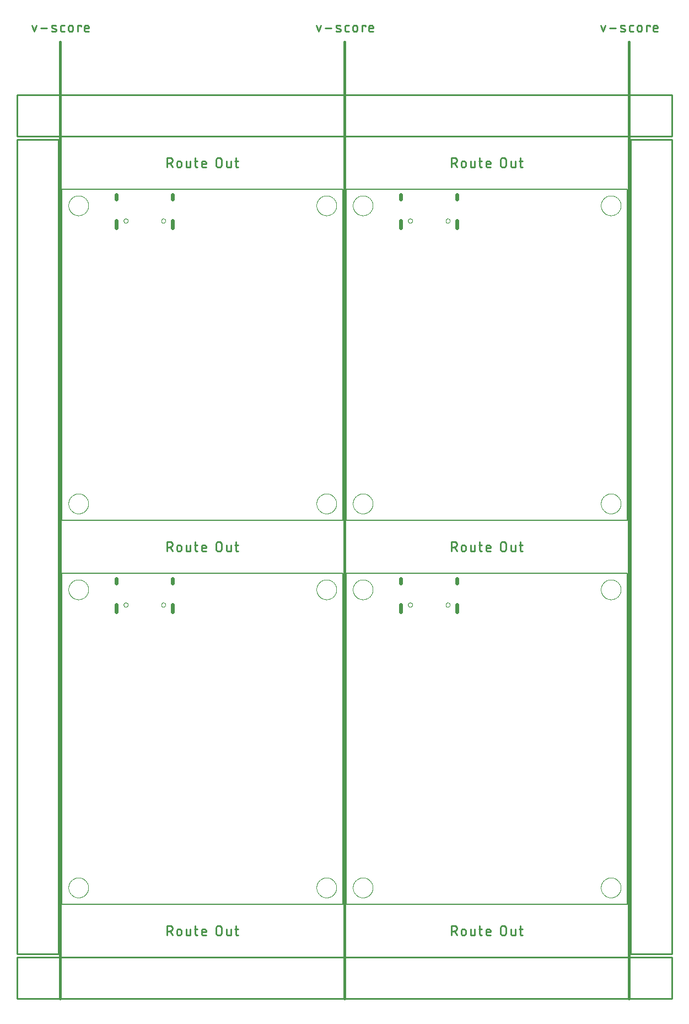
<source format=gko>
G04 EAGLE Gerber RS-274X export*
G75*
%MOMM*%
%FSLAX34Y34*%
%LPD*%
%IN*%
%IPPOS*%
%AMOC8*
5,1,8,0,0,1.08239X$1,22.5*%
G01*
%ADD10C,0.203200*%
%ADD11C,0.279400*%
%ADD12C,0.381000*%
%ADD13C,0.254000*%
%ADD14C,0.000000*%
%ADD15C,0.600000*%


D10*
X0Y0D02*
X0Y508000D01*
X431800Y508000D01*
X431800Y0D01*
X0Y0D01*
D11*
X161404Y-33147D02*
X161404Y-48133D01*
X161404Y-33147D02*
X165567Y-33147D01*
X165695Y-33149D01*
X165823Y-33155D01*
X165951Y-33165D01*
X166079Y-33179D01*
X166206Y-33196D01*
X166332Y-33218D01*
X166458Y-33243D01*
X166582Y-33273D01*
X166706Y-33306D01*
X166829Y-33343D01*
X166951Y-33384D01*
X167071Y-33428D01*
X167190Y-33476D01*
X167307Y-33528D01*
X167423Y-33583D01*
X167536Y-33642D01*
X167649Y-33705D01*
X167759Y-33771D01*
X167866Y-33840D01*
X167972Y-33912D01*
X168076Y-33988D01*
X168177Y-34067D01*
X168276Y-34149D01*
X168372Y-34234D01*
X168465Y-34321D01*
X168556Y-34412D01*
X168643Y-34505D01*
X168728Y-34601D01*
X168810Y-34700D01*
X168889Y-34801D01*
X168965Y-34905D01*
X169037Y-35011D01*
X169106Y-35118D01*
X169172Y-35229D01*
X169235Y-35341D01*
X169294Y-35454D01*
X169349Y-35570D01*
X169401Y-35687D01*
X169449Y-35806D01*
X169493Y-35926D01*
X169534Y-36048D01*
X169571Y-36171D01*
X169604Y-36295D01*
X169634Y-36419D01*
X169659Y-36545D01*
X169681Y-36671D01*
X169698Y-36798D01*
X169712Y-36926D01*
X169722Y-37054D01*
X169728Y-37182D01*
X169730Y-37310D01*
X169728Y-37438D01*
X169722Y-37566D01*
X169712Y-37694D01*
X169698Y-37822D01*
X169681Y-37949D01*
X169659Y-38075D01*
X169634Y-38201D01*
X169604Y-38325D01*
X169571Y-38449D01*
X169534Y-38572D01*
X169493Y-38694D01*
X169449Y-38814D01*
X169401Y-38933D01*
X169349Y-39050D01*
X169294Y-39166D01*
X169235Y-39279D01*
X169172Y-39392D01*
X169106Y-39502D01*
X169037Y-39609D01*
X168965Y-39715D01*
X168889Y-39819D01*
X168810Y-39920D01*
X168728Y-40019D01*
X168643Y-40115D01*
X168556Y-40208D01*
X168465Y-40299D01*
X168372Y-40386D01*
X168276Y-40471D01*
X168177Y-40553D01*
X168076Y-40632D01*
X167972Y-40708D01*
X167866Y-40780D01*
X167759Y-40849D01*
X167649Y-40915D01*
X167536Y-40978D01*
X167423Y-41037D01*
X167307Y-41092D01*
X167190Y-41144D01*
X167071Y-41192D01*
X166951Y-41236D01*
X166829Y-41277D01*
X166706Y-41314D01*
X166582Y-41347D01*
X166458Y-41377D01*
X166332Y-41402D01*
X166206Y-41424D01*
X166079Y-41441D01*
X165951Y-41455D01*
X165823Y-41465D01*
X165695Y-41471D01*
X165567Y-41473D01*
X161404Y-41473D01*
X166399Y-41473D02*
X169729Y-48133D01*
X176688Y-44803D02*
X176688Y-41473D01*
X176690Y-41359D01*
X176696Y-41246D01*
X176705Y-41132D01*
X176719Y-41020D01*
X176736Y-40907D01*
X176758Y-40795D01*
X176783Y-40685D01*
X176811Y-40575D01*
X176844Y-40466D01*
X176880Y-40358D01*
X176920Y-40251D01*
X176964Y-40146D01*
X177011Y-40043D01*
X177061Y-39941D01*
X177115Y-39841D01*
X177173Y-39743D01*
X177234Y-39647D01*
X177297Y-39553D01*
X177365Y-39461D01*
X177435Y-39371D01*
X177508Y-39285D01*
X177584Y-39200D01*
X177663Y-39118D01*
X177745Y-39039D01*
X177830Y-38963D01*
X177916Y-38890D01*
X178006Y-38820D01*
X178098Y-38752D01*
X178192Y-38689D01*
X178288Y-38628D01*
X178386Y-38570D01*
X178486Y-38516D01*
X178588Y-38466D01*
X178691Y-38419D01*
X178796Y-38375D01*
X178903Y-38335D01*
X179011Y-38299D01*
X179120Y-38266D01*
X179230Y-38238D01*
X179340Y-38213D01*
X179452Y-38191D01*
X179565Y-38174D01*
X179677Y-38160D01*
X179791Y-38151D01*
X179904Y-38145D01*
X180018Y-38143D01*
X180132Y-38145D01*
X180245Y-38151D01*
X180359Y-38160D01*
X180471Y-38174D01*
X180584Y-38191D01*
X180696Y-38213D01*
X180806Y-38238D01*
X180916Y-38266D01*
X181025Y-38299D01*
X181133Y-38335D01*
X181240Y-38375D01*
X181345Y-38419D01*
X181448Y-38466D01*
X181550Y-38516D01*
X181650Y-38570D01*
X181748Y-38628D01*
X181844Y-38689D01*
X181938Y-38752D01*
X182030Y-38820D01*
X182120Y-38890D01*
X182206Y-38963D01*
X182291Y-39039D01*
X182373Y-39118D01*
X182452Y-39200D01*
X182528Y-39285D01*
X182601Y-39371D01*
X182671Y-39461D01*
X182739Y-39553D01*
X182802Y-39647D01*
X182863Y-39743D01*
X182921Y-39841D01*
X182975Y-39941D01*
X183025Y-40043D01*
X183072Y-40146D01*
X183116Y-40251D01*
X183156Y-40358D01*
X183192Y-40466D01*
X183225Y-40575D01*
X183253Y-40685D01*
X183278Y-40795D01*
X183300Y-40907D01*
X183317Y-41020D01*
X183331Y-41132D01*
X183340Y-41246D01*
X183346Y-41359D01*
X183348Y-41473D01*
X183348Y-44803D01*
X183346Y-44917D01*
X183340Y-45030D01*
X183331Y-45144D01*
X183317Y-45256D01*
X183300Y-45369D01*
X183278Y-45481D01*
X183253Y-45591D01*
X183225Y-45701D01*
X183192Y-45810D01*
X183156Y-45918D01*
X183116Y-46025D01*
X183072Y-46130D01*
X183025Y-46233D01*
X182975Y-46335D01*
X182921Y-46435D01*
X182863Y-46533D01*
X182802Y-46629D01*
X182739Y-46723D01*
X182671Y-46815D01*
X182601Y-46905D01*
X182528Y-46991D01*
X182452Y-47076D01*
X182373Y-47158D01*
X182291Y-47237D01*
X182206Y-47313D01*
X182120Y-47386D01*
X182030Y-47456D01*
X181938Y-47524D01*
X181844Y-47587D01*
X181748Y-47648D01*
X181650Y-47706D01*
X181550Y-47760D01*
X181448Y-47810D01*
X181345Y-47857D01*
X181240Y-47901D01*
X181133Y-47941D01*
X181025Y-47977D01*
X180916Y-48010D01*
X180806Y-48038D01*
X180696Y-48063D01*
X180584Y-48085D01*
X180471Y-48102D01*
X180359Y-48116D01*
X180245Y-48125D01*
X180132Y-48131D01*
X180018Y-48133D01*
X179904Y-48131D01*
X179791Y-48125D01*
X179677Y-48116D01*
X179565Y-48102D01*
X179452Y-48085D01*
X179340Y-48063D01*
X179230Y-48038D01*
X179120Y-48010D01*
X179011Y-47977D01*
X178903Y-47941D01*
X178796Y-47901D01*
X178691Y-47857D01*
X178588Y-47810D01*
X178486Y-47760D01*
X178386Y-47706D01*
X178288Y-47648D01*
X178192Y-47587D01*
X178098Y-47524D01*
X178006Y-47456D01*
X177916Y-47386D01*
X177830Y-47313D01*
X177745Y-47237D01*
X177663Y-47158D01*
X177584Y-47076D01*
X177508Y-46991D01*
X177435Y-46905D01*
X177365Y-46815D01*
X177297Y-46723D01*
X177234Y-46629D01*
X177173Y-46533D01*
X177115Y-46435D01*
X177061Y-46335D01*
X177011Y-46233D01*
X176964Y-46130D01*
X176920Y-46025D01*
X176880Y-45918D01*
X176844Y-45810D01*
X176811Y-45701D01*
X176783Y-45591D01*
X176758Y-45481D01*
X176736Y-45369D01*
X176719Y-45256D01*
X176705Y-45144D01*
X176696Y-45030D01*
X176690Y-44917D01*
X176688Y-44803D01*
X190756Y-45635D02*
X190756Y-38142D01*
X190755Y-45635D02*
X190757Y-45733D01*
X190763Y-45831D01*
X190772Y-45929D01*
X190786Y-46026D01*
X190803Y-46122D01*
X190824Y-46218D01*
X190849Y-46313D01*
X190877Y-46407D01*
X190909Y-46500D01*
X190945Y-46591D01*
X190984Y-46681D01*
X191027Y-46769D01*
X191074Y-46856D01*
X191123Y-46940D01*
X191176Y-47023D01*
X191232Y-47103D01*
X191291Y-47182D01*
X191354Y-47257D01*
X191419Y-47331D01*
X191487Y-47401D01*
X191557Y-47469D01*
X191631Y-47535D01*
X191707Y-47597D01*
X191785Y-47656D01*
X191865Y-47712D01*
X191948Y-47765D01*
X192032Y-47815D01*
X192119Y-47861D01*
X192207Y-47904D01*
X192297Y-47943D01*
X192388Y-47979D01*
X192481Y-48011D01*
X192575Y-48039D01*
X192670Y-48064D01*
X192766Y-48085D01*
X192862Y-48102D01*
X192959Y-48116D01*
X193057Y-48125D01*
X193155Y-48131D01*
X193253Y-48133D01*
X197416Y-48133D01*
X197416Y-38142D01*
X203397Y-38142D02*
X208392Y-38142D01*
X205062Y-33147D02*
X205062Y-45635D01*
X205064Y-45733D01*
X205070Y-45831D01*
X205079Y-45929D01*
X205093Y-46026D01*
X205110Y-46122D01*
X205131Y-46218D01*
X205156Y-46313D01*
X205184Y-46407D01*
X205216Y-46500D01*
X205252Y-46591D01*
X205291Y-46681D01*
X205334Y-46769D01*
X205381Y-46856D01*
X205430Y-46940D01*
X205483Y-47023D01*
X205539Y-47103D01*
X205598Y-47182D01*
X205661Y-47257D01*
X205726Y-47331D01*
X205794Y-47401D01*
X205864Y-47469D01*
X205938Y-47535D01*
X206014Y-47597D01*
X206092Y-47656D01*
X206172Y-47712D01*
X206255Y-47765D01*
X206339Y-47815D01*
X206426Y-47861D01*
X206514Y-47904D01*
X206604Y-47943D01*
X206695Y-47979D01*
X206788Y-48011D01*
X206882Y-48039D01*
X206977Y-48064D01*
X207073Y-48085D01*
X207169Y-48102D01*
X207266Y-48116D01*
X207364Y-48125D01*
X207462Y-48131D01*
X207560Y-48133D01*
X208392Y-48133D01*
X217221Y-48133D02*
X221384Y-48133D01*
X217221Y-48133D02*
X217123Y-48131D01*
X217025Y-48125D01*
X216927Y-48116D01*
X216830Y-48102D01*
X216734Y-48085D01*
X216638Y-48064D01*
X216543Y-48039D01*
X216449Y-48011D01*
X216356Y-47979D01*
X216265Y-47943D01*
X216175Y-47904D01*
X216087Y-47861D01*
X216000Y-47814D01*
X215916Y-47765D01*
X215833Y-47712D01*
X215753Y-47656D01*
X215675Y-47597D01*
X215599Y-47535D01*
X215525Y-47469D01*
X215455Y-47401D01*
X215387Y-47331D01*
X215322Y-47257D01*
X215259Y-47182D01*
X215200Y-47103D01*
X215144Y-47023D01*
X215091Y-46940D01*
X215042Y-46856D01*
X214995Y-46769D01*
X214952Y-46681D01*
X214913Y-46591D01*
X214877Y-46500D01*
X214845Y-46407D01*
X214817Y-46313D01*
X214792Y-46218D01*
X214771Y-46122D01*
X214754Y-46026D01*
X214740Y-45929D01*
X214731Y-45831D01*
X214725Y-45733D01*
X214723Y-45635D01*
X214724Y-45635D02*
X214724Y-41473D01*
X214726Y-41359D01*
X214732Y-41246D01*
X214741Y-41132D01*
X214755Y-41020D01*
X214772Y-40907D01*
X214794Y-40795D01*
X214819Y-40685D01*
X214847Y-40575D01*
X214880Y-40466D01*
X214916Y-40358D01*
X214956Y-40251D01*
X215000Y-40146D01*
X215047Y-40043D01*
X215097Y-39941D01*
X215151Y-39841D01*
X215209Y-39743D01*
X215270Y-39647D01*
X215333Y-39553D01*
X215401Y-39461D01*
X215471Y-39371D01*
X215544Y-39285D01*
X215620Y-39200D01*
X215699Y-39118D01*
X215781Y-39039D01*
X215866Y-38963D01*
X215952Y-38890D01*
X216042Y-38820D01*
X216134Y-38752D01*
X216228Y-38689D01*
X216324Y-38628D01*
X216422Y-38570D01*
X216522Y-38516D01*
X216624Y-38466D01*
X216727Y-38419D01*
X216832Y-38375D01*
X216939Y-38335D01*
X217047Y-38299D01*
X217156Y-38266D01*
X217266Y-38238D01*
X217376Y-38213D01*
X217488Y-38191D01*
X217601Y-38174D01*
X217713Y-38160D01*
X217827Y-38151D01*
X217940Y-38145D01*
X218054Y-38143D01*
X218168Y-38145D01*
X218281Y-38151D01*
X218395Y-38160D01*
X218507Y-38174D01*
X218620Y-38191D01*
X218732Y-38213D01*
X218842Y-38238D01*
X218952Y-38266D01*
X219061Y-38299D01*
X219169Y-38335D01*
X219276Y-38375D01*
X219381Y-38419D01*
X219484Y-38466D01*
X219586Y-38516D01*
X219686Y-38570D01*
X219784Y-38628D01*
X219880Y-38689D01*
X219974Y-38752D01*
X220066Y-38820D01*
X220156Y-38890D01*
X220242Y-38963D01*
X220327Y-39039D01*
X220409Y-39118D01*
X220488Y-39200D01*
X220564Y-39285D01*
X220637Y-39371D01*
X220707Y-39461D01*
X220775Y-39553D01*
X220838Y-39647D01*
X220899Y-39743D01*
X220957Y-39841D01*
X221011Y-39941D01*
X221061Y-40043D01*
X221108Y-40146D01*
X221152Y-40251D01*
X221192Y-40358D01*
X221228Y-40466D01*
X221261Y-40575D01*
X221289Y-40685D01*
X221314Y-40795D01*
X221336Y-40907D01*
X221353Y-41020D01*
X221367Y-41132D01*
X221376Y-41246D01*
X221382Y-41359D01*
X221384Y-41473D01*
X221384Y-43138D01*
X214724Y-43138D01*
X236817Y-43970D02*
X236817Y-37310D01*
X236819Y-37182D01*
X236825Y-37054D01*
X236835Y-36926D01*
X236849Y-36798D01*
X236866Y-36671D01*
X236888Y-36545D01*
X236913Y-36419D01*
X236943Y-36295D01*
X236976Y-36171D01*
X237013Y-36048D01*
X237054Y-35926D01*
X237098Y-35806D01*
X237146Y-35687D01*
X237198Y-35570D01*
X237253Y-35454D01*
X237312Y-35341D01*
X237375Y-35228D01*
X237441Y-35118D01*
X237510Y-35011D01*
X237582Y-34905D01*
X237658Y-34801D01*
X237737Y-34700D01*
X237819Y-34601D01*
X237904Y-34505D01*
X237991Y-34412D01*
X238082Y-34321D01*
X238175Y-34234D01*
X238271Y-34149D01*
X238370Y-34067D01*
X238471Y-33988D01*
X238575Y-33912D01*
X238681Y-33840D01*
X238788Y-33771D01*
X238899Y-33705D01*
X239011Y-33642D01*
X239124Y-33583D01*
X239240Y-33528D01*
X239357Y-33476D01*
X239476Y-33428D01*
X239596Y-33384D01*
X239718Y-33343D01*
X239841Y-33306D01*
X239965Y-33273D01*
X240089Y-33243D01*
X240215Y-33218D01*
X240341Y-33196D01*
X240468Y-33179D01*
X240596Y-33165D01*
X240724Y-33155D01*
X240852Y-33149D01*
X240980Y-33147D01*
X241108Y-33149D01*
X241236Y-33155D01*
X241364Y-33165D01*
X241492Y-33179D01*
X241619Y-33196D01*
X241745Y-33218D01*
X241871Y-33243D01*
X241995Y-33273D01*
X242119Y-33306D01*
X242242Y-33343D01*
X242364Y-33384D01*
X242484Y-33428D01*
X242603Y-33476D01*
X242720Y-33528D01*
X242836Y-33583D01*
X242949Y-33642D01*
X243062Y-33705D01*
X243172Y-33771D01*
X243279Y-33840D01*
X243385Y-33912D01*
X243489Y-33988D01*
X243590Y-34067D01*
X243689Y-34149D01*
X243785Y-34234D01*
X243878Y-34321D01*
X243969Y-34412D01*
X244056Y-34505D01*
X244141Y-34601D01*
X244223Y-34700D01*
X244302Y-34801D01*
X244378Y-34905D01*
X244450Y-35011D01*
X244519Y-35118D01*
X244585Y-35229D01*
X244648Y-35341D01*
X244707Y-35454D01*
X244762Y-35570D01*
X244814Y-35687D01*
X244862Y-35806D01*
X244906Y-35926D01*
X244947Y-36048D01*
X244984Y-36171D01*
X245017Y-36295D01*
X245047Y-36419D01*
X245072Y-36545D01*
X245094Y-36671D01*
X245111Y-36798D01*
X245125Y-36926D01*
X245135Y-37054D01*
X245141Y-37182D01*
X245143Y-37310D01*
X245142Y-37310D02*
X245142Y-43970D01*
X245143Y-43970D02*
X245141Y-44098D01*
X245135Y-44226D01*
X245125Y-44354D01*
X245111Y-44482D01*
X245094Y-44609D01*
X245072Y-44735D01*
X245047Y-44861D01*
X245017Y-44985D01*
X244984Y-45109D01*
X244947Y-45232D01*
X244906Y-45354D01*
X244862Y-45474D01*
X244814Y-45593D01*
X244762Y-45710D01*
X244707Y-45826D01*
X244648Y-45939D01*
X244585Y-46052D01*
X244519Y-46162D01*
X244450Y-46269D01*
X244378Y-46375D01*
X244302Y-46479D01*
X244223Y-46580D01*
X244141Y-46679D01*
X244056Y-46775D01*
X243969Y-46868D01*
X243878Y-46959D01*
X243785Y-47046D01*
X243689Y-47131D01*
X243590Y-47213D01*
X243489Y-47292D01*
X243385Y-47368D01*
X243279Y-47440D01*
X243172Y-47509D01*
X243061Y-47575D01*
X242949Y-47638D01*
X242836Y-47697D01*
X242720Y-47752D01*
X242603Y-47804D01*
X242484Y-47852D01*
X242364Y-47896D01*
X242242Y-47937D01*
X242119Y-47974D01*
X241995Y-48007D01*
X241871Y-48037D01*
X241745Y-48062D01*
X241619Y-48084D01*
X241492Y-48101D01*
X241364Y-48115D01*
X241236Y-48125D01*
X241108Y-48131D01*
X240980Y-48133D01*
X240852Y-48131D01*
X240724Y-48125D01*
X240596Y-48115D01*
X240468Y-48101D01*
X240341Y-48084D01*
X240215Y-48062D01*
X240089Y-48037D01*
X239965Y-48007D01*
X239841Y-47974D01*
X239718Y-47937D01*
X239596Y-47896D01*
X239476Y-47852D01*
X239357Y-47804D01*
X239240Y-47752D01*
X239124Y-47697D01*
X239011Y-47638D01*
X238899Y-47575D01*
X238788Y-47509D01*
X238681Y-47440D01*
X238575Y-47368D01*
X238471Y-47292D01*
X238370Y-47213D01*
X238271Y-47131D01*
X238175Y-47046D01*
X238082Y-46959D01*
X237991Y-46868D01*
X237904Y-46775D01*
X237819Y-46679D01*
X237737Y-46580D01*
X237658Y-46479D01*
X237582Y-46375D01*
X237510Y-46269D01*
X237441Y-46162D01*
X237375Y-46051D01*
X237312Y-45939D01*
X237253Y-45826D01*
X237198Y-45710D01*
X237146Y-45593D01*
X237098Y-45474D01*
X237054Y-45354D01*
X237013Y-45232D01*
X236976Y-45109D01*
X236943Y-44985D01*
X236913Y-44861D01*
X236888Y-44735D01*
X236866Y-44609D01*
X236849Y-44482D01*
X236835Y-44354D01*
X236825Y-44226D01*
X236819Y-44098D01*
X236817Y-43970D01*
X252759Y-45635D02*
X252759Y-38142D01*
X252759Y-45635D02*
X252761Y-45733D01*
X252767Y-45831D01*
X252776Y-45929D01*
X252790Y-46026D01*
X252807Y-46122D01*
X252828Y-46218D01*
X252853Y-46313D01*
X252881Y-46407D01*
X252913Y-46500D01*
X252949Y-46591D01*
X252988Y-46681D01*
X253031Y-46769D01*
X253078Y-46856D01*
X253127Y-46940D01*
X253180Y-47023D01*
X253236Y-47103D01*
X253295Y-47182D01*
X253358Y-47257D01*
X253423Y-47331D01*
X253491Y-47401D01*
X253561Y-47469D01*
X253635Y-47535D01*
X253711Y-47597D01*
X253789Y-47656D01*
X253869Y-47712D01*
X253952Y-47765D01*
X254036Y-47815D01*
X254123Y-47861D01*
X254211Y-47904D01*
X254301Y-47943D01*
X254392Y-47979D01*
X254485Y-48011D01*
X254579Y-48039D01*
X254674Y-48064D01*
X254770Y-48085D01*
X254866Y-48102D01*
X254963Y-48116D01*
X255061Y-48125D01*
X255159Y-48131D01*
X255257Y-48133D01*
X259420Y-48133D01*
X259420Y-38142D01*
X265401Y-38142D02*
X270396Y-38142D01*
X267066Y-33147D02*
X267066Y-45635D01*
X267065Y-45635D02*
X267067Y-45733D01*
X267073Y-45831D01*
X267082Y-45929D01*
X267096Y-46026D01*
X267113Y-46122D01*
X267134Y-46218D01*
X267159Y-46313D01*
X267187Y-46407D01*
X267219Y-46500D01*
X267255Y-46591D01*
X267294Y-46681D01*
X267337Y-46769D01*
X267384Y-46856D01*
X267433Y-46940D01*
X267486Y-47023D01*
X267542Y-47103D01*
X267601Y-47182D01*
X267664Y-47257D01*
X267729Y-47331D01*
X267797Y-47401D01*
X267867Y-47469D01*
X267941Y-47535D01*
X268017Y-47597D01*
X268095Y-47656D01*
X268175Y-47712D01*
X268258Y-47765D01*
X268342Y-47815D01*
X268429Y-47861D01*
X268517Y-47904D01*
X268607Y-47943D01*
X268698Y-47979D01*
X268791Y-48011D01*
X268885Y-48039D01*
X268980Y-48064D01*
X269076Y-48085D01*
X269172Y-48102D01*
X269269Y-48116D01*
X269367Y-48125D01*
X269465Y-48131D01*
X269563Y-48133D01*
X269564Y-48133D02*
X270396Y-48133D01*
D10*
X436880Y0D02*
X436880Y508000D01*
X868680Y508000D01*
X868680Y0D01*
X436880Y0D01*
D11*
X598284Y-33147D02*
X598284Y-48133D01*
X598284Y-33147D02*
X602447Y-33147D01*
X602575Y-33149D01*
X602703Y-33155D01*
X602831Y-33165D01*
X602959Y-33179D01*
X603086Y-33196D01*
X603212Y-33218D01*
X603338Y-33243D01*
X603462Y-33273D01*
X603586Y-33306D01*
X603709Y-33343D01*
X603831Y-33384D01*
X603951Y-33428D01*
X604070Y-33476D01*
X604187Y-33528D01*
X604303Y-33583D01*
X604416Y-33642D01*
X604529Y-33705D01*
X604639Y-33771D01*
X604746Y-33840D01*
X604852Y-33912D01*
X604956Y-33988D01*
X605057Y-34067D01*
X605156Y-34149D01*
X605252Y-34234D01*
X605345Y-34321D01*
X605436Y-34412D01*
X605523Y-34505D01*
X605608Y-34601D01*
X605690Y-34700D01*
X605769Y-34801D01*
X605845Y-34905D01*
X605917Y-35011D01*
X605986Y-35118D01*
X606052Y-35229D01*
X606115Y-35341D01*
X606174Y-35454D01*
X606229Y-35570D01*
X606281Y-35687D01*
X606329Y-35806D01*
X606373Y-35926D01*
X606414Y-36048D01*
X606451Y-36171D01*
X606484Y-36295D01*
X606514Y-36419D01*
X606539Y-36545D01*
X606561Y-36671D01*
X606578Y-36798D01*
X606592Y-36926D01*
X606602Y-37054D01*
X606608Y-37182D01*
X606610Y-37310D01*
X606608Y-37438D01*
X606602Y-37566D01*
X606592Y-37694D01*
X606578Y-37822D01*
X606561Y-37949D01*
X606539Y-38075D01*
X606514Y-38201D01*
X606484Y-38325D01*
X606451Y-38449D01*
X606414Y-38572D01*
X606373Y-38694D01*
X606329Y-38814D01*
X606281Y-38933D01*
X606229Y-39050D01*
X606174Y-39166D01*
X606115Y-39279D01*
X606052Y-39392D01*
X605986Y-39502D01*
X605917Y-39609D01*
X605845Y-39715D01*
X605769Y-39819D01*
X605690Y-39920D01*
X605608Y-40019D01*
X605523Y-40115D01*
X605436Y-40208D01*
X605345Y-40299D01*
X605252Y-40386D01*
X605156Y-40471D01*
X605057Y-40553D01*
X604956Y-40632D01*
X604852Y-40708D01*
X604746Y-40780D01*
X604639Y-40849D01*
X604529Y-40915D01*
X604416Y-40978D01*
X604303Y-41037D01*
X604187Y-41092D01*
X604070Y-41144D01*
X603951Y-41192D01*
X603831Y-41236D01*
X603709Y-41277D01*
X603586Y-41314D01*
X603462Y-41347D01*
X603338Y-41377D01*
X603212Y-41402D01*
X603086Y-41424D01*
X602959Y-41441D01*
X602831Y-41455D01*
X602703Y-41465D01*
X602575Y-41471D01*
X602447Y-41473D01*
X598284Y-41473D01*
X603279Y-41473D02*
X606609Y-48133D01*
X613568Y-44803D02*
X613568Y-41473D01*
X613570Y-41359D01*
X613576Y-41246D01*
X613585Y-41132D01*
X613599Y-41020D01*
X613616Y-40907D01*
X613638Y-40795D01*
X613663Y-40685D01*
X613691Y-40575D01*
X613724Y-40466D01*
X613760Y-40358D01*
X613800Y-40251D01*
X613844Y-40146D01*
X613891Y-40043D01*
X613941Y-39941D01*
X613995Y-39841D01*
X614053Y-39743D01*
X614114Y-39647D01*
X614177Y-39553D01*
X614245Y-39461D01*
X614315Y-39371D01*
X614388Y-39285D01*
X614464Y-39200D01*
X614543Y-39118D01*
X614625Y-39039D01*
X614710Y-38963D01*
X614796Y-38890D01*
X614886Y-38820D01*
X614978Y-38752D01*
X615072Y-38689D01*
X615168Y-38628D01*
X615266Y-38570D01*
X615366Y-38516D01*
X615468Y-38466D01*
X615571Y-38419D01*
X615676Y-38375D01*
X615783Y-38335D01*
X615891Y-38299D01*
X616000Y-38266D01*
X616110Y-38238D01*
X616220Y-38213D01*
X616332Y-38191D01*
X616445Y-38174D01*
X616557Y-38160D01*
X616671Y-38151D01*
X616784Y-38145D01*
X616898Y-38143D01*
X617012Y-38145D01*
X617125Y-38151D01*
X617239Y-38160D01*
X617351Y-38174D01*
X617464Y-38191D01*
X617576Y-38213D01*
X617686Y-38238D01*
X617796Y-38266D01*
X617905Y-38299D01*
X618013Y-38335D01*
X618120Y-38375D01*
X618225Y-38419D01*
X618328Y-38466D01*
X618430Y-38516D01*
X618530Y-38570D01*
X618628Y-38628D01*
X618724Y-38689D01*
X618818Y-38752D01*
X618910Y-38820D01*
X619000Y-38890D01*
X619086Y-38963D01*
X619171Y-39039D01*
X619253Y-39118D01*
X619332Y-39200D01*
X619408Y-39285D01*
X619481Y-39371D01*
X619551Y-39461D01*
X619619Y-39553D01*
X619682Y-39647D01*
X619743Y-39743D01*
X619801Y-39841D01*
X619855Y-39941D01*
X619905Y-40043D01*
X619952Y-40146D01*
X619996Y-40251D01*
X620036Y-40358D01*
X620072Y-40466D01*
X620105Y-40575D01*
X620133Y-40685D01*
X620158Y-40795D01*
X620180Y-40907D01*
X620197Y-41020D01*
X620211Y-41132D01*
X620220Y-41246D01*
X620226Y-41359D01*
X620228Y-41473D01*
X620228Y-44803D01*
X620226Y-44917D01*
X620220Y-45030D01*
X620211Y-45144D01*
X620197Y-45256D01*
X620180Y-45369D01*
X620158Y-45481D01*
X620133Y-45591D01*
X620105Y-45701D01*
X620072Y-45810D01*
X620036Y-45918D01*
X619996Y-46025D01*
X619952Y-46130D01*
X619905Y-46233D01*
X619855Y-46335D01*
X619801Y-46435D01*
X619743Y-46533D01*
X619682Y-46629D01*
X619619Y-46723D01*
X619551Y-46815D01*
X619481Y-46905D01*
X619408Y-46991D01*
X619332Y-47076D01*
X619253Y-47158D01*
X619171Y-47237D01*
X619086Y-47313D01*
X619000Y-47386D01*
X618910Y-47456D01*
X618818Y-47524D01*
X618724Y-47587D01*
X618628Y-47648D01*
X618530Y-47706D01*
X618430Y-47760D01*
X618328Y-47810D01*
X618225Y-47857D01*
X618120Y-47901D01*
X618013Y-47941D01*
X617905Y-47977D01*
X617796Y-48010D01*
X617686Y-48038D01*
X617576Y-48063D01*
X617464Y-48085D01*
X617351Y-48102D01*
X617239Y-48116D01*
X617125Y-48125D01*
X617012Y-48131D01*
X616898Y-48133D01*
X616784Y-48131D01*
X616671Y-48125D01*
X616557Y-48116D01*
X616445Y-48102D01*
X616332Y-48085D01*
X616220Y-48063D01*
X616110Y-48038D01*
X616000Y-48010D01*
X615891Y-47977D01*
X615783Y-47941D01*
X615676Y-47901D01*
X615571Y-47857D01*
X615468Y-47810D01*
X615366Y-47760D01*
X615266Y-47706D01*
X615168Y-47648D01*
X615072Y-47587D01*
X614978Y-47524D01*
X614886Y-47456D01*
X614796Y-47386D01*
X614710Y-47313D01*
X614625Y-47237D01*
X614543Y-47158D01*
X614464Y-47076D01*
X614388Y-46991D01*
X614315Y-46905D01*
X614245Y-46815D01*
X614177Y-46723D01*
X614114Y-46629D01*
X614053Y-46533D01*
X613995Y-46435D01*
X613941Y-46335D01*
X613891Y-46233D01*
X613844Y-46130D01*
X613800Y-46025D01*
X613760Y-45918D01*
X613724Y-45810D01*
X613691Y-45701D01*
X613663Y-45591D01*
X613638Y-45481D01*
X613616Y-45369D01*
X613599Y-45256D01*
X613585Y-45144D01*
X613576Y-45030D01*
X613570Y-44917D01*
X613568Y-44803D01*
X627636Y-45635D02*
X627636Y-38142D01*
X627635Y-45635D02*
X627637Y-45733D01*
X627643Y-45831D01*
X627652Y-45929D01*
X627666Y-46026D01*
X627683Y-46122D01*
X627704Y-46218D01*
X627729Y-46313D01*
X627757Y-46407D01*
X627789Y-46500D01*
X627825Y-46591D01*
X627864Y-46681D01*
X627907Y-46769D01*
X627954Y-46856D01*
X628003Y-46940D01*
X628056Y-47023D01*
X628112Y-47103D01*
X628171Y-47182D01*
X628234Y-47257D01*
X628299Y-47331D01*
X628367Y-47401D01*
X628437Y-47469D01*
X628511Y-47535D01*
X628587Y-47597D01*
X628665Y-47656D01*
X628745Y-47712D01*
X628828Y-47765D01*
X628912Y-47815D01*
X628999Y-47861D01*
X629087Y-47904D01*
X629177Y-47943D01*
X629268Y-47979D01*
X629361Y-48011D01*
X629455Y-48039D01*
X629550Y-48064D01*
X629646Y-48085D01*
X629742Y-48102D01*
X629839Y-48116D01*
X629937Y-48125D01*
X630035Y-48131D01*
X630133Y-48133D01*
X634296Y-48133D01*
X634296Y-38142D01*
X640277Y-38142D02*
X645272Y-38142D01*
X641942Y-33147D02*
X641942Y-45635D01*
X641944Y-45733D01*
X641950Y-45831D01*
X641959Y-45929D01*
X641973Y-46026D01*
X641990Y-46122D01*
X642011Y-46218D01*
X642036Y-46313D01*
X642064Y-46407D01*
X642096Y-46500D01*
X642132Y-46591D01*
X642171Y-46681D01*
X642214Y-46769D01*
X642261Y-46856D01*
X642310Y-46940D01*
X642363Y-47023D01*
X642419Y-47103D01*
X642478Y-47182D01*
X642541Y-47257D01*
X642606Y-47331D01*
X642674Y-47401D01*
X642744Y-47469D01*
X642818Y-47535D01*
X642894Y-47597D01*
X642972Y-47656D01*
X643052Y-47712D01*
X643135Y-47765D01*
X643219Y-47815D01*
X643306Y-47861D01*
X643394Y-47904D01*
X643484Y-47943D01*
X643575Y-47979D01*
X643668Y-48011D01*
X643762Y-48039D01*
X643857Y-48064D01*
X643953Y-48085D01*
X644049Y-48102D01*
X644146Y-48116D01*
X644244Y-48125D01*
X644342Y-48131D01*
X644440Y-48133D01*
X645272Y-48133D01*
X654101Y-48133D02*
X658264Y-48133D01*
X654101Y-48133D02*
X654003Y-48131D01*
X653905Y-48125D01*
X653807Y-48116D01*
X653710Y-48102D01*
X653614Y-48085D01*
X653518Y-48064D01*
X653423Y-48039D01*
X653329Y-48011D01*
X653236Y-47979D01*
X653145Y-47943D01*
X653055Y-47904D01*
X652967Y-47861D01*
X652880Y-47814D01*
X652796Y-47765D01*
X652713Y-47712D01*
X652633Y-47656D01*
X652555Y-47597D01*
X652479Y-47535D01*
X652405Y-47469D01*
X652335Y-47401D01*
X652267Y-47331D01*
X652202Y-47257D01*
X652139Y-47182D01*
X652080Y-47103D01*
X652024Y-47023D01*
X651971Y-46940D01*
X651922Y-46856D01*
X651875Y-46769D01*
X651832Y-46681D01*
X651793Y-46591D01*
X651757Y-46500D01*
X651725Y-46407D01*
X651697Y-46313D01*
X651672Y-46218D01*
X651651Y-46122D01*
X651634Y-46026D01*
X651620Y-45929D01*
X651611Y-45831D01*
X651605Y-45733D01*
X651603Y-45635D01*
X651604Y-45635D02*
X651604Y-41473D01*
X651606Y-41359D01*
X651612Y-41246D01*
X651621Y-41132D01*
X651635Y-41020D01*
X651652Y-40907D01*
X651674Y-40795D01*
X651699Y-40685D01*
X651727Y-40575D01*
X651760Y-40466D01*
X651796Y-40358D01*
X651836Y-40251D01*
X651880Y-40146D01*
X651927Y-40043D01*
X651977Y-39941D01*
X652031Y-39841D01*
X652089Y-39743D01*
X652150Y-39647D01*
X652213Y-39553D01*
X652281Y-39461D01*
X652351Y-39371D01*
X652424Y-39285D01*
X652500Y-39200D01*
X652579Y-39118D01*
X652661Y-39039D01*
X652746Y-38963D01*
X652832Y-38890D01*
X652922Y-38820D01*
X653014Y-38752D01*
X653108Y-38689D01*
X653204Y-38628D01*
X653302Y-38570D01*
X653402Y-38516D01*
X653504Y-38466D01*
X653607Y-38419D01*
X653712Y-38375D01*
X653819Y-38335D01*
X653927Y-38299D01*
X654036Y-38266D01*
X654146Y-38238D01*
X654256Y-38213D01*
X654368Y-38191D01*
X654481Y-38174D01*
X654593Y-38160D01*
X654707Y-38151D01*
X654820Y-38145D01*
X654934Y-38143D01*
X655048Y-38145D01*
X655161Y-38151D01*
X655275Y-38160D01*
X655387Y-38174D01*
X655500Y-38191D01*
X655612Y-38213D01*
X655722Y-38238D01*
X655832Y-38266D01*
X655941Y-38299D01*
X656049Y-38335D01*
X656156Y-38375D01*
X656261Y-38419D01*
X656364Y-38466D01*
X656466Y-38516D01*
X656566Y-38570D01*
X656664Y-38628D01*
X656760Y-38689D01*
X656854Y-38752D01*
X656946Y-38820D01*
X657036Y-38890D01*
X657122Y-38963D01*
X657207Y-39039D01*
X657289Y-39118D01*
X657368Y-39200D01*
X657444Y-39285D01*
X657517Y-39371D01*
X657587Y-39461D01*
X657655Y-39553D01*
X657718Y-39647D01*
X657779Y-39743D01*
X657837Y-39841D01*
X657891Y-39941D01*
X657941Y-40043D01*
X657988Y-40146D01*
X658032Y-40251D01*
X658072Y-40358D01*
X658108Y-40466D01*
X658141Y-40575D01*
X658169Y-40685D01*
X658194Y-40795D01*
X658216Y-40907D01*
X658233Y-41020D01*
X658247Y-41132D01*
X658256Y-41246D01*
X658262Y-41359D01*
X658264Y-41473D01*
X658264Y-43138D01*
X651604Y-43138D01*
X673697Y-43970D02*
X673697Y-37310D01*
X673699Y-37182D01*
X673705Y-37054D01*
X673715Y-36926D01*
X673729Y-36798D01*
X673746Y-36671D01*
X673768Y-36545D01*
X673793Y-36419D01*
X673823Y-36295D01*
X673856Y-36171D01*
X673893Y-36048D01*
X673934Y-35926D01*
X673978Y-35806D01*
X674026Y-35687D01*
X674078Y-35570D01*
X674133Y-35454D01*
X674192Y-35341D01*
X674255Y-35228D01*
X674321Y-35118D01*
X674390Y-35011D01*
X674462Y-34905D01*
X674538Y-34801D01*
X674617Y-34700D01*
X674699Y-34601D01*
X674784Y-34505D01*
X674871Y-34412D01*
X674962Y-34321D01*
X675055Y-34234D01*
X675151Y-34149D01*
X675250Y-34067D01*
X675351Y-33988D01*
X675455Y-33912D01*
X675561Y-33840D01*
X675668Y-33771D01*
X675779Y-33705D01*
X675891Y-33642D01*
X676004Y-33583D01*
X676120Y-33528D01*
X676237Y-33476D01*
X676356Y-33428D01*
X676476Y-33384D01*
X676598Y-33343D01*
X676721Y-33306D01*
X676845Y-33273D01*
X676969Y-33243D01*
X677095Y-33218D01*
X677221Y-33196D01*
X677348Y-33179D01*
X677476Y-33165D01*
X677604Y-33155D01*
X677732Y-33149D01*
X677860Y-33147D01*
X677988Y-33149D01*
X678116Y-33155D01*
X678244Y-33165D01*
X678372Y-33179D01*
X678499Y-33196D01*
X678625Y-33218D01*
X678751Y-33243D01*
X678875Y-33273D01*
X678999Y-33306D01*
X679122Y-33343D01*
X679244Y-33384D01*
X679364Y-33428D01*
X679483Y-33476D01*
X679600Y-33528D01*
X679716Y-33583D01*
X679829Y-33642D01*
X679942Y-33705D01*
X680052Y-33771D01*
X680159Y-33840D01*
X680265Y-33912D01*
X680369Y-33988D01*
X680470Y-34067D01*
X680569Y-34149D01*
X680665Y-34234D01*
X680758Y-34321D01*
X680849Y-34412D01*
X680936Y-34505D01*
X681021Y-34601D01*
X681103Y-34700D01*
X681182Y-34801D01*
X681258Y-34905D01*
X681330Y-35011D01*
X681399Y-35118D01*
X681465Y-35229D01*
X681528Y-35341D01*
X681587Y-35454D01*
X681642Y-35570D01*
X681694Y-35687D01*
X681742Y-35806D01*
X681786Y-35926D01*
X681827Y-36048D01*
X681864Y-36171D01*
X681897Y-36295D01*
X681927Y-36419D01*
X681952Y-36545D01*
X681974Y-36671D01*
X681991Y-36798D01*
X682005Y-36926D01*
X682015Y-37054D01*
X682021Y-37182D01*
X682023Y-37310D01*
X682022Y-37310D02*
X682022Y-43970D01*
X682023Y-43970D02*
X682021Y-44098D01*
X682015Y-44226D01*
X682005Y-44354D01*
X681991Y-44482D01*
X681974Y-44609D01*
X681952Y-44735D01*
X681927Y-44861D01*
X681897Y-44985D01*
X681864Y-45109D01*
X681827Y-45232D01*
X681786Y-45354D01*
X681742Y-45474D01*
X681694Y-45593D01*
X681642Y-45710D01*
X681587Y-45826D01*
X681528Y-45939D01*
X681465Y-46052D01*
X681399Y-46162D01*
X681330Y-46269D01*
X681258Y-46375D01*
X681182Y-46479D01*
X681103Y-46580D01*
X681021Y-46679D01*
X680936Y-46775D01*
X680849Y-46868D01*
X680758Y-46959D01*
X680665Y-47046D01*
X680569Y-47131D01*
X680470Y-47213D01*
X680369Y-47292D01*
X680265Y-47368D01*
X680159Y-47440D01*
X680052Y-47509D01*
X679942Y-47575D01*
X679829Y-47638D01*
X679716Y-47697D01*
X679600Y-47752D01*
X679483Y-47804D01*
X679364Y-47852D01*
X679244Y-47896D01*
X679122Y-47937D01*
X678999Y-47974D01*
X678875Y-48007D01*
X678751Y-48037D01*
X678625Y-48062D01*
X678499Y-48084D01*
X678372Y-48101D01*
X678244Y-48115D01*
X678116Y-48125D01*
X677988Y-48131D01*
X677860Y-48133D01*
X677732Y-48131D01*
X677604Y-48125D01*
X677476Y-48115D01*
X677348Y-48101D01*
X677221Y-48084D01*
X677095Y-48062D01*
X676969Y-48037D01*
X676845Y-48007D01*
X676721Y-47974D01*
X676598Y-47937D01*
X676476Y-47896D01*
X676356Y-47852D01*
X676237Y-47804D01*
X676120Y-47752D01*
X676004Y-47697D01*
X675891Y-47638D01*
X675779Y-47575D01*
X675668Y-47509D01*
X675561Y-47440D01*
X675455Y-47368D01*
X675351Y-47292D01*
X675250Y-47213D01*
X675151Y-47131D01*
X675055Y-47046D01*
X674962Y-46959D01*
X674871Y-46868D01*
X674784Y-46775D01*
X674699Y-46679D01*
X674617Y-46580D01*
X674538Y-46479D01*
X674462Y-46375D01*
X674390Y-46269D01*
X674321Y-46162D01*
X674255Y-46051D01*
X674192Y-45939D01*
X674133Y-45826D01*
X674078Y-45710D01*
X674026Y-45593D01*
X673978Y-45474D01*
X673934Y-45354D01*
X673893Y-45232D01*
X673856Y-45109D01*
X673823Y-44985D01*
X673793Y-44861D01*
X673768Y-44735D01*
X673746Y-44609D01*
X673729Y-44482D01*
X673715Y-44354D01*
X673705Y-44226D01*
X673699Y-44098D01*
X673697Y-43970D01*
X689639Y-45635D02*
X689639Y-38142D01*
X689639Y-45635D02*
X689641Y-45733D01*
X689647Y-45831D01*
X689656Y-45929D01*
X689670Y-46026D01*
X689687Y-46122D01*
X689708Y-46218D01*
X689733Y-46313D01*
X689761Y-46407D01*
X689793Y-46500D01*
X689829Y-46591D01*
X689868Y-46681D01*
X689911Y-46769D01*
X689958Y-46856D01*
X690007Y-46940D01*
X690060Y-47023D01*
X690116Y-47103D01*
X690175Y-47182D01*
X690238Y-47257D01*
X690303Y-47331D01*
X690371Y-47401D01*
X690441Y-47469D01*
X690515Y-47535D01*
X690591Y-47597D01*
X690669Y-47656D01*
X690749Y-47712D01*
X690832Y-47765D01*
X690916Y-47815D01*
X691003Y-47861D01*
X691091Y-47904D01*
X691181Y-47943D01*
X691272Y-47979D01*
X691365Y-48011D01*
X691459Y-48039D01*
X691554Y-48064D01*
X691650Y-48085D01*
X691746Y-48102D01*
X691843Y-48116D01*
X691941Y-48125D01*
X692039Y-48131D01*
X692137Y-48133D01*
X696300Y-48133D01*
X696300Y-38142D01*
X702281Y-38142D02*
X707276Y-38142D01*
X703946Y-33147D02*
X703946Y-45635D01*
X703945Y-45635D02*
X703947Y-45733D01*
X703953Y-45831D01*
X703962Y-45929D01*
X703976Y-46026D01*
X703993Y-46122D01*
X704014Y-46218D01*
X704039Y-46313D01*
X704067Y-46407D01*
X704099Y-46500D01*
X704135Y-46591D01*
X704174Y-46681D01*
X704217Y-46769D01*
X704264Y-46856D01*
X704313Y-46940D01*
X704366Y-47023D01*
X704422Y-47103D01*
X704481Y-47182D01*
X704544Y-47257D01*
X704609Y-47331D01*
X704677Y-47401D01*
X704747Y-47469D01*
X704821Y-47535D01*
X704897Y-47597D01*
X704975Y-47656D01*
X705055Y-47712D01*
X705138Y-47765D01*
X705222Y-47815D01*
X705309Y-47861D01*
X705397Y-47904D01*
X705487Y-47943D01*
X705578Y-47979D01*
X705671Y-48011D01*
X705765Y-48039D01*
X705860Y-48064D01*
X705956Y-48085D01*
X706052Y-48102D01*
X706149Y-48116D01*
X706247Y-48125D01*
X706345Y-48131D01*
X706443Y-48133D01*
X706444Y-48133D02*
X707276Y-48133D01*
D10*
X0Y589280D02*
X0Y1097280D01*
X431800Y1097280D01*
X431800Y589280D01*
X0Y589280D01*
D11*
X161404Y556133D02*
X161404Y541147D01*
X161404Y556133D02*
X165567Y556133D01*
X165695Y556131D01*
X165823Y556125D01*
X165951Y556115D01*
X166079Y556101D01*
X166206Y556084D01*
X166332Y556062D01*
X166458Y556037D01*
X166582Y556007D01*
X166706Y555974D01*
X166829Y555937D01*
X166951Y555896D01*
X167071Y555852D01*
X167190Y555804D01*
X167307Y555752D01*
X167423Y555697D01*
X167536Y555638D01*
X167649Y555575D01*
X167759Y555509D01*
X167866Y555440D01*
X167972Y555368D01*
X168076Y555292D01*
X168177Y555213D01*
X168276Y555131D01*
X168372Y555046D01*
X168465Y554959D01*
X168556Y554868D01*
X168643Y554775D01*
X168728Y554679D01*
X168810Y554580D01*
X168889Y554479D01*
X168965Y554375D01*
X169037Y554269D01*
X169106Y554162D01*
X169172Y554052D01*
X169235Y553939D01*
X169294Y553826D01*
X169349Y553710D01*
X169401Y553593D01*
X169449Y553474D01*
X169493Y553354D01*
X169534Y553232D01*
X169571Y553109D01*
X169604Y552985D01*
X169634Y552861D01*
X169659Y552735D01*
X169681Y552609D01*
X169698Y552482D01*
X169712Y552354D01*
X169722Y552226D01*
X169728Y552098D01*
X169730Y551970D01*
X169728Y551842D01*
X169722Y551714D01*
X169712Y551586D01*
X169698Y551458D01*
X169681Y551331D01*
X169659Y551205D01*
X169634Y551079D01*
X169604Y550955D01*
X169571Y550831D01*
X169534Y550708D01*
X169493Y550586D01*
X169449Y550466D01*
X169401Y550347D01*
X169349Y550230D01*
X169294Y550114D01*
X169235Y550001D01*
X169172Y549889D01*
X169106Y549778D01*
X169037Y549671D01*
X168965Y549565D01*
X168889Y549461D01*
X168810Y549360D01*
X168728Y549261D01*
X168643Y549165D01*
X168556Y549072D01*
X168465Y548981D01*
X168372Y548894D01*
X168276Y548809D01*
X168177Y548727D01*
X168076Y548648D01*
X167972Y548572D01*
X167866Y548500D01*
X167759Y548431D01*
X167649Y548365D01*
X167536Y548302D01*
X167423Y548243D01*
X167307Y548188D01*
X167190Y548136D01*
X167071Y548088D01*
X166951Y548044D01*
X166829Y548003D01*
X166706Y547966D01*
X166582Y547933D01*
X166458Y547903D01*
X166332Y547878D01*
X166206Y547856D01*
X166079Y547839D01*
X165951Y547825D01*
X165823Y547815D01*
X165695Y547809D01*
X165567Y547807D01*
X161404Y547807D01*
X166399Y547807D02*
X169729Y541147D01*
X176688Y544477D02*
X176688Y547807D01*
X176690Y547921D01*
X176696Y548034D01*
X176705Y548148D01*
X176719Y548260D01*
X176736Y548373D01*
X176758Y548485D01*
X176783Y548595D01*
X176811Y548705D01*
X176844Y548814D01*
X176880Y548922D01*
X176920Y549029D01*
X176964Y549134D01*
X177011Y549237D01*
X177061Y549339D01*
X177115Y549439D01*
X177173Y549537D01*
X177234Y549633D01*
X177297Y549727D01*
X177365Y549819D01*
X177435Y549909D01*
X177508Y549995D01*
X177584Y550080D01*
X177663Y550162D01*
X177745Y550241D01*
X177830Y550317D01*
X177916Y550390D01*
X178006Y550460D01*
X178098Y550528D01*
X178192Y550591D01*
X178288Y550652D01*
X178386Y550710D01*
X178486Y550764D01*
X178588Y550814D01*
X178691Y550861D01*
X178796Y550905D01*
X178903Y550945D01*
X179011Y550981D01*
X179120Y551014D01*
X179230Y551042D01*
X179340Y551067D01*
X179452Y551089D01*
X179565Y551106D01*
X179677Y551120D01*
X179791Y551129D01*
X179904Y551135D01*
X180018Y551137D01*
X180132Y551135D01*
X180245Y551129D01*
X180359Y551120D01*
X180471Y551106D01*
X180584Y551089D01*
X180696Y551067D01*
X180806Y551042D01*
X180916Y551014D01*
X181025Y550981D01*
X181133Y550945D01*
X181240Y550905D01*
X181345Y550861D01*
X181448Y550814D01*
X181550Y550764D01*
X181650Y550710D01*
X181748Y550652D01*
X181844Y550591D01*
X181938Y550528D01*
X182030Y550460D01*
X182120Y550390D01*
X182206Y550317D01*
X182291Y550241D01*
X182373Y550162D01*
X182452Y550080D01*
X182528Y549995D01*
X182601Y549909D01*
X182671Y549819D01*
X182739Y549727D01*
X182802Y549633D01*
X182863Y549537D01*
X182921Y549439D01*
X182975Y549339D01*
X183025Y549237D01*
X183072Y549134D01*
X183116Y549029D01*
X183156Y548922D01*
X183192Y548814D01*
X183225Y548705D01*
X183253Y548595D01*
X183278Y548485D01*
X183300Y548373D01*
X183317Y548260D01*
X183331Y548148D01*
X183340Y548034D01*
X183346Y547921D01*
X183348Y547807D01*
X183348Y544477D01*
X183346Y544363D01*
X183340Y544250D01*
X183331Y544136D01*
X183317Y544024D01*
X183300Y543911D01*
X183278Y543799D01*
X183253Y543689D01*
X183225Y543579D01*
X183192Y543470D01*
X183156Y543362D01*
X183116Y543255D01*
X183072Y543150D01*
X183025Y543047D01*
X182975Y542945D01*
X182921Y542845D01*
X182863Y542747D01*
X182802Y542651D01*
X182739Y542557D01*
X182671Y542465D01*
X182601Y542375D01*
X182528Y542289D01*
X182452Y542204D01*
X182373Y542122D01*
X182291Y542043D01*
X182206Y541967D01*
X182120Y541894D01*
X182030Y541824D01*
X181938Y541756D01*
X181844Y541693D01*
X181748Y541632D01*
X181650Y541574D01*
X181550Y541520D01*
X181448Y541470D01*
X181345Y541423D01*
X181240Y541379D01*
X181133Y541339D01*
X181025Y541303D01*
X180916Y541270D01*
X180806Y541242D01*
X180696Y541217D01*
X180584Y541195D01*
X180471Y541178D01*
X180359Y541164D01*
X180245Y541155D01*
X180132Y541149D01*
X180018Y541147D01*
X179904Y541149D01*
X179791Y541155D01*
X179677Y541164D01*
X179565Y541178D01*
X179452Y541195D01*
X179340Y541217D01*
X179230Y541242D01*
X179120Y541270D01*
X179011Y541303D01*
X178903Y541339D01*
X178796Y541379D01*
X178691Y541423D01*
X178588Y541470D01*
X178486Y541520D01*
X178386Y541574D01*
X178288Y541632D01*
X178192Y541693D01*
X178098Y541756D01*
X178006Y541824D01*
X177916Y541894D01*
X177830Y541967D01*
X177745Y542043D01*
X177663Y542122D01*
X177584Y542204D01*
X177508Y542289D01*
X177435Y542375D01*
X177365Y542465D01*
X177297Y542557D01*
X177234Y542651D01*
X177173Y542747D01*
X177115Y542845D01*
X177061Y542945D01*
X177011Y543047D01*
X176964Y543150D01*
X176920Y543255D01*
X176880Y543362D01*
X176844Y543470D01*
X176811Y543579D01*
X176783Y543689D01*
X176758Y543799D01*
X176736Y543911D01*
X176719Y544024D01*
X176705Y544136D01*
X176696Y544250D01*
X176690Y544363D01*
X176688Y544477D01*
X190756Y543645D02*
X190756Y551138D01*
X190755Y543645D02*
X190757Y543547D01*
X190763Y543449D01*
X190772Y543351D01*
X190786Y543254D01*
X190803Y543158D01*
X190824Y543062D01*
X190849Y542967D01*
X190877Y542873D01*
X190909Y542780D01*
X190945Y542689D01*
X190984Y542599D01*
X191027Y542511D01*
X191074Y542424D01*
X191123Y542340D01*
X191176Y542257D01*
X191232Y542177D01*
X191291Y542099D01*
X191354Y542023D01*
X191419Y541949D01*
X191487Y541879D01*
X191557Y541811D01*
X191631Y541746D01*
X191707Y541683D01*
X191785Y541624D01*
X191865Y541568D01*
X191948Y541515D01*
X192032Y541466D01*
X192119Y541419D01*
X192207Y541376D01*
X192297Y541337D01*
X192388Y541301D01*
X192481Y541269D01*
X192575Y541241D01*
X192670Y541216D01*
X192766Y541195D01*
X192862Y541178D01*
X192959Y541164D01*
X193057Y541155D01*
X193155Y541149D01*
X193253Y541147D01*
X197416Y541147D01*
X197416Y551138D01*
X203397Y551138D02*
X208392Y551138D01*
X205062Y556133D02*
X205062Y543645D01*
X205064Y543547D01*
X205070Y543449D01*
X205079Y543351D01*
X205093Y543254D01*
X205110Y543158D01*
X205131Y543062D01*
X205156Y542967D01*
X205184Y542873D01*
X205216Y542780D01*
X205252Y542689D01*
X205291Y542599D01*
X205334Y542511D01*
X205381Y542424D01*
X205430Y542340D01*
X205483Y542257D01*
X205539Y542177D01*
X205598Y542099D01*
X205661Y542023D01*
X205726Y541949D01*
X205794Y541879D01*
X205864Y541811D01*
X205938Y541746D01*
X206014Y541683D01*
X206092Y541624D01*
X206172Y541568D01*
X206255Y541515D01*
X206339Y541466D01*
X206426Y541419D01*
X206514Y541376D01*
X206604Y541337D01*
X206695Y541301D01*
X206788Y541269D01*
X206882Y541241D01*
X206977Y541216D01*
X207073Y541195D01*
X207169Y541178D01*
X207266Y541164D01*
X207364Y541155D01*
X207462Y541149D01*
X207560Y541147D01*
X208392Y541147D01*
X217221Y541147D02*
X221384Y541147D01*
X217221Y541147D02*
X217123Y541149D01*
X217025Y541155D01*
X216927Y541164D01*
X216830Y541178D01*
X216734Y541195D01*
X216638Y541216D01*
X216543Y541241D01*
X216449Y541269D01*
X216356Y541301D01*
X216265Y541337D01*
X216175Y541376D01*
X216087Y541419D01*
X216000Y541466D01*
X215916Y541515D01*
X215833Y541568D01*
X215753Y541624D01*
X215675Y541683D01*
X215599Y541746D01*
X215525Y541811D01*
X215455Y541879D01*
X215387Y541949D01*
X215322Y542023D01*
X215259Y542099D01*
X215200Y542177D01*
X215144Y542257D01*
X215091Y542340D01*
X215042Y542424D01*
X214995Y542511D01*
X214952Y542599D01*
X214913Y542689D01*
X214877Y542780D01*
X214845Y542873D01*
X214817Y542967D01*
X214792Y543062D01*
X214771Y543158D01*
X214754Y543254D01*
X214740Y543351D01*
X214731Y543449D01*
X214725Y543547D01*
X214723Y543645D01*
X214724Y543645D02*
X214724Y547807D01*
X214726Y547921D01*
X214732Y548034D01*
X214741Y548148D01*
X214755Y548260D01*
X214772Y548373D01*
X214794Y548485D01*
X214819Y548595D01*
X214847Y548705D01*
X214880Y548814D01*
X214916Y548922D01*
X214956Y549029D01*
X215000Y549134D01*
X215047Y549237D01*
X215097Y549339D01*
X215151Y549439D01*
X215209Y549537D01*
X215270Y549633D01*
X215333Y549727D01*
X215401Y549819D01*
X215471Y549909D01*
X215544Y549995D01*
X215620Y550080D01*
X215699Y550162D01*
X215781Y550241D01*
X215866Y550317D01*
X215952Y550390D01*
X216042Y550460D01*
X216134Y550528D01*
X216228Y550591D01*
X216324Y550652D01*
X216422Y550710D01*
X216522Y550764D01*
X216624Y550814D01*
X216727Y550861D01*
X216832Y550905D01*
X216939Y550945D01*
X217047Y550981D01*
X217156Y551014D01*
X217266Y551042D01*
X217376Y551067D01*
X217488Y551089D01*
X217601Y551106D01*
X217713Y551120D01*
X217827Y551129D01*
X217940Y551135D01*
X218054Y551137D01*
X218168Y551135D01*
X218281Y551129D01*
X218395Y551120D01*
X218507Y551106D01*
X218620Y551089D01*
X218732Y551067D01*
X218842Y551042D01*
X218952Y551014D01*
X219061Y550981D01*
X219169Y550945D01*
X219276Y550905D01*
X219381Y550861D01*
X219484Y550814D01*
X219586Y550764D01*
X219686Y550710D01*
X219784Y550652D01*
X219880Y550591D01*
X219974Y550528D01*
X220066Y550460D01*
X220156Y550390D01*
X220242Y550317D01*
X220327Y550241D01*
X220409Y550162D01*
X220488Y550080D01*
X220564Y549995D01*
X220637Y549909D01*
X220707Y549819D01*
X220775Y549727D01*
X220838Y549633D01*
X220899Y549537D01*
X220957Y549439D01*
X221011Y549339D01*
X221061Y549237D01*
X221108Y549134D01*
X221152Y549029D01*
X221192Y548922D01*
X221228Y548814D01*
X221261Y548705D01*
X221289Y548595D01*
X221314Y548485D01*
X221336Y548373D01*
X221353Y548260D01*
X221367Y548148D01*
X221376Y548034D01*
X221382Y547921D01*
X221384Y547807D01*
X221384Y546142D01*
X214724Y546142D01*
X236817Y545310D02*
X236817Y551970D01*
X236819Y552098D01*
X236825Y552226D01*
X236835Y552354D01*
X236849Y552482D01*
X236866Y552609D01*
X236888Y552735D01*
X236913Y552861D01*
X236943Y552985D01*
X236976Y553109D01*
X237013Y553232D01*
X237054Y553354D01*
X237098Y553474D01*
X237146Y553593D01*
X237198Y553710D01*
X237253Y553826D01*
X237312Y553939D01*
X237375Y554052D01*
X237441Y554162D01*
X237510Y554269D01*
X237582Y554375D01*
X237658Y554479D01*
X237737Y554580D01*
X237819Y554679D01*
X237904Y554775D01*
X237991Y554868D01*
X238082Y554959D01*
X238175Y555046D01*
X238271Y555131D01*
X238370Y555213D01*
X238471Y555292D01*
X238575Y555368D01*
X238681Y555440D01*
X238788Y555509D01*
X238899Y555575D01*
X239011Y555638D01*
X239124Y555697D01*
X239240Y555752D01*
X239357Y555804D01*
X239476Y555852D01*
X239596Y555896D01*
X239718Y555937D01*
X239841Y555974D01*
X239965Y556007D01*
X240089Y556037D01*
X240215Y556062D01*
X240341Y556084D01*
X240468Y556101D01*
X240596Y556115D01*
X240724Y556125D01*
X240852Y556131D01*
X240980Y556133D01*
X241108Y556131D01*
X241236Y556125D01*
X241364Y556115D01*
X241492Y556101D01*
X241619Y556084D01*
X241745Y556062D01*
X241871Y556037D01*
X241995Y556007D01*
X242119Y555974D01*
X242242Y555937D01*
X242364Y555896D01*
X242484Y555852D01*
X242603Y555804D01*
X242720Y555752D01*
X242836Y555697D01*
X242949Y555638D01*
X243062Y555575D01*
X243172Y555509D01*
X243279Y555440D01*
X243385Y555368D01*
X243489Y555292D01*
X243590Y555213D01*
X243689Y555131D01*
X243785Y555046D01*
X243878Y554959D01*
X243969Y554868D01*
X244056Y554775D01*
X244141Y554679D01*
X244223Y554580D01*
X244302Y554479D01*
X244378Y554375D01*
X244450Y554269D01*
X244519Y554162D01*
X244585Y554052D01*
X244648Y553939D01*
X244707Y553826D01*
X244762Y553710D01*
X244814Y553593D01*
X244862Y553474D01*
X244906Y553354D01*
X244947Y553232D01*
X244984Y553109D01*
X245017Y552985D01*
X245047Y552861D01*
X245072Y552735D01*
X245094Y552609D01*
X245111Y552482D01*
X245125Y552354D01*
X245135Y552226D01*
X245141Y552098D01*
X245143Y551970D01*
X245142Y551970D02*
X245142Y545310D01*
X245143Y545310D02*
X245141Y545182D01*
X245135Y545054D01*
X245125Y544926D01*
X245111Y544798D01*
X245094Y544671D01*
X245072Y544545D01*
X245047Y544419D01*
X245017Y544295D01*
X244984Y544171D01*
X244947Y544048D01*
X244906Y543926D01*
X244862Y543806D01*
X244814Y543687D01*
X244762Y543570D01*
X244707Y543454D01*
X244648Y543341D01*
X244585Y543229D01*
X244519Y543118D01*
X244450Y543011D01*
X244378Y542905D01*
X244302Y542801D01*
X244223Y542700D01*
X244141Y542601D01*
X244056Y542505D01*
X243969Y542412D01*
X243878Y542321D01*
X243785Y542234D01*
X243689Y542149D01*
X243590Y542067D01*
X243489Y541988D01*
X243385Y541912D01*
X243279Y541840D01*
X243172Y541771D01*
X243061Y541705D01*
X242949Y541642D01*
X242836Y541583D01*
X242720Y541528D01*
X242603Y541476D01*
X242484Y541428D01*
X242364Y541384D01*
X242242Y541343D01*
X242119Y541306D01*
X241995Y541273D01*
X241871Y541243D01*
X241745Y541218D01*
X241619Y541196D01*
X241492Y541179D01*
X241364Y541165D01*
X241236Y541155D01*
X241108Y541149D01*
X240980Y541147D01*
X240852Y541149D01*
X240724Y541155D01*
X240596Y541165D01*
X240468Y541179D01*
X240341Y541196D01*
X240215Y541218D01*
X240089Y541243D01*
X239965Y541273D01*
X239841Y541306D01*
X239718Y541343D01*
X239596Y541384D01*
X239476Y541428D01*
X239357Y541476D01*
X239240Y541528D01*
X239124Y541583D01*
X239011Y541642D01*
X238899Y541705D01*
X238788Y541771D01*
X238681Y541840D01*
X238575Y541912D01*
X238471Y541988D01*
X238370Y542067D01*
X238271Y542149D01*
X238175Y542234D01*
X238082Y542321D01*
X237991Y542412D01*
X237904Y542505D01*
X237819Y542601D01*
X237737Y542700D01*
X237658Y542801D01*
X237582Y542905D01*
X237510Y543011D01*
X237441Y543118D01*
X237375Y543229D01*
X237312Y543341D01*
X237253Y543454D01*
X237198Y543570D01*
X237146Y543687D01*
X237098Y543806D01*
X237054Y543926D01*
X237013Y544048D01*
X236976Y544171D01*
X236943Y544295D01*
X236913Y544419D01*
X236888Y544545D01*
X236866Y544671D01*
X236849Y544798D01*
X236835Y544926D01*
X236825Y545054D01*
X236819Y545182D01*
X236817Y545310D01*
X252759Y543645D02*
X252759Y551138D01*
X252759Y543645D02*
X252761Y543547D01*
X252767Y543449D01*
X252776Y543351D01*
X252790Y543254D01*
X252807Y543158D01*
X252828Y543062D01*
X252853Y542967D01*
X252881Y542873D01*
X252913Y542780D01*
X252949Y542689D01*
X252988Y542599D01*
X253031Y542511D01*
X253078Y542424D01*
X253127Y542340D01*
X253180Y542257D01*
X253236Y542177D01*
X253295Y542099D01*
X253358Y542023D01*
X253423Y541949D01*
X253491Y541879D01*
X253561Y541811D01*
X253635Y541746D01*
X253711Y541683D01*
X253789Y541624D01*
X253869Y541568D01*
X253952Y541515D01*
X254036Y541466D01*
X254123Y541419D01*
X254211Y541376D01*
X254301Y541337D01*
X254392Y541301D01*
X254485Y541269D01*
X254579Y541241D01*
X254674Y541216D01*
X254770Y541195D01*
X254866Y541178D01*
X254963Y541164D01*
X255061Y541155D01*
X255159Y541149D01*
X255257Y541147D01*
X259420Y541147D01*
X259420Y551138D01*
X265401Y551138D02*
X270396Y551138D01*
X267066Y556133D02*
X267066Y543645D01*
X267068Y543547D01*
X267074Y543449D01*
X267083Y543351D01*
X267097Y543254D01*
X267114Y543158D01*
X267135Y543062D01*
X267160Y542967D01*
X267188Y542873D01*
X267220Y542780D01*
X267256Y542689D01*
X267295Y542599D01*
X267338Y542511D01*
X267385Y542424D01*
X267434Y542340D01*
X267487Y542257D01*
X267543Y542177D01*
X267602Y542099D01*
X267665Y542023D01*
X267730Y541949D01*
X267798Y541879D01*
X267868Y541811D01*
X267942Y541746D01*
X268018Y541683D01*
X268096Y541624D01*
X268176Y541568D01*
X268259Y541515D01*
X268343Y541466D01*
X268430Y541419D01*
X268518Y541376D01*
X268608Y541337D01*
X268699Y541301D01*
X268792Y541269D01*
X268886Y541241D01*
X268981Y541216D01*
X269077Y541195D01*
X269173Y541178D01*
X269270Y541164D01*
X269368Y541155D01*
X269466Y541149D01*
X269564Y541147D01*
X270396Y541147D01*
X161404Y1130427D02*
X161404Y1145413D01*
X165567Y1145413D01*
X165695Y1145411D01*
X165823Y1145405D01*
X165951Y1145395D01*
X166079Y1145381D01*
X166206Y1145364D01*
X166332Y1145342D01*
X166458Y1145317D01*
X166582Y1145287D01*
X166706Y1145254D01*
X166829Y1145217D01*
X166951Y1145176D01*
X167071Y1145132D01*
X167190Y1145084D01*
X167307Y1145032D01*
X167423Y1144977D01*
X167536Y1144918D01*
X167649Y1144855D01*
X167759Y1144789D01*
X167866Y1144720D01*
X167972Y1144648D01*
X168076Y1144572D01*
X168177Y1144493D01*
X168276Y1144411D01*
X168372Y1144326D01*
X168465Y1144239D01*
X168556Y1144148D01*
X168643Y1144055D01*
X168728Y1143959D01*
X168810Y1143860D01*
X168889Y1143759D01*
X168965Y1143655D01*
X169037Y1143549D01*
X169106Y1143442D01*
X169172Y1143332D01*
X169235Y1143219D01*
X169294Y1143106D01*
X169349Y1142990D01*
X169401Y1142873D01*
X169449Y1142754D01*
X169493Y1142634D01*
X169534Y1142512D01*
X169571Y1142389D01*
X169604Y1142265D01*
X169634Y1142141D01*
X169659Y1142015D01*
X169681Y1141889D01*
X169698Y1141762D01*
X169712Y1141634D01*
X169722Y1141506D01*
X169728Y1141378D01*
X169730Y1141250D01*
X169728Y1141122D01*
X169722Y1140994D01*
X169712Y1140866D01*
X169698Y1140738D01*
X169681Y1140611D01*
X169659Y1140485D01*
X169634Y1140359D01*
X169604Y1140235D01*
X169571Y1140111D01*
X169534Y1139988D01*
X169493Y1139866D01*
X169449Y1139746D01*
X169401Y1139627D01*
X169349Y1139510D01*
X169294Y1139394D01*
X169235Y1139281D01*
X169172Y1139169D01*
X169106Y1139058D01*
X169037Y1138951D01*
X168965Y1138845D01*
X168889Y1138741D01*
X168810Y1138640D01*
X168728Y1138541D01*
X168643Y1138445D01*
X168556Y1138352D01*
X168465Y1138261D01*
X168372Y1138174D01*
X168276Y1138089D01*
X168177Y1138007D01*
X168076Y1137928D01*
X167972Y1137852D01*
X167866Y1137780D01*
X167759Y1137711D01*
X167649Y1137645D01*
X167536Y1137582D01*
X167423Y1137523D01*
X167307Y1137468D01*
X167190Y1137416D01*
X167071Y1137368D01*
X166951Y1137324D01*
X166829Y1137283D01*
X166706Y1137246D01*
X166582Y1137213D01*
X166458Y1137183D01*
X166332Y1137158D01*
X166206Y1137136D01*
X166079Y1137119D01*
X165951Y1137105D01*
X165823Y1137095D01*
X165695Y1137089D01*
X165567Y1137087D01*
X161404Y1137087D01*
X166399Y1137087D02*
X169729Y1130427D01*
X176688Y1133757D02*
X176688Y1137087D01*
X176690Y1137201D01*
X176696Y1137314D01*
X176705Y1137428D01*
X176719Y1137540D01*
X176736Y1137653D01*
X176758Y1137765D01*
X176783Y1137875D01*
X176811Y1137985D01*
X176844Y1138094D01*
X176880Y1138202D01*
X176920Y1138309D01*
X176964Y1138414D01*
X177011Y1138517D01*
X177061Y1138619D01*
X177115Y1138719D01*
X177173Y1138817D01*
X177234Y1138913D01*
X177297Y1139007D01*
X177365Y1139099D01*
X177435Y1139189D01*
X177508Y1139275D01*
X177584Y1139360D01*
X177663Y1139442D01*
X177745Y1139521D01*
X177830Y1139597D01*
X177916Y1139670D01*
X178006Y1139740D01*
X178098Y1139808D01*
X178192Y1139871D01*
X178288Y1139932D01*
X178386Y1139990D01*
X178486Y1140044D01*
X178588Y1140094D01*
X178691Y1140141D01*
X178796Y1140185D01*
X178903Y1140225D01*
X179011Y1140261D01*
X179120Y1140294D01*
X179230Y1140322D01*
X179340Y1140347D01*
X179452Y1140369D01*
X179565Y1140386D01*
X179677Y1140400D01*
X179791Y1140409D01*
X179904Y1140415D01*
X180018Y1140417D01*
X180132Y1140415D01*
X180245Y1140409D01*
X180359Y1140400D01*
X180471Y1140386D01*
X180584Y1140369D01*
X180696Y1140347D01*
X180806Y1140322D01*
X180916Y1140294D01*
X181025Y1140261D01*
X181133Y1140225D01*
X181240Y1140185D01*
X181345Y1140141D01*
X181448Y1140094D01*
X181550Y1140044D01*
X181650Y1139990D01*
X181748Y1139932D01*
X181844Y1139871D01*
X181938Y1139808D01*
X182030Y1139740D01*
X182120Y1139670D01*
X182206Y1139597D01*
X182291Y1139521D01*
X182373Y1139442D01*
X182452Y1139360D01*
X182528Y1139275D01*
X182601Y1139189D01*
X182671Y1139099D01*
X182739Y1139007D01*
X182802Y1138913D01*
X182863Y1138817D01*
X182921Y1138719D01*
X182975Y1138619D01*
X183025Y1138517D01*
X183072Y1138414D01*
X183116Y1138309D01*
X183156Y1138202D01*
X183192Y1138094D01*
X183225Y1137985D01*
X183253Y1137875D01*
X183278Y1137765D01*
X183300Y1137653D01*
X183317Y1137540D01*
X183331Y1137428D01*
X183340Y1137314D01*
X183346Y1137201D01*
X183348Y1137087D01*
X183348Y1133757D01*
X183346Y1133643D01*
X183340Y1133530D01*
X183331Y1133416D01*
X183317Y1133304D01*
X183300Y1133191D01*
X183278Y1133079D01*
X183253Y1132969D01*
X183225Y1132859D01*
X183192Y1132750D01*
X183156Y1132642D01*
X183116Y1132535D01*
X183072Y1132430D01*
X183025Y1132327D01*
X182975Y1132225D01*
X182921Y1132125D01*
X182863Y1132027D01*
X182802Y1131931D01*
X182739Y1131837D01*
X182671Y1131745D01*
X182601Y1131655D01*
X182528Y1131569D01*
X182452Y1131484D01*
X182373Y1131402D01*
X182291Y1131323D01*
X182206Y1131247D01*
X182120Y1131174D01*
X182030Y1131104D01*
X181938Y1131036D01*
X181844Y1130973D01*
X181748Y1130912D01*
X181650Y1130854D01*
X181550Y1130800D01*
X181448Y1130750D01*
X181345Y1130703D01*
X181240Y1130659D01*
X181133Y1130619D01*
X181025Y1130583D01*
X180916Y1130550D01*
X180806Y1130522D01*
X180696Y1130497D01*
X180584Y1130475D01*
X180471Y1130458D01*
X180359Y1130444D01*
X180245Y1130435D01*
X180132Y1130429D01*
X180018Y1130427D01*
X179904Y1130429D01*
X179791Y1130435D01*
X179677Y1130444D01*
X179565Y1130458D01*
X179452Y1130475D01*
X179340Y1130497D01*
X179230Y1130522D01*
X179120Y1130550D01*
X179011Y1130583D01*
X178903Y1130619D01*
X178796Y1130659D01*
X178691Y1130703D01*
X178588Y1130750D01*
X178486Y1130800D01*
X178386Y1130854D01*
X178288Y1130912D01*
X178192Y1130973D01*
X178098Y1131036D01*
X178006Y1131104D01*
X177916Y1131174D01*
X177830Y1131247D01*
X177745Y1131323D01*
X177663Y1131402D01*
X177584Y1131484D01*
X177508Y1131569D01*
X177435Y1131655D01*
X177365Y1131745D01*
X177297Y1131837D01*
X177234Y1131931D01*
X177173Y1132027D01*
X177115Y1132125D01*
X177061Y1132225D01*
X177011Y1132327D01*
X176964Y1132430D01*
X176920Y1132535D01*
X176880Y1132642D01*
X176844Y1132750D01*
X176811Y1132859D01*
X176783Y1132969D01*
X176758Y1133079D01*
X176736Y1133191D01*
X176719Y1133304D01*
X176705Y1133416D01*
X176696Y1133530D01*
X176690Y1133643D01*
X176688Y1133757D01*
X190756Y1132925D02*
X190756Y1140418D01*
X190755Y1132925D02*
X190757Y1132827D01*
X190763Y1132729D01*
X190772Y1132631D01*
X190786Y1132534D01*
X190803Y1132438D01*
X190824Y1132342D01*
X190849Y1132247D01*
X190877Y1132153D01*
X190909Y1132060D01*
X190945Y1131969D01*
X190984Y1131879D01*
X191027Y1131791D01*
X191074Y1131704D01*
X191123Y1131620D01*
X191176Y1131537D01*
X191232Y1131457D01*
X191291Y1131379D01*
X191354Y1131303D01*
X191419Y1131229D01*
X191487Y1131159D01*
X191557Y1131091D01*
X191631Y1131026D01*
X191707Y1130963D01*
X191785Y1130904D01*
X191865Y1130848D01*
X191948Y1130795D01*
X192032Y1130746D01*
X192119Y1130699D01*
X192207Y1130656D01*
X192297Y1130617D01*
X192388Y1130581D01*
X192481Y1130549D01*
X192575Y1130521D01*
X192670Y1130496D01*
X192766Y1130475D01*
X192862Y1130458D01*
X192959Y1130444D01*
X193057Y1130435D01*
X193155Y1130429D01*
X193253Y1130427D01*
X197416Y1130427D01*
X197416Y1140418D01*
X203397Y1140418D02*
X208392Y1140418D01*
X205062Y1145413D02*
X205062Y1132925D01*
X205064Y1132827D01*
X205070Y1132729D01*
X205079Y1132631D01*
X205093Y1132534D01*
X205110Y1132438D01*
X205131Y1132342D01*
X205156Y1132247D01*
X205184Y1132153D01*
X205216Y1132060D01*
X205252Y1131969D01*
X205291Y1131879D01*
X205334Y1131791D01*
X205381Y1131704D01*
X205430Y1131620D01*
X205483Y1131537D01*
X205539Y1131457D01*
X205598Y1131379D01*
X205661Y1131303D01*
X205726Y1131229D01*
X205794Y1131159D01*
X205864Y1131091D01*
X205938Y1131026D01*
X206014Y1130963D01*
X206092Y1130904D01*
X206172Y1130848D01*
X206255Y1130795D01*
X206339Y1130746D01*
X206426Y1130699D01*
X206514Y1130656D01*
X206604Y1130617D01*
X206695Y1130581D01*
X206788Y1130549D01*
X206882Y1130521D01*
X206977Y1130496D01*
X207073Y1130475D01*
X207169Y1130458D01*
X207266Y1130444D01*
X207364Y1130435D01*
X207462Y1130429D01*
X207560Y1130427D01*
X208392Y1130427D01*
X217221Y1130427D02*
X221384Y1130427D01*
X217221Y1130427D02*
X217123Y1130429D01*
X217025Y1130435D01*
X216927Y1130444D01*
X216830Y1130458D01*
X216734Y1130475D01*
X216638Y1130496D01*
X216543Y1130521D01*
X216449Y1130549D01*
X216356Y1130581D01*
X216265Y1130617D01*
X216175Y1130656D01*
X216087Y1130699D01*
X216000Y1130746D01*
X215916Y1130795D01*
X215833Y1130848D01*
X215753Y1130904D01*
X215675Y1130963D01*
X215599Y1131026D01*
X215525Y1131091D01*
X215455Y1131159D01*
X215387Y1131229D01*
X215322Y1131303D01*
X215259Y1131379D01*
X215200Y1131457D01*
X215144Y1131537D01*
X215091Y1131620D01*
X215042Y1131704D01*
X214995Y1131791D01*
X214952Y1131879D01*
X214913Y1131969D01*
X214877Y1132060D01*
X214845Y1132153D01*
X214817Y1132247D01*
X214792Y1132342D01*
X214771Y1132438D01*
X214754Y1132534D01*
X214740Y1132631D01*
X214731Y1132729D01*
X214725Y1132827D01*
X214723Y1132925D01*
X214724Y1132925D02*
X214724Y1137087D01*
X214726Y1137201D01*
X214732Y1137314D01*
X214741Y1137428D01*
X214755Y1137540D01*
X214772Y1137653D01*
X214794Y1137765D01*
X214819Y1137875D01*
X214847Y1137985D01*
X214880Y1138094D01*
X214916Y1138202D01*
X214956Y1138309D01*
X215000Y1138414D01*
X215047Y1138517D01*
X215097Y1138619D01*
X215151Y1138719D01*
X215209Y1138817D01*
X215270Y1138913D01*
X215333Y1139007D01*
X215401Y1139099D01*
X215471Y1139189D01*
X215544Y1139275D01*
X215620Y1139360D01*
X215699Y1139442D01*
X215781Y1139521D01*
X215866Y1139597D01*
X215952Y1139670D01*
X216042Y1139740D01*
X216134Y1139808D01*
X216228Y1139871D01*
X216324Y1139932D01*
X216422Y1139990D01*
X216522Y1140044D01*
X216624Y1140094D01*
X216727Y1140141D01*
X216832Y1140185D01*
X216939Y1140225D01*
X217047Y1140261D01*
X217156Y1140294D01*
X217266Y1140322D01*
X217376Y1140347D01*
X217488Y1140369D01*
X217601Y1140386D01*
X217713Y1140400D01*
X217827Y1140409D01*
X217940Y1140415D01*
X218054Y1140417D01*
X218168Y1140415D01*
X218281Y1140409D01*
X218395Y1140400D01*
X218507Y1140386D01*
X218620Y1140369D01*
X218732Y1140347D01*
X218842Y1140322D01*
X218952Y1140294D01*
X219061Y1140261D01*
X219169Y1140225D01*
X219276Y1140185D01*
X219381Y1140141D01*
X219484Y1140094D01*
X219586Y1140044D01*
X219686Y1139990D01*
X219784Y1139932D01*
X219880Y1139871D01*
X219974Y1139808D01*
X220066Y1139740D01*
X220156Y1139670D01*
X220242Y1139597D01*
X220327Y1139521D01*
X220409Y1139442D01*
X220488Y1139360D01*
X220564Y1139275D01*
X220637Y1139189D01*
X220707Y1139099D01*
X220775Y1139007D01*
X220838Y1138913D01*
X220899Y1138817D01*
X220957Y1138719D01*
X221011Y1138619D01*
X221061Y1138517D01*
X221108Y1138414D01*
X221152Y1138309D01*
X221192Y1138202D01*
X221228Y1138094D01*
X221261Y1137985D01*
X221289Y1137875D01*
X221314Y1137765D01*
X221336Y1137653D01*
X221353Y1137540D01*
X221367Y1137428D01*
X221376Y1137314D01*
X221382Y1137201D01*
X221384Y1137087D01*
X221384Y1135422D01*
X214724Y1135422D01*
X236817Y1134590D02*
X236817Y1141250D01*
X236819Y1141378D01*
X236825Y1141506D01*
X236835Y1141634D01*
X236849Y1141762D01*
X236866Y1141889D01*
X236888Y1142015D01*
X236913Y1142141D01*
X236943Y1142265D01*
X236976Y1142389D01*
X237013Y1142512D01*
X237054Y1142634D01*
X237098Y1142754D01*
X237146Y1142873D01*
X237198Y1142990D01*
X237253Y1143106D01*
X237312Y1143219D01*
X237375Y1143332D01*
X237441Y1143442D01*
X237510Y1143549D01*
X237582Y1143655D01*
X237658Y1143759D01*
X237737Y1143860D01*
X237819Y1143959D01*
X237904Y1144055D01*
X237991Y1144148D01*
X238082Y1144239D01*
X238175Y1144326D01*
X238271Y1144411D01*
X238370Y1144493D01*
X238471Y1144572D01*
X238575Y1144648D01*
X238681Y1144720D01*
X238788Y1144789D01*
X238899Y1144855D01*
X239011Y1144918D01*
X239124Y1144977D01*
X239240Y1145032D01*
X239357Y1145084D01*
X239476Y1145132D01*
X239596Y1145176D01*
X239718Y1145217D01*
X239841Y1145254D01*
X239965Y1145287D01*
X240089Y1145317D01*
X240215Y1145342D01*
X240341Y1145364D01*
X240468Y1145381D01*
X240596Y1145395D01*
X240724Y1145405D01*
X240852Y1145411D01*
X240980Y1145413D01*
X241108Y1145411D01*
X241236Y1145405D01*
X241364Y1145395D01*
X241492Y1145381D01*
X241619Y1145364D01*
X241745Y1145342D01*
X241871Y1145317D01*
X241995Y1145287D01*
X242119Y1145254D01*
X242242Y1145217D01*
X242364Y1145176D01*
X242484Y1145132D01*
X242603Y1145084D01*
X242720Y1145032D01*
X242836Y1144977D01*
X242949Y1144918D01*
X243062Y1144855D01*
X243172Y1144789D01*
X243279Y1144720D01*
X243385Y1144648D01*
X243489Y1144572D01*
X243590Y1144493D01*
X243689Y1144411D01*
X243785Y1144326D01*
X243878Y1144239D01*
X243969Y1144148D01*
X244056Y1144055D01*
X244141Y1143959D01*
X244223Y1143860D01*
X244302Y1143759D01*
X244378Y1143655D01*
X244450Y1143549D01*
X244519Y1143442D01*
X244585Y1143332D01*
X244648Y1143219D01*
X244707Y1143106D01*
X244762Y1142990D01*
X244814Y1142873D01*
X244862Y1142754D01*
X244906Y1142634D01*
X244947Y1142512D01*
X244984Y1142389D01*
X245017Y1142265D01*
X245047Y1142141D01*
X245072Y1142015D01*
X245094Y1141889D01*
X245111Y1141762D01*
X245125Y1141634D01*
X245135Y1141506D01*
X245141Y1141378D01*
X245143Y1141250D01*
X245142Y1141250D02*
X245142Y1134590D01*
X245143Y1134590D02*
X245141Y1134462D01*
X245135Y1134334D01*
X245125Y1134206D01*
X245111Y1134078D01*
X245094Y1133951D01*
X245072Y1133825D01*
X245047Y1133699D01*
X245017Y1133575D01*
X244984Y1133451D01*
X244947Y1133328D01*
X244906Y1133206D01*
X244862Y1133086D01*
X244814Y1132967D01*
X244762Y1132850D01*
X244707Y1132734D01*
X244648Y1132621D01*
X244585Y1132509D01*
X244519Y1132398D01*
X244450Y1132291D01*
X244378Y1132185D01*
X244302Y1132081D01*
X244223Y1131980D01*
X244141Y1131881D01*
X244056Y1131785D01*
X243969Y1131692D01*
X243878Y1131601D01*
X243785Y1131514D01*
X243689Y1131429D01*
X243590Y1131347D01*
X243489Y1131268D01*
X243385Y1131192D01*
X243279Y1131120D01*
X243172Y1131051D01*
X243061Y1130985D01*
X242949Y1130922D01*
X242836Y1130863D01*
X242720Y1130808D01*
X242603Y1130756D01*
X242484Y1130708D01*
X242364Y1130664D01*
X242242Y1130623D01*
X242119Y1130586D01*
X241995Y1130553D01*
X241871Y1130523D01*
X241745Y1130498D01*
X241619Y1130476D01*
X241492Y1130459D01*
X241364Y1130445D01*
X241236Y1130435D01*
X241108Y1130429D01*
X240980Y1130427D01*
X240852Y1130429D01*
X240724Y1130435D01*
X240596Y1130445D01*
X240468Y1130459D01*
X240341Y1130476D01*
X240215Y1130498D01*
X240089Y1130523D01*
X239965Y1130553D01*
X239841Y1130586D01*
X239718Y1130623D01*
X239596Y1130664D01*
X239476Y1130708D01*
X239357Y1130756D01*
X239240Y1130808D01*
X239124Y1130863D01*
X239011Y1130922D01*
X238899Y1130985D01*
X238788Y1131051D01*
X238681Y1131120D01*
X238575Y1131192D01*
X238471Y1131268D01*
X238370Y1131347D01*
X238271Y1131429D01*
X238175Y1131514D01*
X238082Y1131601D01*
X237991Y1131692D01*
X237904Y1131785D01*
X237819Y1131881D01*
X237737Y1131980D01*
X237658Y1132081D01*
X237582Y1132185D01*
X237510Y1132291D01*
X237441Y1132398D01*
X237375Y1132509D01*
X237312Y1132621D01*
X237253Y1132734D01*
X237198Y1132850D01*
X237146Y1132967D01*
X237098Y1133086D01*
X237054Y1133206D01*
X237013Y1133328D01*
X236976Y1133451D01*
X236943Y1133575D01*
X236913Y1133699D01*
X236888Y1133825D01*
X236866Y1133951D01*
X236849Y1134078D01*
X236835Y1134206D01*
X236825Y1134334D01*
X236819Y1134462D01*
X236817Y1134590D01*
X252759Y1132925D02*
X252759Y1140418D01*
X252759Y1132925D02*
X252761Y1132827D01*
X252767Y1132729D01*
X252776Y1132631D01*
X252790Y1132534D01*
X252807Y1132438D01*
X252828Y1132342D01*
X252853Y1132247D01*
X252881Y1132153D01*
X252913Y1132060D01*
X252949Y1131969D01*
X252988Y1131879D01*
X253031Y1131791D01*
X253078Y1131704D01*
X253127Y1131620D01*
X253180Y1131537D01*
X253236Y1131457D01*
X253295Y1131379D01*
X253358Y1131303D01*
X253423Y1131229D01*
X253491Y1131159D01*
X253561Y1131091D01*
X253635Y1131026D01*
X253711Y1130963D01*
X253789Y1130904D01*
X253869Y1130848D01*
X253952Y1130795D01*
X254036Y1130746D01*
X254123Y1130699D01*
X254211Y1130656D01*
X254301Y1130617D01*
X254392Y1130581D01*
X254485Y1130549D01*
X254579Y1130521D01*
X254674Y1130496D01*
X254770Y1130475D01*
X254866Y1130458D01*
X254963Y1130444D01*
X255061Y1130435D01*
X255159Y1130429D01*
X255257Y1130427D01*
X259420Y1130427D01*
X259420Y1140418D01*
X265401Y1140418D02*
X270396Y1140418D01*
X267066Y1145413D02*
X267066Y1132925D01*
X267068Y1132827D01*
X267074Y1132729D01*
X267083Y1132631D01*
X267097Y1132534D01*
X267114Y1132438D01*
X267135Y1132342D01*
X267160Y1132247D01*
X267188Y1132153D01*
X267220Y1132060D01*
X267256Y1131969D01*
X267295Y1131879D01*
X267338Y1131791D01*
X267385Y1131704D01*
X267434Y1131620D01*
X267487Y1131537D01*
X267543Y1131457D01*
X267602Y1131379D01*
X267665Y1131303D01*
X267730Y1131229D01*
X267798Y1131159D01*
X267868Y1131091D01*
X267942Y1131026D01*
X268018Y1130963D01*
X268096Y1130904D01*
X268176Y1130848D01*
X268259Y1130795D01*
X268343Y1130746D01*
X268430Y1130699D01*
X268518Y1130656D01*
X268608Y1130617D01*
X268699Y1130581D01*
X268792Y1130549D01*
X268886Y1130521D01*
X268981Y1130496D01*
X269077Y1130475D01*
X269173Y1130458D01*
X269270Y1130444D01*
X269368Y1130435D01*
X269466Y1130429D01*
X269564Y1130427D01*
X270396Y1130427D01*
D10*
X436880Y1097280D02*
X436880Y589280D01*
X436880Y1097280D02*
X868680Y1097280D01*
X868680Y589280D01*
X436880Y589280D01*
D11*
X598284Y556133D02*
X598284Y541147D01*
X598284Y556133D02*
X602447Y556133D01*
X602575Y556131D01*
X602703Y556125D01*
X602831Y556115D01*
X602959Y556101D01*
X603086Y556084D01*
X603212Y556062D01*
X603338Y556037D01*
X603462Y556007D01*
X603586Y555974D01*
X603709Y555937D01*
X603831Y555896D01*
X603951Y555852D01*
X604070Y555804D01*
X604187Y555752D01*
X604303Y555697D01*
X604416Y555638D01*
X604529Y555575D01*
X604639Y555509D01*
X604746Y555440D01*
X604852Y555368D01*
X604956Y555292D01*
X605057Y555213D01*
X605156Y555131D01*
X605252Y555046D01*
X605345Y554959D01*
X605436Y554868D01*
X605523Y554775D01*
X605608Y554679D01*
X605690Y554580D01*
X605769Y554479D01*
X605845Y554375D01*
X605917Y554269D01*
X605986Y554162D01*
X606052Y554052D01*
X606115Y553939D01*
X606174Y553826D01*
X606229Y553710D01*
X606281Y553593D01*
X606329Y553474D01*
X606373Y553354D01*
X606414Y553232D01*
X606451Y553109D01*
X606484Y552985D01*
X606514Y552861D01*
X606539Y552735D01*
X606561Y552609D01*
X606578Y552482D01*
X606592Y552354D01*
X606602Y552226D01*
X606608Y552098D01*
X606610Y551970D01*
X606608Y551842D01*
X606602Y551714D01*
X606592Y551586D01*
X606578Y551458D01*
X606561Y551331D01*
X606539Y551205D01*
X606514Y551079D01*
X606484Y550955D01*
X606451Y550831D01*
X606414Y550708D01*
X606373Y550586D01*
X606329Y550466D01*
X606281Y550347D01*
X606229Y550230D01*
X606174Y550114D01*
X606115Y550001D01*
X606052Y549889D01*
X605986Y549778D01*
X605917Y549671D01*
X605845Y549565D01*
X605769Y549461D01*
X605690Y549360D01*
X605608Y549261D01*
X605523Y549165D01*
X605436Y549072D01*
X605345Y548981D01*
X605252Y548894D01*
X605156Y548809D01*
X605057Y548727D01*
X604956Y548648D01*
X604852Y548572D01*
X604746Y548500D01*
X604639Y548431D01*
X604529Y548365D01*
X604416Y548302D01*
X604303Y548243D01*
X604187Y548188D01*
X604070Y548136D01*
X603951Y548088D01*
X603831Y548044D01*
X603709Y548003D01*
X603586Y547966D01*
X603462Y547933D01*
X603338Y547903D01*
X603212Y547878D01*
X603086Y547856D01*
X602959Y547839D01*
X602831Y547825D01*
X602703Y547815D01*
X602575Y547809D01*
X602447Y547807D01*
X598284Y547807D01*
X603279Y547807D02*
X606609Y541147D01*
X613568Y544477D02*
X613568Y547807D01*
X613570Y547921D01*
X613576Y548034D01*
X613585Y548148D01*
X613599Y548260D01*
X613616Y548373D01*
X613638Y548485D01*
X613663Y548595D01*
X613691Y548705D01*
X613724Y548814D01*
X613760Y548922D01*
X613800Y549029D01*
X613844Y549134D01*
X613891Y549237D01*
X613941Y549339D01*
X613995Y549439D01*
X614053Y549537D01*
X614114Y549633D01*
X614177Y549727D01*
X614245Y549819D01*
X614315Y549909D01*
X614388Y549995D01*
X614464Y550080D01*
X614543Y550162D01*
X614625Y550241D01*
X614710Y550317D01*
X614796Y550390D01*
X614886Y550460D01*
X614978Y550528D01*
X615072Y550591D01*
X615168Y550652D01*
X615266Y550710D01*
X615366Y550764D01*
X615468Y550814D01*
X615571Y550861D01*
X615676Y550905D01*
X615783Y550945D01*
X615891Y550981D01*
X616000Y551014D01*
X616110Y551042D01*
X616220Y551067D01*
X616332Y551089D01*
X616445Y551106D01*
X616557Y551120D01*
X616671Y551129D01*
X616784Y551135D01*
X616898Y551137D01*
X617012Y551135D01*
X617125Y551129D01*
X617239Y551120D01*
X617351Y551106D01*
X617464Y551089D01*
X617576Y551067D01*
X617686Y551042D01*
X617796Y551014D01*
X617905Y550981D01*
X618013Y550945D01*
X618120Y550905D01*
X618225Y550861D01*
X618328Y550814D01*
X618430Y550764D01*
X618530Y550710D01*
X618628Y550652D01*
X618724Y550591D01*
X618818Y550528D01*
X618910Y550460D01*
X619000Y550390D01*
X619086Y550317D01*
X619171Y550241D01*
X619253Y550162D01*
X619332Y550080D01*
X619408Y549995D01*
X619481Y549909D01*
X619551Y549819D01*
X619619Y549727D01*
X619682Y549633D01*
X619743Y549537D01*
X619801Y549439D01*
X619855Y549339D01*
X619905Y549237D01*
X619952Y549134D01*
X619996Y549029D01*
X620036Y548922D01*
X620072Y548814D01*
X620105Y548705D01*
X620133Y548595D01*
X620158Y548485D01*
X620180Y548373D01*
X620197Y548260D01*
X620211Y548148D01*
X620220Y548034D01*
X620226Y547921D01*
X620228Y547807D01*
X620228Y544477D01*
X620226Y544363D01*
X620220Y544250D01*
X620211Y544136D01*
X620197Y544024D01*
X620180Y543911D01*
X620158Y543799D01*
X620133Y543689D01*
X620105Y543579D01*
X620072Y543470D01*
X620036Y543362D01*
X619996Y543255D01*
X619952Y543150D01*
X619905Y543047D01*
X619855Y542945D01*
X619801Y542845D01*
X619743Y542747D01*
X619682Y542651D01*
X619619Y542557D01*
X619551Y542465D01*
X619481Y542375D01*
X619408Y542289D01*
X619332Y542204D01*
X619253Y542122D01*
X619171Y542043D01*
X619086Y541967D01*
X619000Y541894D01*
X618910Y541824D01*
X618818Y541756D01*
X618724Y541693D01*
X618628Y541632D01*
X618530Y541574D01*
X618430Y541520D01*
X618328Y541470D01*
X618225Y541423D01*
X618120Y541379D01*
X618013Y541339D01*
X617905Y541303D01*
X617796Y541270D01*
X617686Y541242D01*
X617576Y541217D01*
X617464Y541195D01*
X617351Y541178D01*
X617239Y541164D01*
X617125Y541155D01*
X617012Y541149D01*
X616898Y541147D01*
X616784Y541149D01*
X616671Y541155D01*
X616557Y541164D01*
X616445Y541178D01*
X616332Y541195D01*
X616220Y541217D01*
X616110Y541242D01*
X616000Y541270D01*
X615891Y541303D01*
X615783Y541339D01*
X615676Y541379D01*
X615571Y541423D01*
X615468Y541470D01*
X615366Y541520D01*
X615266Y541574D01*
X615168Y541632D01*
X615072Y541693D01*
X614978Y541756D01*
X614886Y541824D01*
X614796Y541894D01*
X614710Y541967D01*
X614625Y542043D01*
X614543Y542122D01*
X614464Y542204D01*
X614388Y542289D01*
X614315Y542375D01*
X614245Y542465D01*
X614177Y542557D01*
X614114Y542651D01*
X614053Y542747D01*
X613995Y542845D01*
X613941Y542945D01*
X613891Y543047D01*
X613844Y543150D01*
X613800Y543255D01*
X613760Y543362D01*
X613724Y543470D01*
X613691Y543579D01*
X613663Y543689D01*
X613638Y543799D01*
X613616Y543911D01*
X613599Y544024D01*
X613585Y544136D01*
X613576Y544250D01*
X613570Y544363D01*
X613568Y544477D01*
X627636Y543645D02*
X627636Y551138D01*
X627635Y543645D02*
X627637Y543547D01*
X627643Y543449D01*
X627652Y543351D01*
X627666Y543254D01*
X627683Y543158D01*
X627704Y543062D01*
X627729Y542967D01*
X627757Y542873D01*
X627789Y542780D01*
X627825Y542689D01*
X627864Y542599D01*
X627907Y542511D01*
X627954Y542424D01*
X628003Y542340D01*
X628056Y542257D01*
X628112Y542177D01*
X628171Y542099D01*
X628234Y542023D01*
X628299Y541949D01*
X628367Y541879D01*
X628437Y541811D01*
X628511Y541746D01*
X628587Y541683D01*
X628665Y541624D01*
X628745Y541568D01*
X628828Y541515D01*
X628912Y541466D01*
X628999Y541419D01*
X629087Y541376D01*
X629177Y541337D01*
X629268Y541301D01*
X629361Y541269D01*
X629455Y541241D01*
X629550Y541216D01*
X629646Y541195D01*
X629742Y541178D01*
X629839Y541164D01*
X629937Y541155D01*
X630035Y541149D01*
X630133Y541147D01*
X634296Y541147D01*
X634296Y551138D01*
X640277Y551138D02*
X645272Y551138D01*
X641942Y556133D02*
X641942Y543645D01*
X641944Y543547D01*
X641950Y543449D01*
X641959Y543351D01*
X641973Y543254D01*
X641990Y543158D01*
X642011Y543062D01*
X642036Y542967D01*
X642064Y542873D01*
X642096Y542780D01*
X642132Y542689D01*
X642171Y542599D01*
X642214Y542511D01*
X642261Y542424D01*
X642310Y542340D01*
X642363Y542257D01*
X642419Y542177D01*
X642478Y542099D01*
X642541Y542023D01*
X642606Y541949D01*
X642674Y541879D01*
X642744Y541811D01*
X642818Y541746D01*
X642894Y541683D01*
X642972Y541624D01*
X643052Y541568D01*
X643135Y541515D01*
X643219Y541466D01*
X643306Y541419D01*
X643394Y541376D01*
X643484Y541337D01*
X643575Y541301D01*
X643668Y541269D01*
X643762Y541241D01*
X643857Y541216D01*
X643953Y541195D01*
X644049Y541178D01*
X644146Y541164D01*
X644244Y541155D01*
X644342Y541149D01*
X644440Y541147D01*
X645272Y541147D01*
X654101Y541147D02*
X658264Y541147D01*
X654101Y541147D02*
X654003Y541149D01*
X653905Y541155D01*
X653807Y541164D01*
X653710Y541178D01*
X653614Y541195D01*
X653518Y541216D01*
X653423Y541241D01*
X653329Y541269D01*
X653236Y541301D01*
X653145Y541337D01*
X653055Y541376D01*
X652967Y541419D01*
X652880Y541466D01*
X652796Y541515D01*
X652713Y541568D01*
X652633Y541624D01*
X652555Y541683D01*
X652479Y541746D01*
X652405Y541811D01*
X652335Y541879D01*
X652267Y541949D01*
X652202Y542023D01*
X652139Y542099D01*
X652080Y542177D01*
X652024Y542257D01*
X651971Y542340D01*
X651922Y542424D01*
X651875Y542511D01*
X651832Y542599D01*
X651793Y542689D01*
X651757Y542780D01*
X651725Y542873D01*
X651697Y542967D01*
X651672Y543062D01*
X651651Y543158D01*
X651634Y543254D01*
X651620Y543351D01*
X651611Y543449D01*
X651605Y543547D01*
X651603Y543645D01*
X651604Y543645D02*
X651604Y547807D01*
X651606Y547921D01*
X651612Y548034D01*
X651621Y548148D01*
X651635Y548260D01*
X651652Y548373D01*
X651674Y548485D01*
X651699Y548595D01*
X651727Y548705D01*
X651760Y548814D01*
X651796Y548922D01*
X651836Y549029D01*
X651880Y549134D01*
X651927Y549237D01*
X651977Y549339D01*
X652031Y549439D01*
X652089Y549537D01*
X652150Y549633D01*
X652213Y549727D01*
X652281Y549819D01*
X652351Y549909D01*
X652424Y549995D01*
X652500Y550080D01*
X652579Y550162D01*
X652661Y550241D01*
X652746Y550317D01*
X652832Y550390D01*
X652922Y550460D01*
X653014Y550528D01*
X653108Y550591D01*
X653204Y550652D01*
X653302Y550710D01*
X653402Y550764D01*
X653504Y550814D01*
X653607Y550861D01*
X653712Y550905D01*
X653819Y550945D01*
X653927Y550981D01*
X654036Y551014D01*
X654146Y551042D01*
X654256Y551067D01*
X654368Y551089D01*
X654481Y551106D01*
X654593Y551120D01*
X654707Y551129D01*
X654820Y551135D01*
X654934Y551137D01*
X655048Y551135D01*
X655161Y551129D01*
X655275Y551120D01*
X655387Y551106D01*
X655500Y551089D01*
X655612Y551067D01*
X655722Y551042D01*
X655832Y551014D01*
X655941Y550981D01*
X656049Y550945D01*
X656156Y550905D01*
X656261Y550861D01*
X656364Y550814D01*
X656466Y550764D01*
X656566Y550710D01*
X656664Y550652D01*
X656760Y550591D01*
X656854Y550528D01*
X656946Y550460D01*
X657036Y550390D01*
X657122Y550317D01*
X657207Y550241D01*
X657289Y550162D01*
X657368Y550080D01*
X657444Y549995D01*
X657517Y549909D01*
X657587Y549819D01*
X657655Y549727D01*
X657718Y549633D01*
X657779Y549537D01*
X657837Y549439D01*
X657891Y549339D01*
X657941Y549237D01*
X657988Y549134D01*
X658032Y549029D01*
X658072Y548922D01*
X658108Y548814D01*
X658141Y548705D01*
X658169Y548595D01*
X658194Y548485D01*
X658216Y548373D01*
X658233Y548260D01*
X658247Y548148D01*
X658256Y548034D01*
X658262Y547921D01*
X658264Y547807D01*
X658264Y546142D01*
X651604Y546142D01*
X673697Y545310D02*
X673697Y551970D01*
X673699Y552098D01*
X673705Y552226D01*
X673715Y552354D01*
X673729Y552482D01*
X673746Y552609D01*
X673768Y552735D01*
X673793Y552861D01*
X673823Y552985D01*
X673856Y553109D01*
X673893Y553232D01*
X673934Y553354D01*
X673978Y553474D01*
X674026Y553593D01*
X674078Y553710D01*
X674133Y553826D01*
X674192Y553939D01*
X674255Y554052D01*
X674321Y554162D01*
X674390Y554269D01*
X674462Y554375D01*
X674538Y554479D01*
X674617Y554580D01*
X674699Y554679D01*
X674784Y554775D01*
X674871Y554868D01*
X674962Y554959D01*
X675055Y555046D01*
X675151Y555131D01*
X675250Y555213D01*
X675351Y555292D01*
X675455Y555368D01*
X675561Y555440D01*
X675668Y555509D01*
X675779Y555575D01*
X675891Y555638D01*
X676004Y555697D01*
X676120Y555752D01*
X676237Y555804D01*
X676356Y555852D01*
X676476Y555896D01*
X676598Y555937D01*
X676721Y555974D01*
X676845Y556007D01*
X676969Y556037D01*
X677095Y556062D01*
X677221Y556084D01*
X677348Y556101D01*
X677476Y556115D01*
X677604Y556125D01*
X677732Y556131D01*
X677860Y556133D01*
X677988Y556131D01*
X678116Y556125D01*
X678244Y556115D01*
X678372Y556101D01*
X678499Y556084D01*
X678625Y556062D01*
X678751Y556037D01*
X678875Y556007D01*
X678999Y555974D01*
X679122Y555937D01*
X679244Y555896D01*
X679364Y555852D01*
X679483Y555804D01*
X679600Y555752D01*
X679716Y555697D01*
X679829Y555638D01*
X679942Y555575D01*
X680052Y555509D01*
X680159Y555440D01*
X680265Y555368D01*
X680369Y555292D01*
X680470Y555213D01*
X680569Y555131D01*
X680665Y555046D01*
X680758Y554959D01*
X680849Y554868D01*
X680936Y554775D01*
X681021Y554679D01*
X681103Y554580D01*
X681182Y554479D01*
X681258Y554375D01*
X681330Y554269D01*
X681399Y554162D01*
X681465Y554052D01*
X681528Y553939D01*
X681587Y553826D01*
X681642Y553710D01*
X681694Y553593D01*
X681742Y553474D01*
X681786Y553354D01*
X681827Y553232D01*
X681864Y553109D01*
X681897Y552985D01*
X681927Y552861D01*
X681952Y552735D01*
X681974Y552609D01*
X681991Y552482D01*
X682005Y552354D01*
X682015Y552226D01*
X682021Y552098D01*
X682023Y551970D01*
X682022Y551970D02*
X682022Y545310D01*
X682023Y545310D02*
X682021Y545182D01*
X682015Y545054D01*
X682005Y544926D01*
X681991Y544798D01*
X681974Y544671D01*
X681952Y544545D01*
X681927Y544419D01*
X681897Y544295D01*
X681864Y544171D01*
X681827Y544048D01*
X681786Y543926D01*
X681742Y543806D01*
X681694Y543687D01*
X681642Y543570D01*
X681587Y543454D01*
X681528Y543341D01*
X681465Y543229D01*
X681399Y543118D01*
X681330Y543011D01*
X681258Y542905D01*
X681182Y542801D01*
X681103Y542700D01*
X681021Y542601D01*
X680936Y542505D01*
X680849Y542412D01*
X680758Y542321D01*
X680665Y542234D01*
X680569Y542149D01*
X680470Y542067D01*
X680369Y541988D01*
X680265Y541912D01*
X680159Y541840D01*
X680052Y541771D01*
X679942Y541705D01*
X679829Y541642D01*
X679716Y541583D01*
X679600Y541528D01*
X679483Y541476D01*
X679364Y541428D01*
X679244Y541384D01*
X679122Y541343D01*
X678999Y541306D01*
X678875Y541273D01*
X678751Y541243D01*
X678625Y541218D01*
X678499Y541196D01*
X678372Y541179D01*
X678244Y541165D01*
X678116Y541155D01*
X677988Y541149D01*
X677860Y541147D01*
X677732Y541149D01*
X677604Y541155D01*
X677476Y541165D01*
X677348Y541179D01*
X677221Y541196D01*
X677095Y541218D01*
X676969Y541243D01*
X676845Y541273D01*
X676721Y541306D01*
X676598Y541343D01*
X676476Y541384D01*
X676356Y541428D01*
X676237Y541476D01*
X676120Y541528D01*
X676004Y541583D01*
X675891Y541642D01*
X675779Y541705D01*
X675668Y541771D01*
X675561Y541840D01*
X675455Y541912D01*
X675351Y541988D01*
X675250Y542067D01*
X675151Y542149D01*
X675055Y542234D01*
X674962Y542321D01*
X674871Y542412D01*
X674784Y542505D01*
X674699Y542601D01*
X674617Y542700D01*
X674538Y542801D01*
X674462Y542905D01*
X674390Y543011D01*
X674321Y543118D01*
X674255Y543229D01*
X674192Y543341D01*
X674133Y543454D01*
X674078Y543570D01*
X674026Y543687D01*
X673978Y543806D01*
X673934Y543926D01*
X673893Y544048D01*
X673856Y544171D01*
X673823Y544295D01*
X673793Y544419D01*
X673768Y544545D01*
X673746Y544671D01*
X673729Y544798D01*
X673715Y544926D01*
X673705Y545054D01*
X673699Y545182D01*
X673697Y545310D01*
X689639Y543645D02*
X689639Y551138D01*
X689639Y543645D02*
X689641Y543547D01*
X689647Y543449D01*
X689656Y543351D01*
X689670Y543254D01*
X689687Y543158D01*
X689708Y543062D01*
X689733Y542967D01*
X689761Y542873D01*
X689793Y542780D01*
X689829Y542689D01*
X689868Y542599D01*
X689911Y542511D01*
X689958Y542424D01*
X690007Y542340D01*
X690060Y542257D01*
X690116Y542177D01*
X690175Y542099D01*
X690238Y542023D01*
X690303Y541949D01*
X690371Y541879D01*
X690441Y541811D01*
X690515Y541746D01*
X690591Y541683D01*
X690669Y541624D01*
X690749Y541568D01*
X690832Y541515D01*
X690916Y541466D01*
X691003Y541419D01*
X691091Y541376D01*
X691181Y541337D01*
X691272Y541301D01*
X691365Y541269D01*
X691459Y541241D01*
X691554Y541216D01*
X691650Y541195D01*
X691746Y541178D01*
X691843Y541164D01*
X691941Y541155D01*
X692039Y541149D01*
X692137Y541147D01*
X696300Y541147D01*
X696300Y551138D01*
X702281Y551138D02*
X707276Y551138D01*
X703946Y556133D02*
X703946Y543645D01*
X703948Y543547D01*
X703954Y543449D01*
X703963Y543351D01*
X703977Y543254D01*
X703994Y543158D01*
X704015Y543062D01*
X704040Y542967D01*
X704068Y542873D01*
X704100Y542780D01*
X704136Y542689D01*
X704175Y542599D01*
X704218Y542511D01*
X704265Y542424D01*
X704314Y542340D01*
X704367Y542257D01*
X704423Y542177D01*
X704482Y542099D01*
X704545Y542023D01*
X704610Y541949D01*
X704678Y541879D01*
X704748Y541811D01*
X704822Y541746D01*
X704898Y541683D01*
X704976Y541624D01*
X705056Y541568D01*
X705139Y541515D01*
X705223Y541466D01*
X705310Y541419D01*
X705398Y541376D01*
X705488Y541337D01*
X705579Y541301D01*
X705672Y541269D01*
X705766Y541241D01*
X705861Y541216D01*
X705957Y541195D01*
X706053Y541178D01*
X706150Y541164D01*
X706248Y541155D01*
X706346Y541149D01*
X706444Y541147D01*
X707276Y541147D01*
X598284Y1130427D02*
X598284Y1145413D01*
X602447Y1145413D01*
X602575Y1145411D01*
X602703Y1145405D01*
X602831Y1145395D01*
X602959Y1145381D01*
X603086Y1145364D01*
X603212Y1145342D01*
X603338Y1145317D01*
X603462Y1145287D01*
X603586Y1145254D01*
X603709Y1145217D01*
X603831Y1145176D01*
X603951Y1145132D01*
X604070Y1145084D01*
X604187Y1145032D01*
X604303Y1144977D01*
X604416Y1144918D01*
X604529Y1144855D01*
X604639Y1144789D01*
X604746Y1144720D01*
X604852Y1144648D01*
X604956Y1144572D01*
X605057Y1144493D01*
X605156Y1144411D01*
X605252Y1144326D01*
X605345Y1144239D01*
X605436Y1144148D01*
X605523Y1144055D01*
X605608Y1143959D01*
X605690Y1143860D01*
X605769Y1143759D01*
X605845Y1143655D01*
X605917Y1143549D01*
X605986Y1143442D01*
X606052Y1143332D01*
X606115Y1143219D01*
X606174Y1143106D01*
X606229Y1142990D01*
X606281Y1142873D01*
X606329Y1142754D01*
X606373Y1142634D01*
X606414Y1142512D01*
X606451Y1142389D01*
X606484Y1142265D01*
X606514Y1142141D01*
X606539Y1142015D01*
X606561Y1141889D01*
X606578Y1141762D01*
X606592Y1141634D01*
X606602Y1141506D01*
X606608Y1141378D01*
X606610Y1141250D01*
X606608Y1141122D01*
X606602Y1140994D01*
X606592Y1140866D01*
X606578Y1140738D01*
X606561Y1140611D01*
X606539Y1140485D01*
X606514Y1140359D01*
X606484Y1140235D01*
X606451Y1140111D01*
X606414Y1139988D01*
X606373Y1139866D01*
X606329Y1139746D01*
X606281Y1139627D01*
X606229Y1139510D01*
X606174Y1139394D01*
X606115Y1139281D01*
X606052Y1139169D01*
X605986Y1139058D01*
X605917Y1138951D01*
X605845Y1138845D01*
X605769Y1138741D01*
X605690Y1138640D01*
X605608Y1138541D01*
X605523Y1138445D01*
X605436Y1138352D01*
X605345Y1138261D01*
X605252Y1138174D01*
X605156Y1138089D01*
X605057Y1138007D01*
X604956Y1137928D01*
X604852Y1137852D01*
X604746Y1137780D01*
X604639Y1137711D01*
X604529Y1137645D01*
X604416Y1137582D01*
X604303Y1137523D01*
X604187Y1137468D01*
X604070Y1137416D01*
X603951Y1137368D01*
X603831Y1137324D01*
X603709Y1137283D01*
X603586Y1137246D01*
X603462Y1137213D01*
X603338Y1137183D01*
X603212Y1137158D01*
X603086Y1137136D01*
X602959Y1137119D01*
X602831Y1137105D01*
X602703Y1137095D01*
X602575Y1137089D01*
X602447Y1137087D01*
X598284Y1137087D01*
X603279Y1137087D02*
X606609Y1130427D01*
X613568Y1133757D02*
X613568Y1137087D01*
X613570Y1137201D01*
X613576Y1137314D01*
X613585Y1137428D01*
X613599Y1137540D01*
X613616Y1137653D01*
X613638Y1137765D01*
X613663Y1137875D01*
X613691Y1137985D01*
X613724Y1138094D01*
X613760Y1138202D01*
X613800Y1138309D01*
X613844Y1138414D01*
X613891Y1138517D01*
X613941Y1138619D01*
X613995Y1138719D01*
X614053Y1138817D01*
X614114Y1138913D01*
X614177Y1139007D01*
X614245Y1139099D01*
X614315Y1139189D01*
X614388Y1139275D01*
X614464Y1139360D01*
X614543Y1139442D01*
X614625Y1139521D01*
X614710Y1139597D01*
X614796Y1139670D01*
X614886Y1139740D01*
X614978Y1139808D01*
X615072Y1139871D01*
X615168Y1139932D01*
X615266Y1139990D01*
X615366Y1140044D01*
X615468Y1140094D01*
X615571Y1140141D01*
X615676Y1140185D01*
X615783Y1140225D01*
X615891Y1140261D01*
X616000Y1140294D01*
X616110Y1140322D01*
X616220Y1140347D01*
X616332Y1140369D01*
X616445Y1140386D01*
X616557Y1140400D01*
X616671Y1140409D01*
X616784Y1140415D01*
X616898Y1140417D01*
X617012Y1140415D01*
X617125Y1140409D01*
X617239Y1140400D01*
X617351Y1140386D01*
X617464Y1140369D01*
X617576Y1140347D01*
X617686Y1140322D01*
X617796Y1140294D01*
X617905Y1140261D01*
X618013Y1140225D01*
X618120Y1140185D01*
X618225Y1140141D01*
X618328Y1140094D01*
X618430Y1140044D01*
X618530Y1139990D01*
X618628Y1139932D01*
X618724Y1139871D01*
X618818Y1139808D01*
X618910Y1139740D01*
X619000Y1139670D01*
X619086Y1139597D01*
X619171Y1139521D01*
X619253Y1139442D01*
X619332Y1139360D01*
X619408Y1139275D01*
X619481Y1139189D01*
X619551Y1139099D01*
X619619Y1139007D01*
X619682Y1138913D01*
X619743Y1138817D01*
X619801Y1138719D01*
X619855Y1138619D01*
X619905Y1138517D01*
X619952Y1138414D01*
X619996Y1138309D01*
X620036Y1138202D01*
X620072Y1138094D01*
X620105Y1137985D01*
X620133Y1137875D01*
X620158Y1137765D01*
X620180Y1137653D01*
X620197Y1137540D01*
X620211Y1137428D01*
X620220Y1137314D01*
X620226Y1137201D01*
X620228Y1137087D01*
X620228Y1133757D01*
X620226Y1133643D01*
X620220Y1133530D01*
X620211Y1133416D01*
X620197Y1133304D01*
X620180Y1133191D01*
X620158Y1133079D01*
X620133Y1132969D01*
X620105Y1132859D01*
X620072Y1132750D01*
X620036Y1132642D01*
X619996Y1132535D01*
X619952Y1132430D01*
X619905Y1132327D01*
X619855Y1132225D01*
X619801Y1132125D01*
X619743Y1132027D01*
X619682Y1131931D01*
X619619Y1131837D01*
X619551Y1131745D01*
X619481Y1131655D01*
X619408Y1131569D01*
X619332Y1131484D01*
X619253Y1131402D01*
X619171Y1131323D01*
X619086Y1131247D01*
X619000Y1131174D01*
X618910Y1131104D01*
X618818Y1131036D01*
X618724Y1130973D01*
X618628Y1130912D01*
X618530Y1130854D01*
X618430Y1130800D01*
X618328Y1130750D01*
X618225Y1130703D01*
X618120Y1130659D01*
X618013Y1130619D01*
X617905Y1130583D01*
X617796Y1130550D01*
X617686Y1130522D01*
X617576Y1130497D01*
X617464Y1130475D01*
X617351Y1130458D01*
X617239Y1130444D01*
X617125Y1130435D01*
X617012Y1130429D01*
X616898Y1130427D01*
X616784Y1130429D01*
X616671Y1130435D01*
X616557Y1130444D01*
X616445Y1130458D01*
X616332Y1130475D01*
X616220Y1130497D01*
X616110Y1130522D01*
X616000Y1130550D01*
X615891Y1130583D01*
X615783Y1130619D01*
X615676Y1130659D01*
X615571Y1130703D01*
X615468Y1130750D01*
X615366Y1130800D01*
X615266Y1130854D01*
X615168Y1130912D01*
X615072Y1130973D01*
X614978Y1131036D01*
X614886Y1131104D01*
X614796Y1131174D01*
X614710Y1131247D01*
X614625Y1131323D01*
X614543Y1131402D01*
X614464Y1131484D01*
X614388Y1131569D01*
X614315Y1131655D01*
X614245Y1131745D01*
X614177Y1131837D01*
X614114Y1131931D01*
X614053Y1132027D01*
X613995Y1132125D01*
X613941Y1132225D01*
X613891Y1132327D01*
X613844Y1132430D01*
X613800Y1132535D01*
X613760Y1132642D01*
X613724Y1132750D01*
X613691Y1132859D01*
X613663Y1132969D01*
X613638Y1133079D01*
X613616Y1133191D01*
X613599Y1133304D01*
X613585Y1133416D01*
X613576Y1133530D01*
X613570Y1133643D01*
X613568Y1133757D01*
X627636Y1132925D02*
X627636Y1140418D01*
X627635Y1132925D02*
X627637Y1132827D01*
X627643Y1132729D01*
X627652Y1132631D01*
X627666Y1132534D01*
X627683Y1132438D01*
X627704Y1132342D01*
X627729Y1132247D01*
X627757Y1132153D01*
X627789Y1132060D01*
X627825Y1131969D01*
X627864Y1131879D01*
X627907Y1131791D01*
X627954Y1131704D01*
X628003Y1131620D01*
X628056Y1131537D01*
X628112Y1131457D01*
X628171Y1131379D01*
X628234Y1131303D01*
X628299Y1131229D01*
X628367Y1131159D01*
X628437Y1131091D01*
X628511Y1131026D01*
X628587Y1130963D01*
X628665Y1130904D01*
X628745Y1130848D01*
X628828Y1130795D01*
X628912Y1130746D01*
X628999Y1130699D01*
X629087Y1130656D01*
X629177Y1130617D01*
X629268Y1130581D01*
X629361Y1130549D01*
X629455Y1130521D01*
X629550Y1130496D01*
X629646Y1130475D01*
X629742Y1130458D01*
X629839Y1130444D01*
X629937Y1130435D01*
X630035Y1130429D01*
X630133Y1130427D01*
X634296Y1130427D01*
X634296Y1140418D01*
X640277Y1140418D02*
X645272Y1140418D01*
X641942Y1145413D02*
X641942Y1132925D01*
X641944Y1132827D01*
X641950Y1132729D01*
X641959Y1132631D01*
X641973Y1132534D01*
X641990Y1132438D01*
X642011Y1132342D01*
X642036Y1132247D01*
X642064Y1132153D01*
X642096Y1132060D01*
X642132Y1131969D01*
X642171Y1131879D01*
X642214Y1131791D01*
X642261Y1131704D01*
X642310Y1131620D01*
X642363Y1131537D01*
X642419Y1131457D01*
X642478Y1131379D01*
X642541Y1131303D01*
X642606Y1131229D01*
X642674Y1131159D01*
X642744Y1131091D01*
X642818Y1131026D01*
X642894Y1130963D01*
X642972Y1130904D01*
X643052Y1130848D01*
X643135Y1130795D01*
X643219Y1130746D01*
X643306Y1130699D01*
X643394Y1130656D01*
X643484Y1130617D01*
X643575Y1130581D01*
X643668Y1130549D01*
X643762Y1130521D01*
X643857Y1130496D01*
X643953Y1130475D01*
X644049Y1130458D01*
X644146Y1130444D01*
X644244Y1130435D01*
X644342Y1130429D01*
X644440Y1130427D01*
X645272Y1130427D01*
X654101Y1130427D02*
X658264Y1130427D01*
X654101Y1130427D02*
X654003Y1130429D01*
X653905Y1130435D01*
X653807Y1130444D01*
X653710Y1130458D01*
X653614Y1130475D01*
X653518Y1130496D01*
X653423Y1130521D01*
X653329Y1130549D01*
X653236Y1130581D01*
X653145Y1130617D01*
X653055Y1130656D01*
X652967Y1130699D01*
X652880Y1130746D01*
X652796Y1130795D01*
X652713Y1130848D01*
X652633Y1130904D01*
X652555Y1130963D01*
X652479Y1131026D01*
X652405Y1131091D01*
X652335Y1131159D01*
X652267Y1131229D01*
X652202Y1131303D01*
X652139Y1131379D01*
X652080Y1131457D01*
X652024Y1131537D01*
X651971Y1131620D01*
X651922Y1131704D01*
X651875Y1131791D01*
X651832Y1131879D01*
X651793Y1131969D01*
X651757Y1132060D01*
X651725Y1132153D01*
X651697Y1132247D01*
X651672Y1132342D01*
X651651Y1132438D01*
X651634Y1132534D01*
X651620Y1132631D01*
X651611Y1132729D01*
X651605Y1132827D01*
X651603Y1132925D01*
X651604Y1132925D02*
X651604Y1137087D01*
X651606Y1137201D01*
X651612Y1137314D01*
X651621Y1137428D01*
X651635Y1137540D01*
X651652Y1137653D01*
X651674Y1137765D01*
X651699Y1137875D01*
X651727Y1137985D01*
X651760Y1138094D01*
X651796Y1138202D01*
X651836Y1138309D01*
X651880Y1138414D01*
X651927Y1138517D01*
X651977Y1138619D01*
X652031Y1138719D01*
X652089Y1138817D01*
X652150Y1138913D01*
X652213Y1139007D01*
X652281Y1139099D01*
X652351Y1139189D01*
X652424Y1139275D01*
X652500Y1139360D01*
X652579Y1139442D01*
X652661Y1139521D01*
X652746Y1139597D01*
X652832Y1139670D01*
X652922Y1139740D01*
X653014Y1139808D01*
X653108Y1139871D01*
X653204Y1139932D01*
X653302Y1139990D01*
X653402Y1140044D01*
X653504Y1140094D01*
X653607Y1140141D01*
X653712Y1140185D01*
X653819Y1140225D01*
X653927Y1140261D01*
X654036Y1140294D01*
X654146Y1140322D01*
X654256Y1140347D01*
X654368Y1140369D01*
X654481Y1140386D01*
X654593Y1140400D01*
X654707Y1140409D01*
X654820Y1140415D01*
X654934Y1140417D01*
X655048Y1140415D01*
X655161Y1140409D01*
X655275Y1140400D01*
X655387Y1140386D01*
X655500Y1140369D01*
X655612Y1140347D01*
X655722Y1140322D01*
X655832Y1140294D01*
X655941Y1140261D01*
X656049Y1140225D01*
X656156Y1140185D01*
X656261Y1140141D01*
X656364Y1140094D01*
X656466Y1140044D01*
X656566Y1139990D01*
X656664Y1139932D01*
X656760Y1139871D01*
X656854Y1139808D01*
X656946Y1139740D01*
X657036Y1139670D01*
X657122Y1139597D01*
X657207Y1139521D01*
X657289Y1139442D01*
X657368Y1139360D01*
X657444Y1139275D01*
X657517Y1139189D01*
X657587Y1139099D01*
X657655Y1139007D01*
X657718Y1138913D01*
X657779Y1138817D01*
X657837Y1138719D01*
X657891Y1138619D01*
X657941Y1138517D01*
X657988Y1138414D01*
X658032Y1138309D01*
X658072Y1138202D01*
X658108Y1138094D01*
X658141Y1137985D01*
X658169Y1137875D01*
X658194Y1137765D01*
X658216Y1137653D01*
X658233Y1137540D01*
X658247Y1137428D01*
X658256Y1137314D01*
X658262Y1137201D01*
X658264Y1137087D01*
X658264Y1135422D01*
X651604Y1135422D01*
X673697Y1134590D02*
X673697Y1141250D01*
X673699Y1141378D01*
X673705Y1141506D01*
X673715Y1141634D01*
X673729Y1141762D01*
X673746Y1141889D01*
X673768Y1142015D01*
X673793Y1142141D01*
X673823Y1142265D01*
X673856Y1142389D01*
X673893Y1142512D01*
X673934Y1142634D01*
X673978Y1142754D01*
X674026Y1142873D01*
X674078Y1142990D01*
X674133Y1143106D01*
X674192Y1143219D01*
X674255Y1143332D01*
X674321Y1143442D01*
X674390Y1143549D01*
X674462Y1143655D01*
X674538Y1143759D01*
X674617Y1143860D01*
X674699Y1143959D01*
X674784Y1144055D01*
X674871Y1144148D01*
X674962Y1144239D01*
X675055Y1144326D01*
X675151Y1144411D01*
X675250Y1144493D01*
X675351Y1144572D01*
X675455Y1144648D01*
X675561Y1144720D01*
X675668Y1144789D01*
X675779Y1144855D01*
X675891Y1144918D01*
X676004Y1144977D01*
X676120Y1145032D01*
X676237Y1145084D01*
X676356Y1145132D01*
X676476Y1145176D01*
X676598Y1145217D01*
X676721Y1145254D01*
X676845Y1145287D01*
X676969Y1145317D01*
X677095Y1145342D01*
X677221Y1145364D01*
X677348Y1145381D01*
X677476Y1145395D01*
X677604Y1145405D01*
X677732Y1145411D01*
X677860Y1145413D01*
X677988Y1145411D01*
X678116Y1145405D01*
X678244Y1145395D01*
X678372Y1145381D01*
X678499Y1145364D01*
X678625Y1145342D01*
X678751Y1145317D01*
X678875Y1145287D01*
X678999Y1145254D01*
X679122Y1145217D01*
X679244Y1145176D01*
X679364Y1145132D01*
X679483Y1145084D01*
X679600Y1145032D01*
X679716Y1144977D01*
X679829Y1144918D01*
X679942Y1144855D01*
X680052Y1144789D01*
X680159Y1144720D01*
X680265Y1144648D01*
X680369Y1144572D01*
X680470Y1144493D01*
X680569Y1144411D01*
X680665Y1144326D01*
X680758Y1144239D01*
X680849Y1144148D01*
X680936Y1144055D01*
X681021Y1143959D01*
X681103Y1143860D01*
X681182Y1143759D01*
X681258Y1143655D01*
X681330Y1143549D01*
X681399Y1143442D01*
X681465Y1143332D01*
X681528Y1143219D01*
X681587Y1143106D01*
X681642Y1142990D01*
X681694Y1142873D01*
X681742Y1142754D01*
X681786Y1142634D01*
X681827Y1142512D01*
X681864Y1142389D01*
X681897Y1142265D01*
X681927Y1142141D01*
X681952Y1142015D01*
X681974Y1141889D01*
X681991Y1141762D01*
X682005Y1141634D01*
X682015Y1141506D01*
X682021Y1141378D01*
X682023Y1141250D01*
X682022Y1141250D02*
X682022Y1134590D01*
X682023Y1134590D02*
X682021Y1134462D01*
X682015Y1134334D01*
X682005Y1134206D01*
X681991Y1134078D01*
X681974Y1133951D01*
X681952Y1133825D01*
X681927Y1133699D01*
X681897Y1133575D01*
X681864Y1133451D01*
X681827Y1133328D01*
X681786Y1133206D01*
X681742Y1133086D01*
X681694Y1132967D01*
X681642Y1132850D01*
X681587Y1132734D01*
X681528Y1132621D01*
X681465Y1132509D01*
X681399Y1132398D01*
X681330Y1132291D01*
X681258Y1132185D01*
X681182Y1132081D01*
X681103Y1131980D01*
X681021Y1131881D01*
X680936Y1131785D01*
X680849Y1131692D01*
X680758Y1131601D01*
X680665Y1131514D01*
X680569Y1131429D01*
X680470Y1131347D01*
X680369Y1131268D01*
X680265Y1131192D01*
X680159Y1131120D01*
X680052Y1131051D01*
X679942Y1130985D01*
X679829Y1130922D01*
X679716Y1130863D01*
X679600Y1130808D01*
X679483Y1130756D01*
X679364Y1130708D01*
X679244Y1130664D01*
X679122Y1130623D01*
X678999Y1130586D01*
X678875Y1130553D01*
X678751Y1130523D01*
X678625Y1130498D01*
X678499Y1130476D01*
X678372Y1130459D01*
X678244Y1130445D01*
X678116Y1130435D01*
X677988Y1130429D01*
X677860Y1130427D01*
X677732Y1130429D01*
X677604Y1130435D01*
X677476Y1130445D01*
X677348Y1130459D01*
X677221Y1130476D01*
X677095Y1130498D01*
X676969Y1130523D01*
X676845Y1130553D01*
X676721Y1130586D01*
X676598Y1130623D01*
X676476Y1130664D01*
X676356Y1130708D01*
X676237Y1130756D01*
X676120Y1130808D01*
X676004Y1130863D01*
X675891Y1130922D01*
X675779Y1130985D01*
X675668Y1131051D01*
X675561Y1131120D01*
X675455Y1131192D01*
X675351Y1131268D01*
X675250Y1131347D01*
X675151Y1131429D01*
X675055Y1131514D01*
X674962Y1131601D01*
X674871Y1131692D01*
X674784Y1131785D01*
X674699Y1131881D01*
X674617Y1131980D01*
X674538Y1132081D01*
X674462Y1132185D01*
X674390Y1132291D01*
X674321Y1132398D01*
X674255Y1132509D01*
X674192Y1132621D01*
X674133Y1132734D01*
X674078Y1132850D01*
X674026Y1132967D01*
X673978Y1133086D01*
X673934Y1133206D01*
X673893Y1133328D01*
X673856Y1133451D01*
X673823Y1133575D01*
X673793Y1133699D01*
X673768Y1133825D01*
X673746Y1133951D01*
X673729Y1134078D01*
X673715Y1134206D01*
X673705Y1134334D01*
X673699Y1134462D01*
X673697Y1134590D01*
X689639Y1132925D02*
X689639Y1140418D01*
X689639Y1132925D02*
X689641Y1132827D01*
X689647Y1132729D01*
X689656Y1132631D01*
X689670Y1132534D01*
X689687Y1132438D01*
X689708Y1132342D01*
X689733Y1132247D01*
X689761Y1132153D01*
X689793Y1132060D01*
X689829Y1131969D01*
X689868Y1131879D01*
X689911Y1131791D01*
X689958Y1131704D01*
X690007Y1131620D01*
X690060Y1131537D01*
X690116Y1131457D01*
X690175Y1131379D01*
X690238Y1131303D01*
X690303Y1131229D01*
X690371Y1131159D01*
X690441Y1131091D01*
X690515Y1131026D01*
X690591Y1130963D01*
X690669Y1130904D01*
X690749Y1130848D01*
X690832Y1130795D01*
X690916Y1130746D01*
X691003Y1130699D01*
X691091Y1130656D01*
X691181Y1130617D01*
X691272Y1130581D01*
X691365Y1130549D01*
X691459Y1130521D01*
X691554Y1130496D01*
X691650Y1130475D01*
X691746Y1130458D01*
X691843Y1130444D01*
X691941Y1130435D01*
X692039Y1130429D01*
X692137Y1130427D01*
X696300Y1130427D01*
X696300Y1140418D01*
X702281Y1140418D02*
X707276Y1140418D01*
X703946Y1145413D02*
X703946Y1132925D01*
X703948Y1132827D01*
X703954Y1132729D01*
X703963Y1132631D01*
X703977Y1132534D01*
X703994Y1132438D01*
X704015Y1132342D01*
X704040Y1132247D01*
X704068Y1132153D01*
X704100Y1132060D01*
X704136Y1131969D01*
X704175Y1131879D01*
X704218Y1131791D01*
X704265Y1131704D01*
X704314Y1131620D01*
X704367Y1131537D01*
X704423Y1131457D01*
X704482Y1131379D01*
X704545Y1131303D01*
X704610Y1131229D01*
X704678Y1131159D01*
X704748Y1131091D01*
X704822Y1131026D01*
X704898Y1130963D01*
X704976Y1130904D01*
X705056Y1130848D01*
X705139Y1130795D01*
X705223Y1130746D01*
X705310Y1130699D01*
X705398Y1130656D01*
X705488Y1130617D01*
X705579Y1130581D01*
X705672Y1130549D01*
X705766Y1130521D01*
X705861Y1130496D01*
X705957Y1130475D01*
X706053Y1130458D01*
X706150Y1130444D01*
X706248Y1130435D01*
X706346Y1130429D01*
X706444Y1130427D01*
X707276Y1130427D01*
D12*
X-2540Y1323340D02*
X-2540Y-144780D01*
D11*
X-42921Y1338707D02*
X-46251Y1348698D01*
X-39590Y1348698D02*
X-42921Y1338707D01*
X-32806Y1344535D02*
X-22815Y1344535D01*
X-14261Y1344535D02*
X-10098Y1342870D01*
X-14261Y1344534D02*
X-14346Y1344570D01*
X-14429Y1344610D01*
X-14510Y1344653D01*
X-14590Y1344700D01*
X-14667Y1344750D01*
X-14743Y1344803D01*
X-14816Y1344859D01*
X-14886Y1344919D01*
X-14954Y1344981D01*
X-15019Y1345046D01*
X-15081Y1345114D01*
X-15141Y1345185D01*
X-15197Y1345258D01*
X-15250Y1345333D01*
X-15300Y1345411D01*
X-15346Y1345490D01*
X-15389Y1345572D01*
X-15429Y1345655D01*
X-15465Y1345740D01*
X-15497Y1345826D01*
X-15526Y1345914D01*
X-15550Y1346003D01*
X-15571Y1346093D01*
X-15588Y1346183D01*
X-15602Y1346274D01*
X-15611Y1346366D01*
X-15616Y1346458D01*
X-15618Y1346550D01*
X-15616Y1346642D01*
X-15609Y1346734D01*
X-15599Y1346826D01*
X-15585Y1346917D01*
X-15567Y1347008D01*
X-15545Y1347097D01*
X-15519Y1347186D01*
X-15489Y1347273D01*
X-15456Y1347359D01*
X-15419Y1347443D01*
X-15379Y1347526D01*
X-15335Y1347607D01*
X-15288Y1347686D01*
X-15237Y1347763D01*
X-15183Y1347838D01*
X-15126Y1347911D01*
X-15066Y1347981D01*
X-15003Y1348048D01*
X-14937Y1348112D01*
X-14869Y1348174D01*
X-14798Y1348233D01*
X-14724Y1348288D01*
X-14648Y1348341D01*
X-14570Y1348390D01*
X-14490Y1348436D01*
X-14409Y1348478D01*
X-14325Y1348517D01*
X-14240Y1348552D01*
X-14153Y1348583D01*
X-14065Y1348611D01*
X-13976Y1348635D01*
X-13886Y1348655D01*
X-13796Y1348672D01*
X-13704Y1348684D01*
X-13612Y1348693D01*
X-13520Y1348697D01*
X-13428Y1348698D01*
X-13201Y1348692D01*
X-12974Y1348681D01*
X-12747Y1348664D01*
X-12521Y1348641D01*
X-12295Y1348614D01*
X-12070Y1348580D01*
X-11846Y1348542D01*
X-11623Y1348498D01*
X-11401Y1348449D01*
X-11180Y1348394D01*
X-10961Y1348334D01*
X-10743Y1348269D01*
X-10527Y1348198D01*
X-10313Y1348123D01*
X-10100Y1348042D01*
X-9890Y1347956D01*
X-9681Y1347865D01*
X-10098Y1342870D02*
X-10013Y1342834D01*
X-9930Y1342794D01*
X-9849Y1342751D01*
X-9769Y1342704D01*
X-9692Y1342654D01*
X-9616Y1342601D01*
X-9543Y1342545D01*
X-9473Y1342485D01*
X-9405Y1342423D01*
X-9340Y1342358D01*
X-9278Y1342290D01*
X-9218Y1342219D01*
X-9162Y1342146D01*
X-9109Y1342071D01*
X-9059Y1341993D01*
X-9013Y1341914D01*
X-8970Y1341832D01*
X-8930Y1341749D01*
X-8894Y1341664D01*
X-8862Y1341578D01*
X-8833Y1341490D01*
X-8809Y1341401D01*
X-8788Y1341311D01*
X-8771Y1341221D01*
X-8757Y1341130D01*
X-8748Y1341038D01*
X-8743Y1340946D01*
X-8741Y1340854D01*
X-8743Y1340762D01*
X-8750Y1340670D01*
X-8760Y1340578D01*
X-8774Y1340487D01*
X-8792Y1340396D01*
X-8814Y1340307D01*
X-8840Y1340218D01*
X-8870Y1340131D01*
X-8903Y1340045D01*
X-8940Y1339961D01*
X-8980Y1339878D01*
X-9024Y1339797D01*
X-9071Y1339718D01*
X-9122Y1339641D01*
X-9176Y1339566D01*
X-9233Y1339493D01*
X-9293Y1339423D01*
X-9356Y1339356D01*
X-9422Y1339292D01*
X-9490Y1339230D01*
X-9561Y1339171D01*
X-9635Y1339116D01*
X-9711Y1339063D01*
X-9789Y1339014D01*
X-9869Y1338968D01*
X-9950Y1338926D01*
X-10034Y1338887D01*
X-10119Y1338852D01*
X-10206Y1338821D01*
X-10294Y1338793D01*
X-10383Y1338769D01*
X-10473Y1338749D01*
X-10563Y1338732D01*
X-10655Y1338720D01*
X-10747Y1338711D01*
X-10839Y1338707D01*
X-10931Y1338706D01*
X-10931Y1338707D02*
X-11265Y1338716D01*
X-11598Y1338733D01*
X-11931Y1338757D01*
X-12264Y1338790D01*
X-12595Y1338830D01*
X-12926Y1338878D01*
X-13255Y1338934D01*
X-13583Y1338997D01*
X-13909Y1339069D01*
X-14233Y1339148D01*
X-14556Y1339234D01*
X-14876Y1339329D01*
X-15194Y1339431D01*
X-15510Y1339540D01*
X562Y1338707D02*
X3892Y1338707D01*
X562Y1338707D02*
X464Y1338709D01*
X366Y1338715D01*
X268Y1338724D01*
X171Y1338738D01*
X75Y1338755D01*
X-21Y1338776D01*
X-116Y1338801D01*
X-210Y1338829D01*
X-303Y1338861D01*
X-394Y1338897D01*
X-484Y1338936D01*
X-572Y1338979D01*
X-659Y1339026D01*
X-743Y1339075D01*
X-826Y1339128D01*
X-906Y1339184D01*
X-985Y1339243D01*
X-1060Y1339306D01*
X-1134Y1339371D01*
X-1204Y1339439D01*
X-1272Y1339509D01*
X-1338Y1339583D01*
X-1400Y1339659D01*
X-1459Y1339737D01*
X-1515Y1339817D01*
X-1568Y1339900D01*
X-1618Y1339984D01*
X-1664Y1340071D01*
X-1707Y1340159D01*
X-1746Y1340249D01*
X-1782Y1340340D01*
X-1814Y1340433D01*
X-1842Y1340527D01*
X-1867Y1340622D01*
X-1888Y1340718D01*
X-1905Y1340814D01*
X-1919Y1340911D01*
X-1928Y1341009D01*
X-1934Y1341107D01*
X-1936Y1341205D01*
X-1936Y1346200D01*
X-1934Y1346298D01*
X-1928Y1346396D01*
X-1919Y1346494D01*
X-1905Y1346591D01*
X-1888Y1346687D01*
X-1867Y1346783D01*
X-1842Y1346878D01*
X-1814Y1346972D01*
X-1782Y1347065D01*
X-1746Y1347156D01*
X-1707Y1347246D01*
X-1664Y1347334D01*
X-1617Y1347421D01*
X-1568Y1347505D01*
X-1515Y1347588D01*
X-1459Y1347668D01*
X-1400Y1347746D01*
X-1337Y1347822D01*
X-1272Y1347896D01*
X-1204Y1347966D01*
X-1134Y1348034D01*
X-1060Y1348099D01*
X-984Y1348162D01*
X-906Y1348221D01*
X-826Y1348277D01*
X-743Y1348330D01*
X-659Y1348379D01*
X-572Y1348426D01*
X-484Y1348469D01*
X-394Y1348508D01*
X-303Y1348544D01*
X-210Y1348576D01*
X-116Y1348604D01*
X-21Y1348629D01*
X75Y1348650D01*
X171Y1348667D01*
X268Y1348681D01*
X366Y1348690D01*
X464Y1348696D01*
X562Y1348698D01*
X3892Y1348698D01*
X10022Y1345367D02*
X10022Y1342037D01*
X10022Y1345367D02*
X10024Y1345481D01*
X10030Y1345594D01*
X10039Y1345708D01*
X10053Y1345820D01*
X10070Y1345933D01*
X10092Y1346045D01*
X10117Y1346155D01*
X10145Y1346265D01*
X10178Y1346374D01*
X10214Y1346482D01*
X10254Y1346589D01*
X10298Y1346694D01*
X10345Y1346797D01*
X10395Y1346899D01*
X10449Y1346999D01*
X10507Y1347097D01*
X10568Y1347193D01*
X10631Y1347287D01*
X10699Y1347379D01*
X10769Y1347469D01*
X10842Y1347555D01*
X10918Y1347640D01*
X10997Y1347722D01*
X11079Y1347801D01*
X11164Y1347877D01*
X11250Y1347950D01*
X11340Y1348020D01*
X11432Y1348088D01*
X11526Y1348151D01*
X11622Y1348212D01*
X11720Y1348270D01*
X11820Y1348324D01*
X11922Y1348374D01*
X12025Y1348421D01*
X12130Y1348465D01*
X12237Y1348505D01*
X12345Y1348541D01*
X12454Y1348574D01*
X12564Y1348602D01*
X12674Y1348627D01*
X12786Y1348649D01*
X12899Y1348666D01*
X13011Y1348680D01*
X13125Y1348689D01*
X13238Y1348695D01*
X13352Y1348697D01*
X13466Y1348695D01*
X13579Y1348689D01*
X13693Y1348680D01*
X13805Y1348666D01*
X13918Y1348649D01*
X14030Y1348627D01*
X14140Y1348602D01*
X14250Y1348574D01*
X14359Y1348541D01*
X14467Y1348505D01*
X14574Y1348465D01*
X14679Y1348421D01*
X14782Y1348374D01*
X14884Y1348324D01*
X14984Y1348270D01*
X15082Y1348212D01*
X15178Y1348151D01*
X15272Y1348088D01*
X15364Y1348020D01*
X15454Y1347950D01*
X15540Y1347877D01*
X15625Y1347801D01*
X15707Y1347722D01*
X15786Y1347640D01*
X15862Y1347555D01*
X15935Y1347469D01*
X16005Y1347379D01*
X16073Y1347287D01*
X16136Y1347193D01*
X16197Y1347097D01*
X16255Y1346999D01*
X16309Y1346899D01*
X16359Y1346797D01*
X16406Y1346694D01*
X16450Y1346589D01*
X16490Y1346482D01*
X16526Y1346374D01*
X16559Y1346265D01*
X16587Y1346155D01*
X16612Y1346045D01*
X16634Y1345933D01*
X16651Y1345820D01*
X16665Y1345708D01*
X16674Y1345594D01*
X16680Y1345481D01*
X16682Y1345367D01*
X16682Y1342037D01*
X16680Y1341923D01*
X16674Y1341810D01*
X16665Y1341696D01*
X16651Y1341584D01*
X16634Y1341471D01*
X16612Y1341359D01*
X16587Y1341249D01*
X16559Y1341139D01*
X16526Y1341030D01*
X16490Y1340922D01*
X16450Y1340815D01*
X16406Y1340710D01*
X16359Y1340607D01*
X16309Y1340505D01*
X16255Y1340405D01*
X16197Y1340307D01*
X16136Y1340211D01*
X16073Y1340117D01*
X16005Y1340025D01*
X15935Y1339935D01*
X15862Y1339849D01*
X15786Y1339764D01*
X15707Y1339682D01*
X15625Y1339603D01*
X15540Y1339527D01*
X15454Y1339454D01*
X15364Y1339384D01*
X15272Y1339316D01*
X15178Y1339253D01*
X15082Y1339192D01*
X14984Y1339134D01*
X14884Y1339080D01*
X14782Y1339030D01*
X14679Y1338983D01*
X14574Y1338939D01*
X14467Y1338899D01*
X14359Y1338863D01*
X14250Y1338830D01*
X14140Y1338802D01*
X14030Y1338777D01*
X13918Y1338755D01*
X13805Y1338738D01*
X13693Y1338724D01*
X13579Y1338715D01*
X13466Y1338709D01*
X13352Y1338707D01*
X13238Y1338709D01*
X13125Y1338715D01*
X13011Y1338724D01*
X12899Y1338738D01*
X12786Y1338755D01*
X12674Y1338777D01*
X12564Y1338802D01*
X12454Y1338830D01*
X12345Y1338863D01*
X12237Y1338899D01*
X12130Y1338939D01*
X12025Y1338983D01*
X11922Y1339030D01*
X11820Y1339080D01*
X11720Y1339134D01*
X11622Y1339192D01*
X11526Y1339253D01*
X11432Y1339316D01*
X11340Y1339384D01*
X11250Y1339454D01*
X11164Y1339527D01*
X11079Y1339603D01*
X10997Y1339682D01*
X10918Y1339764D01*
X10842Y1339849D01*
X10769Y1339935D01*
X10699Y1340025D01*
X10631Y1340117D01*
X10568Y1340211D01*
X10507Y1340307D01*
X10449Y1340405D01*
X10395Y1340505D01*
X10345Y1340607D01*
X10298Y1340710D01*
X10254Y1340815D01*
X10214Y1340922D01*
X10178Y1341030D01*
X10145Y1341139D01*
X10117Y1341249D01*
X10092Y1341359D01*
X10070Y1341471D01*
X10053Y1341584D01*
X10039Y1341696D01*
X10030Y1341810D01*
X10024Y1341923D01*
X10022Y1342037D01*
X24218Y1338707D02*
X24218Y1348698D01*
X29213Y1348698D01*
X29213Y1347033D01*
X37008Y1338707D02*
X41171Y1338707D01*
X37008Y1338707D02*
X36910Y1338709D01*
X36812Y1338715D01*
X36714Y1338724D01*
X36617Y1338738D01*
X36521Y1338755D01*
X36425Y1338776D01*
X36330Y1338801D01*
X36236Y1338829D01*
X36143Y1338861D01*
X36052Y1338897D01*
X35962Y1338936D01*
X35874Y1338979D01*
X35787Y1339026D01*
X35703Y1339075D01*
X35620Y1339128D01*
X35540Y1339184D01*
X35462Y1339243D01*
X35386Y1339306D01*
X35312Y1339371D01*
X35242Y1339439D01*
X35174Y1339509D01*
X35109Y1339583D01*
X35046Y1339659D01*
X34987Y1339737D01*
X34931Y1339817D01*
X34878Y1339900D01*
X34829Y1339984D01*
X34782Y1340071D01*
X34739Y1340159D01*
X34700Y1340249D01*
X34664Y1340340D01*
X34632Y1340433D01*
X34604Y1340527D01*
X34579Y1340622D01*
X34558Y1340718D01*
X34541Y1340814D01*
X34527Y1340911D01*
X34518Y1341009D01*
X34512Y1341107D01*
X34510Y1341205D01*
X34510Y1345367D01*
X34511Y1345367D02*
X34513Y1345481D01*
X34519Y1345594D01*
X34528Y1345708D01*
X34542Y1345820D01*
X34559Y1345933D01*
X34581Y1346045D01*
X34606Y1346155D01*
X34634Y1346265D01*
X34667Y1346374D01*
X34703Y1346482D01*
X34743Y1346589D01*
X34787Y1346694D01*
X34834Y1346797D01*
X34884Y1346899D01*
X34938Y1346999D01*
X34996Y1347097D01*
X35057Y1347193D01*
X35120Y1347287D01*
X35188Y1347379D01*
X35258Y1347469D01*
X35331Y1347555D01*
X35407Y1347640D01*
X35486Y1347722D01*
X35568Y1347801D01*
X35653Y1347877D01*
X35739Y1347950D01*
X35829Y1348020D01*
X35921Y1348088D01*
X36015Y1348151D01*
X36111Y1348212D01*
X36209Y1348270D01*
X36309Y1348324D01*
X36411Y1348374D01*
X36514Y1348421D01*
X36619Y1348465D01*
X36726Y1348505D01*
X36834Y1348541D01*
X36943Y1348574D01*
X37053Y1348602D01*
X37163Y1348627D01*
X37275Y1348649D01*
X37388Y1348666D01*
X37500Y1348680D01*
X37614Y1348689D01*
X37727Y1348695D01*
X37841Y1348697D01*
X37955Y1348695D01*
X38068Y1348689D01*
X38182Y1348680D01*
X38294Y1348666D01*
X38407Y1348649D01*
X38519Y1348627D01*
X38629Y1348602D01*
X38739Y1348574D01*
X38848Y1348541D01*
X38956Y1348505D01*
X39063Y1348465D01*
X39168Y1348421D01*
X39271Y1348374D01*
X39373Y1348324D01*
X39473Y1348270D01*
X39571Y1348212D01*
X39667Y1348151D01*
X39761Y1348088D01*
X39853Y1348020D01*
X39943Y1347950D01*
X40029Y1347877D01*
X40114Y1347801D01*
X40196Y1347722D01*
X40275Y1347640D01*
X40351Y1347555D01*
X40424Y1347469D01*
X40494Y1347379D01*
X40562Y1347287D01*
X40625Y1347193D01*
X40686Y1347097D01*
X40744Y1346999D01*
X40798Y1346899D01*
X40848Y1346797D01*
X40895Y1346694D01*
X40939Y1346589D01*
X40979Y1346482D01*
X41015Y1346374D01*
X41048Y1346265D01*
X41076Y1346155D01*
X41101Y1346045D01*
X41123Y1345933D01*
X41140Y1345820D01*
X41154Y1345708D01*
X41163Y1345594D01*
X41169Y1345481D01*
X41171Y1345367D01*
X41171Y1343702D01*
X34510Y1343702D01*
D12*
X434340Y1323340D02*
X434340Y-144780D01*
D11*
X393959Y1338707D02*
X390629Y1348698D01*
X397290Y1348698D02*
X393959Y1338707D01*
X404074Y1344535D02*
X414065Y1344535D01*
X422619Y1344535D02*
X426782Y1342870D01*
X422619Y1344534D02*
X422534Y1344570D01*
X422451Y1344610D01*
X422370Y1344653D01*
X422290Y1344700D01*
X422213Y1344750D01*
X422137Y1344803D01*
X422064Y1344859D01*
X421994Y1344919D01*
X421926Y1344981D01*
X421861Y1345046D01*
X421799Y1345114D01*
X421739Y1345185D01*
X421683Y1345258D01*
X421630Y1345333D01*
X421580Y1345411D01*
X421534Y1345490D01*
X421491Y1345572D01*
X421451Y1345655D01*
X421415Y1345740D01*
X421383Y1345826D01*
X421354Y1345914D01*
X421330Y1346003D01*
X421309Y1346093D01*
X421292Y1346183D01*
X421278Y1346274D01*
X421269Y1346366D01*
X421264Y1346458D01*
X421262Y1346550D01*
X421264Y1346642D01*
X421271Y1346734D01*
X421281Y1346826D01*
X421295Y1346917D01*
X421313Y1347008D01*
X421335Y1347097D01*
X421361Y1347186D01*
X421391Y1347273D01*
X421424Y1347359D01*
X421461Y1347443D01*
X421501Y1347526D01*
X421545Y1347607D01*
X421592Y1347686D01*
X421643Y1347763D01*
X421697Y1347838D01*
X421754Y1347911D01*
X421814Y1347981D01*
X421877Y1348048D01*
X421943Y1348112D01*
X422011Y1348174D01*
X422082Y1348233D01*
X422156Y1348288D01*
X422232Y1348341D01*
X422310Y1348390D01*
X422390Y1348436D01*
X422471Y1348478D01*
X422555Y1348517D01*
X422640Y1348552D01*
X422727Y1348583D01*
X422815Y1348611D01*
X422904Y1348635D01*
X422994Y1348655D01*
X423084Y1348672D01*
X423176Y1348684D01*
X423268Y1348693D01*
X423360Y1348697D01*
X423452Y1348698D01*
X423679Y1348692D01*
X423906Y1348681D01*
X424133Y1348664D01*
X424359Y1348641D01*
X424585Y1348614D01*
X424810Y1348580D01*
X425034Y1348542D01*
X425257Y1348498D01*
X425479Y1348449D01*
X425700Y1348394D01*
X425919Y1348334D01*
X426137Y1348269D01*
X426353Y1348198D01*
X426567Y1348123D01*
X426780Y1348042D01*
X426990Y1347956D01*
X427199Y1347865D01*
X426782Y1342870D02*
X426867Y1342834D01*
X426950Y1342794D01*
X427031Y1342751D01*
X427111Y1342704D01*
X427188Y1342654D01*
X427264Y1342601D01*
X427337Y1342545D01*
X427407Y1342485D01*
X427475Y1342423D01*
X427540Y1342358D01*
X427602Y1342290D01*
X427662Y1342219D01*
X427718Y1342146D01*
X427771Y1342071D01*
X427821Y1341993D01*
X427867Y1341914D01*
X427910Y1341832D01*
X427950Y1341749D01*
X427986Y1341664D01*
X428018Y1341578D01*
X428047Y1341490D01*
X428071Y1341401D01*
X428092Y1341311D01*
X428109Y1341221D01*
X428123Y1341130D01*
X428132Y1341038D01*
X428137Y1340946D01*
X428139Y1340854D01*
X428137Y1340762D01*
X428130Y1340670D01*
X428120Y1340578D01*
X428106Y1340487D01*
X428088Y1340396D01*
X428066Y1340307D01*
X428040Y1340218D01*
X428010Y1340131D01*
X427977Y1340045D01*
X427940Y1339961D01*
X427900Y1339878D01*
X427856Y1339797D01*
X427809Y1339718D01*
X427758Y1339641D01*
X427704Y1339566D01*
X427647Y1339493D01*
X427587Y1339423D01*
X427524Y1339356D01*
X427458Y1339292D01*
X427390Y1339230D01*
X427319Y1339171D01*
X427245Y1339116D01*
X427169Y1339063D01*
X427091Y1339014D01*
X427011Y1338968D01*
X426930Y1338926D01*
X426846Y1338887D01*
X426761Y1338852D01*
X426674Y1338821D01*
X426586Y1338793D01*
X426497Y1338769D01*
X426407Y1338749D01*
X426317Y1338732D01*
X426225Y1338720D01*
X426133Y1338711D01*
X426041Y1338707D01*
X425949Y1338706D01*
X425949Y1338707D02*
X425615Y1338716D01*
X425282Y1338733D01*
X424949Y1338757D01*
X424616Y1338790D01*
X424285Y1338830D01*
X423954Y1338878D01*
X423625Y1338934D01*
X423297Y1338997D01*
X422971Y1339069D01*
X422647Y1339148D01*
X422324Y1339234D01*
X422004Y1339329D01*
X421686Y1339431D01*
X421370Y1339540D01*
X437442Y1338707D02*
X440772Y1338707D01*
X437442Y1338707D02*
X437344Y1338709D01*
X437246Y1338715D01*
X437148Y1338724D01*
X437051Y1338738D01*
X436955Y1338755D01*
X436859Y1338776D01*
X436764Y1338801D01*
X436670Y1338829D01*
X436577Y1338861D01*
X436486Y1338897D01*
X436396Y1338936D01*
X436308Y1338979D01*
X436221Y1339026D01*
X436137Y1339075D01*
X436054Y1339128D01*
X435974Y1339184D01*
X435896Y1339243D01*
X435820Y1339306D01*
X435746Y1339371D01*
X435676Y1339439D01*
X435608Y1339509D01*
X435543Y1339583D01*
X435480Y1339659D01*
X435421Y1339737D01*
X435365Y1339817D01*
X435312Y1339900D01*
X435263Y1339984D01*
X435216Y1340071D01*
X435173Y1340159D01*
X435134Y1340249D01*
X435098Y1340340D01*
X435066Y1340433D01*
X435038Y1340527D01*
X435013Y1340622D01*
X434992Y1340718D01*
X434975Y1340814D01*
X434961Y1340911D01*
X434952Y1341009D01*
X434946Y1341107D01*
X434944Y1341205D01*
X434944Y1346200D01*
X434946Y1346298D01*
X434952Y1346396D01*
X434961Y1346494D01*
X434975Y1346591D01*
X434992Y1346687D01*
X435013Y1346783D01*
X435038Y1346878D01*
X435066Y1346972D01*
X435098Y1347065D01*
X435134Y1347156D01*
X435173Y1347246D01*
X435216Y1347334D01*
X435263Y1347421D01*
X435312Y1347505D01*
X435365Y1347588D01*
X435421Y1347668D01*
X435480Y1347747D01*
X435543Y1347822D01*
X435608Y1347896D01*
X435676Y1347966D01*
X435746Y1348034D01*
X435820Y1348100D01*
X435896Y1348162D01*
X435974Y1348221D01*
X436054Y1348277D01*
X436137Y1348330D01*
X436221Y1348380D01*
X436308Y1348426D01*
X436396Y1348469D01*
X436486Y1348508D01*
X436577Y1348544D01*
X436670Y1348576D01*
X436764Y1348604D01*
X436859Y1348629D01*
X436955Y1348650D01*
X437051Y1348667D01*
X437148Y1348681D01*
X437246Y1348690D01*
X437344Y1348696D01*
X437442Y1348698D01*
X440772Y1348698D01*
X446902Y1345367D02*
X446902Y1342037D01*
X446902Y1345367D02*
X446904Y1345481D01*
X446910Y1345594D01*
X446919Y1345708D01*
X446933Y1345820D01*
X446950Y1345933D01*
X446972Y1346045D01*
X446997Y1346155D01*
X447025Y1346265D01*
X447058Y1346374D01*
X447094Y1346482D01*
X447134Y1346589D01*
X447178Y1346694D01*
X447225Y1346797D01*
X447275Y1346899D01*
X447329Y1346999D01*
X447387Y1347097D01*
X447448Y1347193D01*
X447511Y1347287D01*
X447579Y1347379D01*
X447649Y1347469D01*
X447722Y1347555D01*
X447798Y1347640D01*
X447877Y1347722D01*
X447959Y1347801D01*
X448044Y1347877D01*
X448130Y1347950D01*
X448220Y1348020D01*
X448312Y1348088D01*
X448406Y1348151D01*
X448502Y1348212D01*
X448600Y1348270D01*
X448700Y1348324D01*
X448802Y1348374D01*
X448905Y1348421D01*
X449010Y1348465D01*
X449117Y1348505D01*
X449225Y1348541D01*
X449334Y1348574D01*
X449444Y1348602D01*
X449554Y1348627D01*
X449666Y1348649D01*
X449779Y1348666D01*
X449891Y1348680D01*
X450005Y1348689D01*
X450118Y1348695D01*
X450232Y1348697D01*
X450346Y1348695D01*
X450459Y1348689D01*
X450573Y1348680D01*
X450685Y1348666D01*
X450798Y1348649D01*
X450910Y1348627D01*
X451020Y1348602D01*
X451130Y1348574D01*
X451239Y1348541D01*
X451347Y1348505D01*
X451454Y1348465D01*
X451559Y1348421D01*
X451662Y1348374D01*
X451764Y1348324D01*
X451864Y1348270D01*
X451962Y1348212D01*
X452058Y1348151D01*
X452152Y1348088D01*
X452244Y1348020D01*
X452334Y1347950D01*
X452420Y1347877D01*
X452505Y1347801D01*
X452587Y1347722D01*
X452666Y1347640D01*
X452742Y1347555D01*
X452815Y1347469D01*
X452885Y1347379D01*
X452953Y1347287D01*
X453016Y1347193D01*
X453077Y1347097D01*
X453135Y1346999D01*
X453189Y1346899D01*
X453239Y1346797D01*
X453286Y1346694D01*
X453330Y1346589D01*
X453370Y1346482D01*
X453406Y1346374D01*
X453439Y1346265D01*
X453467Y1346155D01*
X453492Y1346045D01*
X453514Y1345933D01*
X453531Y1345820D01*
X453545Y1345708D01*
X453554Y1345594D01*
X453560Y1345481D01*
X453562Y1345367D01*
X453562Y1342037D01*
X453560Y1341923D01*
X453554Y1341810D01*
X453545Y1341696D01*
X453531Y1341584D01*
X453514Y1341471D01*
X453492Y1341359D01*
X453467Y1341249D01*
X453439Y1341139D01*
X453406Y1341030D01*
X453370Y1340922D01*
X453330Y1340815D01*
X453286Y1340710D01*
X453239Y1340607D01*
X453189Y1340505D01*
X453135Y1340405D01*
X453077Y1340307D01*
X453016Y1340211D01*
X452953Y1340117D01*
X452885Y1340025D01*
X452815Y1339935D01*
X452742Y1339849D01*
X452666Y1339764D01*
X452587Y1339682D01*
X452505Y1339603D01*
X452420Y1339527D01*
X452334Y1339454D01*
X452244Y1339384D01*
X452152Y1339316D01*
X452058Y1339253D01*
X451962Y1339192D01*
X451864Y1339134D01*
X451764Y1339080D01*
X451662Y1339030D01*
X451559Y1338983D01*
X451454Y1338939D01*
X451347Y1338899D01*
X451239Y1338863D01*
X451130Y1338830D01*
X451020Y1338802D01*
X450910Y1338777D01*
X450798Y1338755D01*
X450685Y1338738D01*
X450573Y1338724D01*
X450459Y1338715D01*
X450346Y1338709D01*
X450232Y1338707D01*
X450118Y1338709D01*
X450005Y1338715D01*
X449891Y1338724D01*
X449779Y1338738D01*
X449666Y1338755D01*
X449554Y1338777D01*
X449444Y1338802D01*
X449334Y1338830D01*
X449225Y1338863D01*
X449117Y1338899D01*
X449010Y1338939D01*
X448905Y1338983D01*
X448802Y1339030D01*
X448700Y1339080D01*
X448600Y1339134D01*
X448502Y1339192D01*
X448406Y1339253D01*
X448312Y1339316D01*
X448220Y1339384D01*
X448130Y1339454D01*
X448044Y1339527D01*
X447959Y1339603D01*
X447877Y1339682D01*
X447798Y1339764D01*
X447722Y1339849D01*
X447649Y1339935D01*
X447579Y1340025D01*
X447511Y1340117D01*
X447448Y1340211D01*
X447387Y1340307D01*
X447329Y1340405D01*
X447275Y1340505D01*
X447225Y1340607D01*
X447178Y1340710D01*
X447134Y1340815D01*
X447094Y1340922D01*
X447058Y1341030D01*
X447025Y1341139D01*
X446997Y1341249D01*
X446972Y1341359D01*
X446950Y1341471D01*
X446933Y1341584D01*
X446919Y1341696D01*
X446910Y1341810D01*
X446904Y1341923D01*
X446902Y1342037D01*
X461098Y1338707D02*
X461098Y1348698D01*
X466093Y1348698D01*
X466093Y1347033D01*
X473888Y1338707D02*
X478051Y1338707D01*
X473888Y1338707D02*
X473790Y1338709D01*
X473692Y1338715D01*
X473594Y1338724D01*
X473497Y1338738D01*
X473401Y1338755D01*
X473305Y1338776D01*
X473210Y1338801D01*
X473116Y1338829D01*
X473023Y1338861D01*
X472932Y1338897D01*
X472842Y1338936D01*
X472754Y1338979D01*
X472667Y1339026D01*
X472583Y1339075D01*
X472500Y1339128D01*
X472420Y1339184D01*
X472342Y1339243D01*
X472266Y1339306D01*
X472192Y1339371D01*
X472122Y1339439D01*
X472054Y1339509D01*
X471989Y1339583D01*
X471926Y1339659D01*
X471867Y1339737D01*
X471811Y1339817D01*
X471758Y1339900D01*
X471709Y1339984D01*
X471662Y1340071D01*
X471619Y1340159D01*
X471580Y1340249D01*
X471544Y1340340D01*
X471512Y1340433D01*
X471484Y1340527D01*
X471459Y1340622D01*
X471438Y1340718D01*
X471421Y1340814D01*
X471407Y1340911D01*
X471398Y1341009D01*
X471392Y1341107D01*
X471390Y1341205D01*
X471390Y1345367D01*
X471391Y1345367D02*
X471393Y1345481D01*
X471399Y1345594D01*
X471408Y1345708D01*
X471422Y1345820D01*
X471439Y1345933D01*
X471461Y1346045D01*
X471486Y1346155D01*
X471514Y1346265D01*
X471547Y1346374D01*
X471583Y1346482D01*
X471623Y1346589D01*
X471667Y1346694D01*
X471714Y1346797D01*
X471764Y1346899D01*
X471818Y1346999D01*
X471876Y1347097D01*
X471937Y1347193D01*
X472000Y1347287D01*
X472068Y1347379D01*
X472138Y1347469D01*
X472211Y1347555D01*
X472287Y1347640D01*
X472366Y1347722D01*
X472448Y1347801D01*
X472533Y1347877D01*
X472619Y1347950D01*
X472709Y1348020D01*
X472801Y1348088D01*
X472895Y1348151D01*
X472991Y1348212D01*
X473089Y1348270D01*
X473189Y1348324D01*
X473291Y1348374D01*
X473394Y1348421D01*
X473499Y1348465D01*
X473606Y1348505D01*
X473714Y1348541D01*
X473823Y1348574D01*
X473933Y1348602D01*
X474043Y1348627D01*
X474155Y1348649D01*
X474268Y1348666D01*
X474380Y1348680D01*
X474494Y1348689D01*
X474607Y1348695D01*
X474721Y1348697D01*
X474835Y1348695D01*
X474948Y1348689D01*
X475062Y1348680D01*
X475174Y1348666D01*
X475287Y1348649D01*
X475399Y1348627D01*
X475509Y1348602D01*
X475619Y1348574D01*
X475728Y1348541D01*
X475836Y1348505D01*
X475943Y1348465D01*
X476048Y1348421D01*
X476151Y1348374D01*
X476253Y1348324D01*
X476353Y1348270D01*
X476451Y1348212D01*
X476547Y1348151D01*
X476641Y1348088D01*
X476733Y1348020D01*
X476823Y1347950D01*
X476909Y1347877D01*
X476994Y1347801D01*
X477076Y1347722D01*
X477155Y1347640D01*
X477231Y1347555D01*
X477304Y1347469D01*
X477374Y1347379D01*
X477442Y1347287D01*
X477505Y1347193D01*
X477566Y1347097D01*
X477624Y1346999D01*
X477678Y1346899D01*
X477728Y1346797D01*
X477775Y1346694D01*
X477819Y1346589D01*
X477859Y1346482D01*
X477895Y1346374D01*
X477928Y1346265D01*
X477956Y1346155D01*
X477981Y1346045D01*
X478003Y1345933D01*
X478020Y1345820D01*
X478034Y1345708D01*
X478043Y1345594D01*
X478049Y1345481D01*
X478051Y1345367D01*
X478051Y1343702D01*
X471390Y1343702D01*
D12*
X871220Y1323340D02*
X871220Y-144780D01*
D11*
X830839Y1338707D02*
X827509Y1348698D01*
X834170Y1348698D02*
X830839Y1338707D01*
X840954Y1344535D02*
X850945Y1344535D01*
X859499Y1344535D02*
X863662Y1342870D01*
X859499Y1344534D02*
X859414Y1344570D01*
X859331Y1344610D01*
X859250Y1344653D01*
X859170Y1344700D01*
X859093Y1344750D01*
X859017Y1344803D01*
X858944Y1344859D01*
X858874Y1344919D01*
X858806Y1344981D01*
X858741Y1345046D01*
X858679Y1345114D01*
X858619Y1345185D01*
X858563Y1345258D01*
X858510Y1345333D01*
X858460Y1345411D01*
X858414Y1345490D01*
X858371Y1345572D01*
X858331Y1345655D01*
X858295Y1345740D01*
X858263Y1345826D01*
X858234Y1345914D01*
X858210Y1346003D01*
X858189Y1346093D01*
X858172Y1346183D01*
X858158Y1346274D01*
X858149Y1346366D01*
X858144Y1346458D01*
X858142Y1346550D01*
X858144Y1346642D01*
X858151Y1346734D01*
X858161Y1346826D01*
X858175Y1346917D01*
X858193Y1347008D01*
X858215Y1347097D01*
X858241Y1347186D01*
X858271Y1347273D01*
X858304Y1347359D01*
X858341Y1347443D01*
X858381Y1347526D01*
X858425Y1347607D01*
X858472Y1347686D01*
X858523Y1347763D01*
X858577Y1347838D01*
X858634Y1347911D01*
X858694Y1347981D01*
X858757Y1348048D01*
X858823Y1348112D01*
X858891Y1348174D01*
X858962Y1348233D01*
X859036Y1348288D01*
X859112Y1348341D01*
X859190Y1348390D01*
X859270Y1348436D01*
X859351Y1348478D01*
X859435Y1348517D01*
X859520Y1348552D01*
X859607Y1348583D01*
X859695Y1348611D01*
X859784Y1348635D01*
X859874Y1348655D01*
X859964Y1348672D01*
X860056Y1348684D01*
X860148Y1348693D01*
X860240Y1348697D01*
X860332Y1348698D01*
X860559Y1348692D01*
X860786Y1348681D01*
X861013Y1348664D01*
X861239Y1348641D01*
X861465Y1348614D01*
X861690Y1348580D01*
X861914Y1348542D01*
X862137Y1348498D01*
X862359Y1348449D01*
X862580Y1348394D01*
X862799Y1348334D01*
X863017Y1348269D01*
X863233Y1348198D01*
X863447Y1348123D01*
X863660Y1348042D01*
X863870Y1347956D01*
X864079Y1347865D01*
X863662Y1342870D02*
X863747Y1342834D01*
X863830Y1342794D01*
X863911Y1342751D01*
X863991Y1342704D01*
X864068Y1342654D01*
X864144Y1342601D01*
X864217Y1342545D01*
X864287Y1342485D01*
X864355Y1342423D01*
X864420Y1342358D01*
X864482Y1342290D01*
X864542Y1342219D01*
X864598Y1342146D01*
X864651Y1342071D01*
X864701Y1341993D01*
X864747Y1341914D01*
X864790Y1341832D01*
X864830Y1341749D01*
X864866Y1341664D01*
X864898Y1341578D01*
X864927Y1341490D01*
X864951Y1341401D01*
X864972Y1341311D01*
X864989Y1341221D01*
X865003Y1341130D01*
X865012Y1341038D01*
X865017Y1340946D01*
X865019Y1340854D01*
X865017Y1340762D01*
X865010Y1340670D01*
X865000Y1340578D01*
X864986Y1340487D01*
X864968Y1340396D01*
X864946Y1340307D01*
X864920Y1340218D01*
X864890Y1340131D01*
X864857Y1340045D01*
X864820Y1339961D01*
X864780Y1339878D01*
X864736Y1339797D01*
X864689Y1339718D01*
X864638Y1339641D01*
X864584Y1339566D01*
X864527Y1339493D01*
X864467Y1339423D01*
X864404Y1339356D01*
X864338Y1339292D01*
X864270Y1339230D01*
X864199Y1339171D01*
X864125Y1339116D01*
X864049Y1339063D01*
X863971Y1339014D01*
X863891Y1338968D01*
X863810Y1338926D01*
X863726Y1338887D01*
X863641Y1338852D01*
X863554Y1338821D01*
X863466Y1338793D01*
X863377Y1338769D01*
X863287Y1338749D01*
X863197Y1338732D01*
X863105Y1338720D01*
X863013Y1338711D01*
X862921Y1338707D01*
X862829Y1338706D01*
X862829Y1338707D02*
X862495Y1338716D01*
X862162Y1338733D01*
X861829Y1338757D01*
X861496Y1338790D01*
X861165Y1338830D01*
X860834Y1338878D01*
X860505Y1338934D01*
X860177Y1338997D01*
X859851Y1339069D01*
X859527Y1339148D01*
X859204Y1339234D01*
X858884Y1339329D01*
X858566Y1339431D01*
X858250Y1339540D01*
X874322Y1338707D02*
X877652Y1338707D01*
X874322Y1338707D02*
X874224Y1338709D01*
X874126Y1338715D01*
X874028Y1338724D01*
X873931Y1338738D01*
X873835Y1338755D01*
X873739Y1338776D01*
X873644Y1338801D01*
X873550Y1338829D01*
X873457Y1338861D01*
X873366Y1338897D01*
X873276Y1338936D01*
X873188Y1338979D01*
X873101Y1339026D01*
X873017Y1339075D01*
X872934Y1339128D01*
X872854Y1339184D01*
X872776Y1339243D01*
X872700Y1339306D01*
X872626Y1339371D01*
X872556Y1339439D01*
X872488Y1339509D01*
X872423Y1339583D01*
X872360Y1339659D01*
X872301Y1339737D01*
X872245Y1339817D01*
X872192Y1339900D01*
X872143Y1339984D01*
X872096Y1340071D01*
X872053Y1340159D01*
X872014Y1340249D01*
X871978Y1340340D01*
X871946Y1340433D01*
X871918Y1340527D01*
X871893Y1340622D01*
X871872Y1340718D01*
X871855Y1340814D01*
X871841Y1340911D01*
X871832Y1341009D01*
X871826Y1341107D01*
X871824Y1341205D01*
X871824Y1346200D01*
X871826Y1346298D01*
X871832Y1346396D01*
X871841Y1346494D01*
X871855Y1346591D01*
X871872Y1346687D01*
X871893Y1346783D01*
X871918Y1346878D01*
X871946Y1346972D01*
X871978Y1347065D01*
X872014Y1347156D01*
X872053Y1347246D01*
X872096Y1347334D01*
X872143Y1347421D01*
X872192Y1347505D01*
X872245Y1347588D01*
X872301Y1347668D01*
X872360Y1347747D01*
X872423Y1347822D01*
X872488Y1347896D01*
X872556Y1347966D01*
X872626Y1348034D01*
X872700Y1348100D01*
X872776Y1348162D01*
X872854Y1348221D01*
X872934Y1348277D01*
X873017Y1348330D01*
X873101Y1348380D01*
X873188Y1348426D01*
X873276Y1348469D01*
X873366Y1348508D01*
X873457Y1348544D01*
X873550Y1348576D01*
X873644Y1348604D01*
X873739Y1348629D01*
X873835Y1348650D01*
X873931Y1348667D01*
X874028Y1348681D01*
X874126Y1348690D01*
X874224Y1348696D01*
X874322Y1348698D01*
X877652Y1348698D01*
X883782Y1345367D02*
X883782Y1342037D01*
X883782Y1345367D02*
X883784Y1345481D01*
X883790Y1345594D01*
X883799Y1345708D01*
X883813Y1345820D01*
X883830Y1345933D01*
X883852Y1346045D01*
X883877Y1346155D01*
X883905Y1346265D01*
X883938Y1346374D01*
X883974Y1346482D01*
X884014Y1346589D01*
X884058Y1346694D01*
X884105Y1346797D01*
X884155Y1346899D01*
X884209Y1346999D01*
X884267Y1347097D01*
X884328Y1347193D01*
X884391Y1347287D01*
X884459Y1347379D01*
X884529Y1347469D01*
X884602Y1347555D01*
X884678Y1347640D01*
X884757Y1347722D01*
X884839Y1347801D01*
X884924Y1347877D01*
X885010Y1347950D01*
X885100Y1348020D01*
X885192Y1348088D01*
X885286Y1348151D01*
X885382Y1348212D01*
X885480Y1348270D01*
X885580Y1348324D01*
X885682Y1348374D01*
X885785Y1348421D01*
X885890Y1348465D01*
X885997Y1348505D01*
X886105Y1348541D01*
X886214Y1348574D01*
X886324Y1348602D01*
X886434Y1348627D01*
X886546Y1348649D01*
X886659Y1348666D01*
X886771Y1348680D01*
X886885Y1348689D01*
X886998Y1348695D01*
X887112Y1348697D01*
X887226Y1348695D01*
X887339Y1348689D01*
X887453Y1348680D01*
X887565Y1348666D01*
X887678Y1348649D01*
X887790Y1348627D01*
X887900Y1348602D01*
X888010Y1348574D01*
X888119Y1348541D01*
X888227Y1348505D01*
X888334Y1348465D01*
X888439Y1348421D01*
X888542Y1348374D01*
X888644Y1348324D01*
X888744Y1348270D01*
X888842Y1348212D01*
X888938Y1348151D01*
X889032Y1348088D01*
X889124Y1348020D01*
X889214Y1347950D01*
X889300Y1347877D01*
X889385Y1347801D01*
X889467Y1347722D01*
X889546Y1347640D01*
X889622Y1347555D01*
X889695Y1347469D01*
X889765Y1347379D01*
X889833Y1347287D01*
X889896Y1347193D01*
X889957Y1347097D01*
X890015Y1346999D01*
X890069Y1346899D01*
X890119Y1346797D01*
X890166Y1346694D01*
X890210Y1346589D01*
X890250Y1346482D01*
X890286Y1346374D01*
X890319Y1346265D01*
X890347Y1346155D01*
X890372Y1346045D01*
X890394Y1345933D01*
X890411Y1345820D01*
X890425Y1345708D01*
X890434Y1345594D01*
X890440Y1345481D01*
X890442Y1345367D01*
X890442Y1342037D01*
X890440Y1341923D01*
X890434Y1341810D01*
X890425Y1341696D01*
X890411Y1341584D01*
X890394Y1341471D01*
X890372Y1341359D01*
X890347Y1341249D01*
X890319Y1341139D01*
X890286Y1341030D01*
X890250Y1340922D01*
X890210Y1340815D01*
X890166Y1340710D01*
X890119Y1340607D01*
X890069Y1340505D01*
X890015Y1340405D01*
X889957Y1340307D01*
X889896Y1340211D01*
X889833Y1340117D01*
X889765Y1340025D01*
X889695Y1339935D01*
X889622Y1339849D01*
X889546Y1339764D01*
X889467Y1339682D01*
X889385Y1339603D01*
X889300Y1339527D01*
X889214Y1339454D01*
X889124Y1339384D01*
X889032Y1339316D01*
X888938Y1339253D01*
X888842Y1339192D01*
X888744Y1339134D01*
X888644Y1339080D01*
X888542Y1339030D01*
X888439Y1338983D01*
X888334Y1338939D01*
X888227Y1338899D01*
X888119Y1338863D01*
X888010Y1338830D01*
X887900Y1338802D01*
X887790Y1338777D01*
X887678Y1338755D01*
X887565Y1338738D01*
X887453Y1338724D01*
X887339Y1338715D01*
X887226Y1338709D01*
X887112Y1338707D01*
X886998Y1338709D01*
X886885Y1338715D01*
X886771Y1338724D01*
X886659Y1338738D01*
X886546Y1338755D01*
X886434Y1338777D01*
X886324Y1338802D01*
X886214Y1338830D01*
X886105Y1338863D01*
X885997Y1338899D01*
X885890Y1338939D01*
X885785Y1338983D01*
X885682Y1339030D01*
X885580Y1339080D01*
X885480Y1339134D01*
X885382Y1339192D01*
X885286Y1339253D01*
X885192Y1339316D01*
X885100Y1339384D01*
X885010Y1339454D01*
X884924Y1339527D01*
X884839Y1339603D01*
X884757Y1339682D01*
X884678Y1339764D01*
X884602Y1339849D01*
X884529Y1339935D01*
X884459Y1340025D01*
X884391Y1340117D01*
X884328Y1340211D01*
X884267Y1340307D01*
X884209Y1340405D01*
X884155Y1340505D01*
X884105Y1340607D01*
X884058Y1340710D01*
X884014Y1340815D01*
X883974Y1340922D01*
X883938Y1341030D01*
X883905Y1341139D01*
X883877Y1341249D01*
X883852Y1341359D01*
X883830Y1341471D01*
X883813Y1341584D01*
X883799Y1341696D01*
X883790Y1341810D01*
X883784Y1341923D01*
X883782Y1342037D01*
X897978Y1338707D02*
X897978Y1348698D01*
X902973Y1348698D01*
X902973Y1347033D01*
X910768Y1338707D02*
X914931Y1338707D01*
X910768Y1338707D02*
X910670Y1338709D01*
X910572Y1338715D01*
X910474Y1338724D01*
X910377Y1338738D01*
X910281Y1338755D01*
X910185Y1338776D01*
X910090Y1338801D01*
X909996Y1338829D01*
X909903Y1338861D01*
X909812Y1338897D01*
X909722Y1338936D01*
X909634Y1338979D01*
X909547Y1339026D01*
X909463Y1339075D01*
X909380Y1339128D01*
X909300Y1339184D01*
X909222Y1339243D01*
X909146Y1339306D01*
X909072Y1339371D01*
X909002Y1339439D01*
X908934Y1339509D01*
X908869Y1339583D01*
X908806Y1339659D01*
X908747Y1339737D01*
X908691Y1339817D01*
X908638Y1339900D01*
X908589Y1339984D01*
X908542Y1340071D01*
X908499Y1340159D01*
X908460Y1340249D01*
X908424Y1340340D01*
X908392Y1340433D01*
X908364Y1340527D01*
X908339Y1340622D01*
X908318Y1340718D01*
X908301Y1340814D01*
X908287Y1340911D01*
X908278Y1341009D01*
X908272Y1341107D01*
X908270Y1341205D01*
X908270Y1345367D01*
X908271Y1345367D02*
X908273Y1345481D01*
X908279Y1345594D01*
X908288Y1345708D01*
X908302Y1345820D01*
X908319Y1345933D01*
X908341Y1346045D01*
X908366Y1346155D01*
X908394Y1346265D01*
X908427Y1346374D01*
X908463Y1346482D01*
X908503Y1346589D01*
X908547Y1346694D01*
X908594Y1346797D01*
X908644Y1346899D01*
X908698Y1346999D01*
X908756Y1347097D01*
X908817Y1347193D01*
X908880Y1347287D01*
X908948Y1347379D01*
X909018Y1347469D01*
X909091Y1347555D01*
X909167Y1347640D01*
X909246Y1347722D01*
X909328Y1347801D01*
X909413Y1347877D01*
X909499Y1347950D01*
X909589Y1348020D01*
X909681Y1348088D01*
X909775Y1348151D01*
X909871Y1348212D01*
X909969Y1348270D01*
X910069Y1348324D01*
X910171Y1348374D01*
X910274Y1348421D01*
X910379Y1348465D01*
X910486Y1348505D01*
X910594Y1348541D01*
X910703Y1348574D01*
X910813Y1348602D01*
X910923Y1348627D01*
X911035Y1348649D01*
X911148Y1348666D01*
X911260Y1348680D01*
X911374Y1348689D01*
X911487Y1348695D01*
X911601Y1348697D01*
X911715Y1348695D01*
X911828Y1348689D01*
X911942Y1348680D01*
X912054Y1348666D01*
X912167Y1348649D01*
X912279Y1348627D01*
X912389Y1348602D01*
X912499Y1348574D01*
X912608Y1348541D01*
X912716Y1348505D01*
X912823Y1348465D01*
X912928Y1348421D01*
X913031Y1348374D01*
X913133Y1348324D01*
X913233Y1348270D01*
X913331Y1348212D01*
X913427Y1348151D01*
X913521Y1348088D01*
X913613Y1348020D01*
X913703Y1347950D01*
X913789Y1347877D01*
X913874Y1347801D01*
X913956Y1347722D01*
X914035Y1347640D01*
X914111Y1347555D01*
X914184Y1347469D01*
X914254Y1347379D01*
X914322Y1347287D01*
X914385Y1347193D01*
X914446Y1347097D01*
X914504Y1346999D01*
X914558Y1346899D01*
X914608Y1346797D01*
X914655Y1346694D01*
X914699Y1346589D01*
X914739Y1346482D01*
X914775Y1346374D01*
X914808Y1346265D01*
X914836Y1346155D01*
X914861Y1346045D01*
X914883Y1345933D01*
X914900Y1345820D01*
X914914Y1345708D01*
X914923Y1345594D01*
X914929Y1345481D01*
X914931Y1345367D01*
X914931Y1343702D01*
X908270Y1343702D01*
D13*
X937260Y-81280D02*
X-68580Y-81280D01*
X937260Y-81280D02*
X937260Y-144780D01*
X-68580Y-144780D01*
X-68580Y-81280D01*
X873760Y1173480D02*
X937260Y1173480D01*
X937260Y-76200D01*
X873760Y-76200D01*
X873760Y1173480D01*
X937260Y1242060D02*
X-68580Y1242060D01*
X937260Y1242060D02*
X937260Y1178560D01*
X-68580Y1178560D01*
X-68580Y1242060D01*
X-68580Y1173480D02*
X-5080Y1173480D01*
X-5080Y-76200D01*
X-68580Y-76200D01*
X-68580Y1173480D01*
D14*
X391160Y482600D02*
X391165Y482974D01*
X391178Y483348D01*
X391201Y483721D01*
X391233Y484094D01*
X391275Y484466D01*
X391325Y484836D01*
X391384Y485205D01*
X391453Y485573D01*
X391530Y485939D01*
X391617Y486303D01*
X391712Y486665D01*
X391816Y487024D01*
X391929Y487381D01*
X392051Y487734D01*
X392181Y488085D01*
X392320Y488432D01*
X392467Y488776D01*
X392623Y489116D01*
X392787Y489452D01*
X392960Y489784D01*
X393140Y490112D01*
X393328Y490435D01*
X393524Y490753D01*
X393728Y491067D01*
X393940Y491375D01*
X394159Y491678D01*
X394386Y491976D01*
X394619Y492268D01*
X394860Y492554D01*
X395108Y492835D01*
X395362Y493109D01*
X395624Y493376D01*
X395891Y493638D01*
X396165Y493892D01*
X396446Y494140D01*
X396732Y494381D01*
X397024Y494614D01*
X397322Y494841D01*
X397625Y495060D01*
X397933Y495272D01*
X398247Y495476D01*
X398565Y495672D01*
X398888Y495860D01*
X399216Y496040D01*
X399548Y496213D01*
X399884Y496377D01*
X400224Y496533D01*
X400568Y496680D01*
X400915Y496819D01*
X401266Y496949D01*
X401619Y497071D01*
X401976Y497184D01*
X402335Y497288D01*
X402697Y497383D01*
X403061Y497470D01*
X403427Y497547D01*
X403795Y497616D01*
X404164Y497675D01*
X404534Y497725D01*
X404906Y497767D01*
X405279Y497799D01*
X405652Y497822D01*
X406026Y497835D01*
X406400Y497840D01*
X406774Y497835D01*
X407148Y497822D01*
X407521Y497799D01*
X407894Y497767D01*
X408266Y497725D01*
X408636Y497675D01*
X409005Y497616D01*
X409373Y497547D01*
X409739Y497470D01*
X410103Y497383D01*
X410465Y497288D01*
X410824Y497184D01*
X411181Y497071D01*
X411534Y496949D01*
X411885Y496819D01*
X412232Y496680D01*
X412576Y496533D01*
X412916Y496377D01*
X413252Y496213D01*
X413584Y496040D01*
X413912Y495860D01*
X414235Y495672D01*
X414553Y495476D01*
X414867Y495272D01*
X415175Y495060D01*
X415478Y494841D01*
X415776Y494614D01*
X416068Y494381D01*
X416354Y494140D01*
X416635Y493892D01*
X416909Y493638D01*
X417176Y493376D01*
X417438Y493109D01*
X417692Y492835D01*
X417940Y492554D01*
X418181Y492268D01*
X418414Y491976D01*
X418641Y491678D01*
X418860Y491375D01*
X419072Y491067D01*
X419276Y490753D01*
X419472Y490435D01*
X419660Y490112D01*
X419840Y489784D01*
X420013Y489452D01*
X420177Y489116D01*
X420333Y488776D01*
X420480Y488432D01*
X420619Y488085D01*
X420749Y487734D01*
X420871Y487381D01*
X420984Y487024D01*
X421088Y486665D01*
X421183Y486303D01*
X421270Y485939D01*
X421347Y485573D01*
X421416Y485205D01*
X421475Y484836D01*
X421525Y484466D01*
X421567Y484094D01*
X421599Y483721D01*
X421622Y483348D01*
X421635Y482974D01*
X421640Y482600D01*
X421635Y482226D01*
X421622Y481852D01*
X421599Y481479D01*
X421567Y481106D01*
X421525Y480734D01*
X421475Y480364D01*
X421416Y479995D01*
X421347Y479627D01*
X421270Y479261D01*
X421183Y478897D01*
X421088Y478535D01*
X420984Y478176D01*
X420871Y477819D01*
X420749Y477466D01*
X420619Y477115D01*
X420480Y476768D01*
X420333Y476424D01*
X420177Y476084D01*
X420013Y475748D01*
X419840Y475416D01*
X419660Y475088D01*
X419472Y474765D01*
X419276Y474447D01*
X419072Y474133D01*
X418860Y473825D01*
X418641Y473522D01*
X418414Y473224D01*
X418181Y472932D01*
X417940Y472646D01*
X417692Y472365D01*
X417438Y472091D01*
X417176Y471824D01*
X416909Y471562D01*
X416635Y471308D01*
X416354Y471060D01*
X416068Y470819D01*
X415776Y470586D01*
X415478Y470359D01*
X415175Y470140D01*
X414867Y469928D01*
X414553Y469724D01*
X414235Y469528D01*
X413912Y469340D01*
X413584Y469160D01*
X413252Y468987D01*
X412916Y468823D01*
X412576Y468667D01*
X412232Y468520D01*
X411885Y468381D01*
X411534Y468251D01*
X411181Y468129D01*
X410824Y468016D01*
X410465Y467912D01*
X410103Y467817D01*
X409739Y467730D01*
X409373Y467653D01*
X409005Y467584D01*
X408636Y467525D01*
X408266Y467475D01*
X407894Y467433D01*
X407521Y467401D01*
X407148Y467378D01*
X406774Y467365D01*
X406400Y467360D01*
X406026Y467365D01*
X405652Y467378D01*
X405279Y467401D01*
X404906Y467433D01*
X404534Y467475D01*
X404164Y467525D01*
X403795Y467584D01*
X403427Y467653D01*
X403061Y467730D01*
X402697Y467817D01*
X402335Y467912D01*
X401976Y468016D01*
X401619Y468129D01*
X401266Y468251D01*
X400915Y468381D01*
X400568Y468520D01*
X400224Y468667D01*
X399884Y468823D01*
X399548Y468987D01*
X399216Y469160D01*
X398888Y469340D01*
X398565Y469528D01*
X398247Y469724D01*
X397933Y469928D01*
X397625Y470140D01*
X397322Y470359D01*
X397024Y470586D01*
X396732Y470819D01*
X396446Y471060D01*
X396165Y471308D01*
X395891Y471562D01*
X395624Y471824D01*
X395362Y472091D01*
X395108Y472365D01*
X394860Y472646D01*
X394619Y472932D01*
X394386Y473224D01*
X394159Y473522D01*
X393940Y473825D01*
X393728Y474133D01*
X393524Y474447D01*
X393328Y474765D01*
X393140Y475088D01*
X392960Y475416D01*
X392787Y475748D01*
X392623Y476084D01*
X392467Y476424D01*
X392320Y476768D01*
X392181Y477115D01*
X392051Y477466D01*
X391929Y477819D01*
X391816Y478176D01*
X391712Y478535D01*
X391617Y478897D01*
X391530Y479261D01*
X391453Y479627D01*
X391384Y479995D01*
X391325Y480364D01*
X391275Y480734D01*
X391233Y481106D01*
X391201Y481479D01*
X391178Y481852D01*
X391165Y482226D01*
X391160Y482600D01*
X10160Y482600D02*
X10165Y482974D01*
X10178Y483348D01*
X10201Y483721D01*
X10233Y484094D01*
X10275Y484466D01*
X10325Y484836D01*
X10384Y485205D01*
X10453Y485573D01*
X10530Y485939D01*
X10617Y486303D01*
X10712Y486665D01*
X10816Y487024D01*
X10929Y487381D01*
X11051Y487734D01*
X11181Y488085D01*
X11320Y488432D01*
X11467Y488776D01*
X11623Y489116D01*
X11787Y489452D01*
X11960Y489784D01*
X12140Y490112D01*
X12328Y490435D01*
X12524Y490753D01*
X12728Y491067D01*
X12940Y491375D01*
X13159Y491678D01*
X13386Y491976D01*
X13619Y492268D01*
X13860Y492554D01*
X14108Y492835D01*
X14362Y493109D01*
X14624Y493376D01*
X14891Y493638D01*
X15165Y493892D01*
X15446Y494140D01*
X15732Y494381D01*
X16024Y494614D01*
X16322Y494841D01*
X16625Y495060D01*
X16933Y495272D01*
X17247Y495476D01*
X17565Y495672D01*
X17888Y495860D01*
X18216Y496040D01*
X18548Y496213D01*
X18884Y496377D01*
X19224Y496533D01*
X19568Y496680D01*
X19915Y496819D01*
X20266Y496949D01*
X20619Y497071D01*
X20976Y497184D01*
X21335Y497288D01*
X21697Y497383D01*
X22061Y497470D01*
X22427Y497547D01*
X22795Y497616D01*
X23164Y497675D01*
X23534Y497725D01*
X23906Y497767D01*
X24279Y497799D01*
X24652Y497822D01*
X25026Y497835D01*
X25400Y497840D01*
X25774Y497835D01*
X26148Y497822D01*
X26521Y497799D01*
X26894Y497767D01*
X27266Y497725D01*
X27636Y497675D01*
X28005Y497616D01*
X28373Y497547D01*
X28739Y497470D01*
X29103Y497383D01*
X29465Y497288D01*
X29824Y497184D01*
X30181Y497071D01*
X30534Y496949D01*
X30885Y496819D01*
X31232Y496680D01*
X31576Y496533D01*
X31916Y496377D01*
X32252Y496213D01*
X32584Y496040D01*
X32912Y495860D01*
X33235Y495672D01*
X33553Y495476D01*
X33867Y495272D01*
X34175Y495060D01*
X34478Y494841D01*
X34776Y494614D01*
X35068Y494381D01*
X35354Y494140D01*
X35635Y493892D01*
X35909Y493638D01*
X36176Y493376D01*
X36438Y493109D01*
X36692Y492835D01*
X36940Y492554D01*
X37181Y492268D01*
X37414Y491976D01*
X37641Y491678D01*
X37860Y491375D01*
X38072Y491067D01*
X38276Y490753D01*
X38472Y490435D01*
X38660Y490112D01*
X38840Y489784D01*
X39013Y489452D01*
X39177Y489116D01*
X39333Y488776D01*
X39480Y488432D01*
X39619Y488085D01*
X39749Y487734D01*
X39871Y487381D01*
X39984Y487024D01*
X40088Y486665D01*
X40183Y486303D01*
X40270Y485939D01*
X40347Y485573D01*
X40416Y485205D01*
X40475Y484836D01*
X40525Y484466D01*
X40567Y484094D01*
X40599Y483721D01*
X40622Y483348D01*
X40635Y482974D01*
X40640Y482600D01*
X40635Y482226D01*
X40622Y481852D01*
X40599Y481479D01*
X40567Y481106D01*
X40525Y480734D01*
X40475Y480364D01*
X40416Y479995D01*
X40347Y479627D01*
X40270Y479261D01*
X40183Y478897D01*
X40088Y478535D01*
X39984Y478176D01*
X39871Y477819D01*
X39749Y477466D01*
X39619Y477115D01*
X39480Y476768D01*
X39333Y476424D01*
X39177Y476084D01*
X39013Y475748D01*
X38840Y475416D01*
X38660Y475088D01*
X38472Y474765D01*
X38276Y474447D01*
X38072Y474133D01*
X37860Y473825D01*
X37641Y473522D01*
X37414Y473224D01*
X37181Y472932D01*
X36940Y472646D01*
X36692Y472365D01*
X36438Y472091D01*
X36176Y471824D01*
X35909Y471562D01*
X35635Y471308D01*
X35354Y471060D01*
X35068Y470819D01*
X34776Y470586D01*
X34478Y470359D01*
X34175Y470140D01*
X33867Y469928D01*
X33553Y469724D01*
X33235Y469528D01*
X32912Y469340D01*
X32584Y469160D01*
X32252Y468987D01*
X31916Y468823D01*
X31576Y468667D01*
X31232Y468520D01*
X30885Y468381D01*
X30534Y468251D01*
X30181Y468129D01*
X29824Y468016D01*
X29465Y467912D01*
X29103Y467817D01*
X28739Y467730D01*
X28373Y467653D01*
X28005Y467584D01*
X27636Y467525D01*
X27266Y467475D01*
X26894Y467433D01*
X26521Y467401D01*
X26148Y467378D01*
X25774Y467365D01*
X25400Y467360D01*
X25026Y467365D01*
X24652Y467378D01*
X24279Y467401D01*
X23906Y467433D01*
X23534Y467475D01*
X23164Y467525D01*
X22795Y467584D01*
X22427Y467653D01*
X22061Y467730D01*
X21697Y467817D01*
X21335Y467912D01*
X20976Y468016D01*
X20619Y468129D01*
X20266Y468251D01*
X19915Y468381D01*
X19568Y468520D01*
X19224Y468667D01*
X18884Y468823D01*
X18548Y468987D01*
X18216Y469160D01*
X17888Y469340D01*
X17565Y469528D01*
X17247Y469724D01*
X16933Y469928D01*
X16625Y470140D01*
X16322Y470359D01*
X16024Y470586D01*
X15732Y470819D01*
X15446Y471060D01*
X15165Y471308D01*
X14891Y471562D01*
X14624Y471824D01*
X14362Y472091D01*
X14108Y472365D01*
X13860Y472646D01*
X13619Y472932D01*
X13386Y473224D01*
X13159Y473522D01*
X12940Y473825D01*
X12728Y474133D01*
X12524Y474447D01*
X12328Y474765D01*
X12140Y475088D01*
X11960Y475416D01*
X11787Y475748D01*
X11623Y476084D01*
X11467Y476424D01*
X11320Y476768D01*
X11181Y477115D01*
X11051Y477466D01*
X10929Y477819D01*
X10816Y478176D01*
X10712Y478535D01*
X10617Y478897D01*
X10530Y479261D01*
X10453Y479627D01*
X10384Y479995D01*
X10325Y480364D01*
X10275Y480734D01*
X10233Y481106D01*
X10201Y481479D01*
X10178Y481852D01*
X10165Y482226D01*
X10160Y482600D01*
X152650Y459204D02*
X152652Y459317D01*
X152658Y459431D01*
X152668Y459544D01*
X152682Y459656D01*
X152699Y459768D01*
X152721Y459880D01*
X152747Y459990D01*
X152776Y460100D01*
X152809Y460208D01*
X152846Y460316D01*
X152887Y460421D01*
X152931Y460526D01*
X152979Y460629D01*
X153030Y460730D01*
X153085Y460829D01*
X153144Y460926D01*
X153206Y461021D01*
X153271Y461114D01*
X153339Y461205D01*
X153410Y461293D01*
X153485Y461379D01*
X153562Y461462D01*
X153642Y461542D01*
X153725Y461619D01*
X153811Y461694D01*
X153899Y461765D01*
X153990Y461833D01*
X154083Y461898D01*
X154178Y461960D01*
X154275Y462019D01*
X154374Y462074D01*
X154475Y462125D01*
X154578Y462173D01*
X154683Y462217D01*
X154788Y462258D01*
X154896Y462295D01*
X155004Y462328D01*
X155114Y462357D01*
X155224Y462383D01*
X155336Y462405D01*
X155448Y462422D01*
X155560Y462436D01*
X155673Y462446D01*
X155787Y462452D01*
X155900Y462454D01*
X156013Y462452D01*
X156127Y462446D01*
X156240Y462436D01*
X156352Y462422D01*
X156464Y462405D01*
X156576Y462383D01*
X156686Y462357D01*
X156796Y462328D01*
X156904Y462295D01*
X157012Y462258D01*
X157117Y462217D01*
X157222Y462173D01*
X157325Y462125D01*
X157426Y462074D01*
X157525Y462019D01*
X157622Y461960D01*
X157717Y461898D01*
X157810Y461833D01*
X157901Y461765D01*
X157989Y461694D01*
X158075Y461619D01*
X158158Y461542D01*
X158238Y461462D01*
X158315Y461379D01*
X158390Y461293D01*
X158461Y461205D01*
X158529Y461114D01*
X158594Y461021D01*
X158656Y460926D01*
X158715Y460829D01*
X158770Y460730D01*
X158821Y460629D01*
X158869Y460526D01*
X158913Y460421D01*
X158954Y460316D01*
X158991Y460208D01*
X159024Y460100D01*
X159053Y459990D01*
X159079Y459880D01*
X159101Y459768D01*
X159118Y459656D01*
X159132Y459544D01*
X159142Y459431D01*
X159148Y459317D01*
X159150Y459204D01*
X159148Y459091D01*
X159142Y458977D01*
X159132Y458864D01*
X159118Y458752D01*
X159101Y458640D01*
X159079Y458528D01*
X159053Y458418D01*
X159024Y458308D01*
X158991Y458200D01*
X158954Y458092D01*
X158913Y457987D01*
X158869Y457882D01*
X158821Y457779D01*
X158770Y457678D01*
X158715Y457579D01*
X158656Y457482D01*
X158594Y457387D01*
X158529Y457294D01*
X158461Y457203D01*
X158390Y457115D01*
X158315Y457029D01*
X158238Y456946D01*
X158158Y456866D01*
X158075Y456789D01*
X157989Y456714D01*
X157901Y456643D01*
X157810Y456575D01*
X157717Y456510D01*
X157622Y456448D01*
X157525Y456389D01*
X157426Y456334D01*
X157325Y456283D01*
X157222Y456235D01*
X157117Y456191D01*
X157012Y456150D01*
X156904Y456113D01*
X156796Y456080D01*
X156686Y456051D01*
X156576Y456025D01*
X156464Y456003D01*
X156352Y455986D01*
X156240Y455972D01*
X156127Y455962D01*
X156013Y455956D01*
X155900Y455954D01*
X155787Y455956D01*
X155673Y455962D01*
X155560Y455972D01*
X155448Y455986D01*
X155336Y456003D01*
X155224Y456025D01*
X155114Y456051D01*
X155004Y456080D01*
X154896Y456113D01*
X154788Y456150D01*
X154683Y456191D01*
X154578Y456235D01*
X154475Y456283D01*
X154374Y456334D01*
X154275Y456389D01*
X154178Y456448D01*
X154083Y456510D01*
X153990Y456575D01*
X153899Y456643D01*
X153811Y456714D01*
X153725Y456789D01*
X153642Y456866D01*
X153562Y456946D01*
X153485Y457029D01*
X153410Y457115D01*
X153339Y457203D01*
X153271Y457294D01*
X153206Y457387D01*
X153144Y457482D01*
X153085Y457579D01*
X153030Y457678D01*
X152979Y457779D01*
X152931Y457882D01*
X152887Y457987D01*
X152846Y458092D01*
X152809Y458200D01*
X152776Y458308D01*
X152747Y458418D01*
X152721Y458528D01*
X152699Y458640D01*
X152682Y458752D01*
X152668Y458864D01*
X152658Y458977D01*
X152652Y459091D01*
X152650Y459204D01*
X94850Y459204D02*
X94852Y459317D01*
X94858Y459431D01*
X94868Y459544D01*
X94882Y459656D01*
X94899Y459768D01*
X94921Y459880D01*
X94947Y459990D01*
X94976Y460100D01*
X95009Y460208D01*
X95046Y460316D01*
X95087Y460421D01*
X95131Y460526D01*
X95179Y460629D01*
X95230Y460730D01*
X95285Y460829D01*
X95344Y460926D01*
X95406Y461021D01*
X95471Y461114D01*
X95539Y461205D01*
X95610Y461293D01*
X95685Y461379D01*
X95762Y461462D01*
X95842Y461542D01*
X95925Y461619D01*
X96011Y461694D01*
X96099Y461765D01*
X96190Y461833D01*
X96283Y461898D01*
X96378Y461960D01*
X96475Y462019D01*
X96574Y462074D01*
X96675Y462125D01*
X96778Y462173D01*
X96883Y462217D01*
X96988Y462258D01*
X97096Y462295D01*
X97204Y462328D01*
X97314Y462357D01*
X97424Y462383D01*
X97536Y462405D01*
X97648Y462422D01*
X97760Y462436D01*
X97873Y462446D01*
X97987Y462452D01*
X98100Y462454D01*
X98213Y462452D01*
X98327Y462446D01*
X98440Y462436D01*
X98552Y462422D01*
X98664Y462405D01*
X98776Y462383D01*
X98886Y462357D01*
X98996Y462328D01*
X99104Y462295D01*
X99212Y462258D01*
X99317Y462217D01*
X99422Y462173D01*
X99525Y462125D01*
X99626Y462074D01*
X99725Y462019D01*
X99822Y461960D01*
X99917Y461898D01*
X100010Y461833D01*
X100101Y461765D01*
X100189Y461694D01*
X100275Y461619D01*
X100358Y461542D01*
X100438Y461462D01*
X100515Y461379D01*
X100590Y461293D01*
X100661Y461205D01*
X100729Y461114D01*
X100794Y461021D01*
X100856Y460926D01*
X100915Y460829D01*
X100970Y460730D01*
X101021Y460629D01*
X101069Y460526D01*
X101113Y460421D01*
X101154Y460316D01*
X101191Y460208D01*
X101224Y460100D01*
X101253Y459990D01*
X101279Y459880D01*
X101301Y459768D01*
X101318Y459656D01*
X101332Y459544D01*
X101342Y459431D01*
X101348Y459317D01*
X101350Y459204D01*
X101348Y459091D01*
X101342Y458977D01*
X101332Y458864D01*
X101318Y458752D01*
X101301Y458640D01*
X101279Y458528D01*
X101253Y458418D01*
X101224Y458308D01*
X101191Y458200D01*
X101154Y458092D01*
X101113Y457987D01*
X101069Y457882D01*
X101021Y457779D01*
X100970Y457678D01*
X100915Y457579D01*
X100856Y457482D01*
X100794Y457387D01*
X100729Y457294D01*
X100661Y457203D01*
X100590Y457115D01*
X100515Y457029D01*
X100438Y456946D01*
X100358Y456866D01*
X100275Y456789D01*
X100189Y456714D01*
X100101Y456643D01*
X100010Y456575D01*
X99917Y456510D01*
X99822Y456448D01*
X99725Y456389D01*
X99626Y456334D01*
X99525Y456283D01*
X99422Y456235D01*
X99317Y456191D01*
X99212Y456150D01*
X99104Y456113D01*
X98996Y456080D01*
X98886Y456051D01*
X98776Y456025D01*
X98664Y456003D01*
X98552Y455986D01*
X98440Y455972D01*
X98327Y455962D01*
X98213Y455956D01*
X98100Y455954D01*
X97987Y455956D01*
X97873Y455962D01*
X97760Y455972D01*
X97648Y455986D01*
X97536Y456003D01*
X97424Y456025D01*
X97314Y456051D01*
X97204Y456080D01*
X97096Y456113D01*
X96988Y456150D01*
X96883Y456191D01*
X96778Y456235D01*
X96675Y456283D01*
X96574Y456334D01*
X96475Y456389D01*
X96378Y456448D01*
X96283Y456510D01*
X96190Y456575D01*
X96099Y456643D01*
X96011Y456714D01*
X95925Y456789D01*
X95842Y456866D01*
X95762Y456946D01*
X95685Y457029D01*
X95610Y457115D01*
X95539Y457203D01*
X95471Y457294D01*
X95406Y457387D01*
X95344Y457482D01*
X95285Y457579D01*
X95230Y457678D01*
X95179Y457779D01*
X95131Y457882D01*
X95087Y457987D01*
X95046Y458092D01*
X95009Y458200D01*
X94976Y458308D01*
X94947Y458418D01*
X94921Y458528D01*
X94899Y458640D01*
X94882Y458752D01*
X94868Y458864D01*
X94858Y458977D01*
X94852Y459091D01*
X94850Y459204D01*
D15*
X170180Y459404D02*
X170180Y448404D01*
X83820Y448404D02*
X83820Y459404D01*
X170180Y492554D02*
X170180Y498754D01*
X83820Y498754D02*
X83820Y492554D01*
D14*
X10160Y25146D02*
X10165Y25520D01*
X10178Y25894D01*
X10201Y26267D01*
X10233Y26640D01*
X10275Y27012D01*
X10325Y27382D01*
X10384Y27751D01*
X10453Y28119D01*
X10530Y28485D01*
X10617Y28849D01*
X10712Y29211D01*
X10816Y29570D01*
X10929Y29927D01*
X11051Y30280D01*
X11181Y30631D01*
X11320Y30978D01*
X11467Y31322D01*
X11623Y31662D01*
X11787Y31998D01*
X11960Y32330D01*
X12140Y32658D01*
X12328Y32981D01*
X12524Y33299D01*
X12728Y33613D01*
X12940Y33921D01*
X13159Y34224D01*
X13386Y34522D01*
X13619Y34814D01*
X13860Y35100D01*
X14108Y35381D01*
X14362Y35655D01*
X14624Y35922D01*
X14891Y36184D01*
X15165Y36438D01*
X15446Y36686D01*
X15732Y36927D01*
X16024Y37160D01*
X16322Y37387D01*
X16625Y37606D01*
X16933Y37818D01*
X17247Y38022D01*
X17565Y38218D01*
X17888Y38406D01*
X18216Y38586D01*
X18548Y38759D01*
X18884Y38923D01*
X19224Y39079D01*
X19568Y39226D01*
X19915Y39365D01*
X20266Y39495D01*
X20619Y39617D01*
X20976Y39730D01*
X21335Y39834D01*
X21697Y39929D01*
X22061Y40016D01*
X22427Y40093D01*
X22795Y40162D01*
X23164Y40221D01*
X23534Y40271D01*
X23906Y40313D01*
X24279Y40345D01*
X24652Y40368D01*
X25026Y40381D01*
X25400Y40386D01*
X25774Y40381D01*
X26148Y40368D01*
X26521Y40345D01*
X26894Y40313D01*
X27266Y40271D01*
X27636Y40221D01*
X28005Y40162D01*
X28373Y40093D01*
X28739Y40016D01*
X29103Y39929D01*
X29465Y39834D01*
X29824Y39730D01*
X30181Y39617D01*
X30534Y39495D01*
X30885Y39365D01*
X31232Y39226D01*
X31576Y39079D01*
X31916Y38923D01*
X32252Y38759D01*
X32584Y38586D01*
X32912Y38406D01*
X33235Y38218D01*
X33553Y38022D01*
X33867Y37818D01*
X34175Y37606D01*
X34478Y37387D01*
X34776Y37160D01*
X35068Y36927D01*
X35354Y36686D01*
X35635Y36438D01*
X35909Y36184D01*
X36176Y35922D01*
X36438Y35655D01*
X36692Y35381D01*
X36940Y35100D01*
X37181Y34814D01*
X37414Y34522D01*
X37641Y34224D01*
X37860Y33921D01*
X38072Y33613D01*
X38276Y33299D01*
X38472Y32981D01*
X38660Y32658D01*
X38840Y32330D01*
X39013Y31998D01*
X39177Y31662D01*
X39333Y31322D01*
X39480Y30978D01*
X39619Y30631D01*
X39749Y30280D01*
X39871Y29927D01*
X39984Y29570D01*
X40088Y29211D01*
X40183Y28849D01*
X40270Y28485D01*
X40347Y28119D01*
X40416Y27751D01*
X40475Y27382D01*
X40525Y27012D01*
X40567Y26640D01*
X40599Y26267D01*
X40622Y25894D01*
X40635Y25520D01*
X40640Y25146D01*
X40635Y24772D01*
X40622Y24398D01*
X40599Y24025D01*
X40567Y23652D01*
X40525Y23280D01*
X40475Y22910D01*
X40416Y22541D01*
X40347Y22173D01*
X40270Y21807D01*
X40183Y21443D01*
X40088Y21081D01*
X39984Y20722D01*
X39871Y20365D01*
X39749Y20012D01*
X39619Y19661D01*
X39480Y19314D01*
X39333Y18970D01*
X39177Y18630D01*
X39013Y18294D01*
X38840Y17962D01*
X38660Y17634D01*
X38472Y17311D01*
X38276Y16993D01*
X38072Y16679D01*
X37860Y16371D01*
X37641Y16068D01*
X37414Y15770D01*
X37181Y15478D01*
X36940Y15192D01*
X36692Y14911D01*
X36438Y14637D01*
X36176Y14370D01*
X35909Y14108D01*
X35635Y13854D01*
X35354Y13606D01*
X35068Y13365D01*
X34776Y13132D01*
X34478Y12905D01*
X34175Y12686D01*
X33867Y12474D01*
X33553Y12270D01*
X33235Y12074D01*
X32912Y11886D01*
X32584Y11706D01*
X32252Y11533D01*
X31916Y11369D01*
X31576Y11213D01*
X31232Y11066D01*
X30885Y10927D01*
X30534Y10797D01*
X30181Y10675D01*
X29824Y10562D01*
X29465Y10458D01*
X29103Y10363D01*
X28739Y10276D01*
X28373Y10199D01*
X28005Y10130D01*
X27636Y10071D01*
X27266Y10021D01*
X26894Y9979D01*
X26521Y9947D01*
X26148Y9924D01*
X25774Y9911D01*
X25400Y9906D01*
X25026Y9911D01*
X24652Y9924D01*
X24279Y9947D01*
X23906Y9979D01*
X23534Y10021D01*
X23164Y10071D01*
X22795Y10130D01*
X22427Y10199D01*
X22061Y10276D01*
X21697Y10363D01*
X21335Y10458D01*
X20976Y10562D01*
X20619Y10675D01*
X20266Y10797D01*
X19915Y10927D01*
X19568Y11066D01*
X19224Y11213D01*
X18884Y11369D01*
X18548Y11533D01*
X18216Y11706D01*
X17888Y11886D01*
X17565Y12074D01*
X17247Y12270D01*
X16933Y12474D01*
X16625Y12686D01*
X16322Y12905D01*
X16024Y13132D01*
X15732Y13365D01*
X15446Y13606D01*
X15165Y13854D01*
X14891Y14108D01*
X14624Y14370D01*
X14362Y14637D01*
X14108Y14911D01*
X13860Y15192D01*
X13619Y15478D01*
X13386Y15770D01*
X13159Y16068D01*
X12940Y16371D01*
X12728Y16679D01*
X12524Y16993D01*
X12328Y17311D01*
X12140Y17634D01*
X11960Y17962D01*
X11787Y18294D01*
X11623Y18630D01*
X11467Y18970D01*
X11320Y19314D01*
X11181Y19661D01*
X11051Y20012D01*
X10929Y20365D01*
X10816Y20722D01*
X10712Y21081D01*
X10617Y21443D01*
X10530Y21807D01*
X10453Y22173D01*
X10384Y22541D01*
X10325Y22910D01*
X10275Y23280D01*
X10233Y23652D01*
X10201Y24025D01*
X10178Y24398D01*
X10165Y24772D01*
X10160Y25146D01*
X391160Y25146D02*
X391165Y25520D01*
X391178Y25894D01*
X391201Y26267D01*
X391233Y26640D01*
X391275Y27012D01*
X391325Y27382D01*
X391384Y27751D01*
X391453Y28119D01*
X391530Y28485D01*
X391617Y28849D01*
X391712Y29211D01*
X391816Y29570D01*
X391929Y29927D01*
X392051Y30280D01*
X392181Y30631D01*
X392320Y30978D01*
X392467Y31322D01*
X392623Y31662D01*
X392787Y31998D01*
X392960Y32330D01*
X393140Y32658D01*
X393328Y32981D01*
X393524Y33299D01*
X393728Y33613D01*
X393940Y33921D01*
X394159Y34224D01*
X394386Y34522D01*
X394619Y34814D01*
X394860Y35100D01*
X395108Y35381D01*
X395362Y35655D01*
X395624Y35922D01*
X395891Y36184D01*
X396165Y36438D01*
X396446Y36686D01*
X396732Y36927D01*
X397024Y37160D01*
X397322Y37387D01*
X397625Y37606D01*
X397933Y37818D01*
X398247Y38022D01*
X398565Y38218D01*
X398888Y38406D01*
X399216Y38586D01*
X399548Y38759D01*
X399884Y38923D01*
X400224Y39079D01*
X400568Y39226D01*
X400915Y39365D01*
X401266Y39495D01*
X401619Y39617D01*
X401976Y39730D01*
X402335Y39834D01*
X402697Y39929D01*
X403061Y40016D01*
X403427Y40093D01*
X403795Y40162D01*
X404164Y40221D01*
X404534Y40271D01*
X404906Y40313D01*
X405279Y40345D01*
X405652Y40368D01*
X406026Y40381D01*
X406400Y40386D01*
X406774Y40381D01*
X407148Y40368D01*
X407521Y40345D01*
X407894Y40313D01*
X408266Y40271D01*
X408636Y40221D01*
X409005Y40162D01*
X409373Y40093D01*
X409739Y40016D01*
X410103Y39929D01*
X410465Y39834D01*
X410824Y39730D01*
X411181Y39617D01*
X411534Y39495D01*
X411885Y39365D01*
X412232Y39226D01*
X412576Y39079D01*
X412916Y38923D01*
X413252Y38759D01*
X413584Y38586D01*
X413912Y38406D01*
X414235Y38218D01*
X414553Y38022D01*
X414867Y37818D01*
X415175Y37606D01*
X415478Y37387D01*
X415776Y37160D01*
X416068Y36927D01*
X416354Y36686D01*
X416635Y36438D01*
X416909Y36184D01*
X417176Y35922D01*
X417438Y35655D01*
X417692Y35381D01*
X417940Y35100D01*
X418181Y34814D01*
X418414Y34522D01*
X418641Y34224D01*
X418860Y33921D01*
X419072Y33613D01*
X419276Y33299D01*
X419472Y32981D01*
X419660Y32658D01*
X419840Y32330D01*
X420013Y31998D01*
X420177Y31662D01*
X420333Y31322D01*
X420480Y30978D01*
X420619Y30631D01*
X420749Y30280D01*
X420871Y29927D01*
X420984Y29570D01*
X421088Y29211D01*
X421183Y28849D01*
X421270Y28485D01*
X421347Y28119D01*
X421416Y27751D01*
X421475Y27382D01*
X421525Y27012D01*
X421567Y26640D01*
X421599Y26267D01*
X421622Y25894D01*
X421635Y25520D01*
X421640Y25146D01*
X421635Y24772D01*
X421622Y24398D01*
X421599Y24025D01*
X421567Y23652D01*
X421525Y23280D01*
X421475Y22910D01*
X421416Y22541D01*
X421347Y22173D01*
X421270Y21807D01*
X421183Y21443D01*
X421088Y21081D01*
X420984Y20722D01*
X420871Y20365D01*
X420749Y20012D01*
X420619Y19661D01*
X420480Y19314D01*
X420333Y18970D01*
X420177Y18630D01*
X420013Y18294D01*
X419840Y17962D01*
X419660Y17634D01*
X419472Y17311D01*
X419276Y16993D01*
X419072Y16679D01*
X418860Y16371D01*
X418641Y16068D01*
X418414Y15770D01*
X418181Y15478D01*
X417940Y15192D01*
X417692Y14911D01*
X417438Y14637D01*
X417176Y14370D01*
X416909Y14108D01*
X416635Y13854D01*
X416354Y13606D01*
X416068Y13365D01*
X415776Y13132D01*
X415478Y12905D01*
X415175Y12686D01*
X414867Y12474D01*
X414553Y12270D01*
X414235Y12074D01*
X413912Y11886D01*
X413584Y11706D01*
X413252Y11533D01*
X412916Y11369D01*
X412576Y11213D01*
X412232Y11066D01*
X411885Y10927D01*
X411534Y10797D01*
X411181Y10675D01*
X410824Y10562D01*
X410465Y10458D01*
X410103Y10363D01*
X409739Y10276D01*
X409373Y10199D01*
X409005Y10130D01*
X408636Y10071D01*
X408266Y10021D01*
X407894Y9979D01*
X407521Y9947D01*
X407148Y9924D01*
X406774Y9911D01*
X406400Y9906D01*
X406026Y9911D01*
X405652Y9924D01*
X405279Y9947D01*
X404906Y9979D01*
X404534Y10021D01*
X404164Y10071D01*
X403795Y10130D01*
X403427Y10199D01*
X403061Y10276D01*
X402697Y10363D01*
X402335Y10458D01*
X401976Y10562D01*
X401619Y10675D01*
X401266Y10797D01*
X400915Y10927D01*
X400568Y11066D01*
X400224Y11213D01*
X399884Y11369D01*
X399548Y11533D01*
X399216Y11706D01*
X398888Y11886D01*
X398565Y12074D01*
X398247Y12270D01*
X397933Y12474D01*
X397625Y12686D01*
X397322Y12905D01*
X397024Y13132D01*
X396732Y13365D01*
X396446Y13606D01*
X396165Y13854D01*
X395891Y14108D01*
X395624Y14370D01*
X395362Y14637D01*
X395108Y14911D01*
X394860Y15192D01*
X394619Y15478D01*
X394386Y15770D01*
X394159Y16068D01*
X393940Y16371D01*
X393728Y16679D01*
X393524Y16993D01*
X393328Y17311D01*
X393140Y17634D01*
X392960Y17962D01*
X392787Y18294D01*
X392623Y18630D01*
X392467Y18970D01*
X392320Y19314D01*
X392181Y19661D01*
X392051Y20012D01*
X391929Y20365D01*
X391816Y20722D01*
X391712Y21081D01*
X391617Y21443D01*
X391530Y21807D01*
X391453Y22173D01*
X391384Y22541D01*
X391325Y22910D01*
X391275Y23280D01*
X391233Y23652D01*
X391201Y24025D01*
X391178Y24398D01*
X391165Y24772D01*
X391160Y25146D01*
X828040Y482600D02*
X828045Y482974D01*
X828058Y483348D01*
X828081Y483721D01*
X828113Y484094D01*
X828155Y484466D01*
X828205Y484836D01*
X828264Y485205D01*
X828333Y485573D01*
X828410Y485939D01*
X828497Y486303D01*
X828592Y486665D01*
X828696Y487024D01*
X828809Y487381D01*
X828931Y487734D01*
X829061Y488085D01*
X829200Y488432D01*
X829347Y488776D01*
X829503Y489116D01*
X829667Y489452D01*
X829840Y489784D01*
X830020Y490112D01*
X830208Y490435D01*
X830404Y490753D01*
X830608Y491067D01*
X830820Y491375D01*
X831039Y491678D01*
X831266Y491976D01*
X831499Y492268D01*
X831740Y492554D01*
X831988Y492835D01*
X832242Y493109D01*
X832504Y493376D01*
X832771Y493638D01*
X833045Y493892D01*
X833326Y494140D01*
X833612Y494381D01*
X833904Y494614D01*
X834202Y494841D01*
X834505Y495060D01*
X834813Y495272D01*
X835127Y495476D01*
X835445Y495672D01*
X835768Y495860D01*
X836096Y496040D01*
X836428Y496213D01*
X836764Y496377D01*
X837104Y496533D01*
X837448Y496680D01*
X837795Y496819D01*
X838146Y496949D01*
X838499Y497071D01*
X838856Y497184D01*
X839215Y497288D01*
X839577Y497383D01*
X839941Y497470D01*
X840307Y497547D01*
X840675Y497616D01*
X841044Y497675D01*
X841414Y497725D01*
X841786Y497767D01*
X842159Y497799D01*
X842532Y497822D01*
X842906Y497835D01*
X843280Y497840D01*
X843654Y497835D01*
X844028Y497822D01*
X844401Y497799D01*
X844774Y497767D01*
X845146Y497725D01*
X845516Y497675D01*
X845885Y497616D01*
X846253Y497547D01*
X846619Y497470D01*
X846983Y497383D01*
X847345Y497288D01*
X847704Y497184D01*
X848061Y497071D01*
X848414Y496949D01*
X848765Y496819D01*
X849112Y496680D01*
X849456Y496533D01*
X849796Y496377D01*
X850132Y496213D01*
X850464Y496040D01*
X850792Y495860D01*
X851115Y495672D01*
X851433Y495476D01*
X851747Y495272D01*
X852055Y495060D01*
X852358Y494841D01*
X852656Y494614D01*
X852948Y494381D01*
X853234Y494140D01*
X853515Y493892D01*
X853789Y493638D01*
X854056Y493376D01*
X854318Y493109D01*
X854572Y492835D01*
X854820Y492554D01*
X855061Y492268D01*
X855294Y491976D01*
X855521Y491678D01*
X855740Y491375D01*
X855952Y491067D01*
X856156Y490753D01*
X856352Y490435D01*
X856540Y490112D01*
X856720Y489784D01*
X856893Y489452D01*
X857057Y489116D01*
X857213Y488776D01*
X857360Y488432D01*
X857499Y488085D01*
X857629Y487734D01*
X857751Y487381D01*
X857864Y487024D01*
X857968Y486665D01*
X858063Y486303D01*
X858150Y485939D01*
X858227Y485573D01*
X858296Y485205D01*
X858355Y484836D01*
X858405Y484466D01*
X858447Y484094D01*
X858479Y483721D01*
X858502Y483348D01*
X858515Y482974D01*
X858520Y482600D01*
X858515Y482226D01*
X858502Y481852D01*
X858479Y481479D01*
X858447Y481106D01*
X858405Y480734D01*
X858355Y480364D01*
X858296Y479995D01*
X858227Y479627D01*
X858150Y479261D01*
X858063Y478897D01*
X857968Y478535D01*
X857864Y478176D01*
X857751Y477819D01*
X857629Y477466D01*
X857499Y477115D01*
X857360Y476768D01*
X857213Y476424D01*
X857057Y476084D01*
X856893Y475748D01*
X856720Y475416D01*
X856540Y475088D01*
X856352Y474765D01*
X856156Y474447D01*
X855952Y474133D01*
X855740Y473825D01*
X855521Y473522D01*
X855294Y473224D01*
X855061Y472932D01*
X854820Y472646D01*
X854572Y472365D01*
X854318Y472091D01*
X854056Y471824D01*
X853789Y471562D01*
X853515Y471308D01*
X853234Y471060D01*
X852948Y470819D01*
X852656Y470586D01*
X852358Y470359D01*
X852055Y470140D01*
X851747Y469928D01*
X851433Y469724D01*
X851115Y469528D01*
X850792Y469340D01*
X850464Y469160D01*
X850132Y468987D01*
X849796Y468823D01*
X849456Y468667D01*
X849112Y468520D01*
X848765Y468381D01*
X848414Y468251D01*
X848061Y468129D01*
X847704Y468016D01*
X847345Y467912D01*
X846983Y467817D01*
X846619Y467730D01*
X846253Y467653D01*
X845885Y467584D01*
X845516Y467525D01*
X845146Y467475D01*
X844774Y467433D01*
X844401Y467401D01*
X844028Y467378D01*
X843654Y467365D01*
X843280Y467360D01*
X842906Y467365D01*
X842532Y467378D01*
X842159Y467401D01*
X841786Y467433D01*
X841414Y467475D01*
X841044Y467525D01*
X840675Y467584D01*
X840307Y467653D01*
X839941Y467730D01*
X839577Y467817D01*
X839215Y467912D01*
X838856Y468016D01*
X838499Y468129D01*
X838146Y468251D01*
X837795Y468381D01*
X837448Y468520D01*
X837104Y468667D01*
X836764Y468823D01*
X836428Y468987D01*
X836096Y469160D01*
X835768Y469340D01*
X835445Y469528D01*
X835127Y469724D01*
X834813Y469928D01*
X834505Y470140D01*
X834202Y470359D01*
X833904Y470586D01*
X833612Y470819D01*
X833326Y471060D01*
X833045Y471308D01*
X832771Y471562D01*
X832504Y471824D01*
X832242Y472091D01*
X831988Y472365D01*
X831740Y472646D01*
X831499Y472932D01*
X831266Y473224D01*
X831039Y473522D01*
X830820Y473825D01*
X830608Y474133D01*
X830404Y474447D01*
X830208Y474765D01*
X830020Y475088D01*
X829840Y475416D01*
X829667Y475748D01*
X829503Y476084D01*
X829347Y476424D01*
X829200Y476768D01*
X829061Y477115D01*
X828931Y477466D01*
X828809Y477819D01*
X828696Y478176D01*
X828592Y478535D01*
X828497Y478897D01*
X828410Y479261D01*
X828333Y479627D01*
X828264Y479995D01*
X828205Y480364D01*
X828155Y480734D01*
X828113Y481106D01*
X828081Y481479D01*
X828058Y481852D01*
X828045Y482226D01*
X828040Y482600D01*
X447040Y482600D02*
X447045Y482974D01*
X447058Y483348D01*
X447081Y483721D01*
X447113Y484094D01*
X447155Y484466D01*
X447205Y484836D01*
X447264Y485205D01*
X447333Y485573D01*
X447410Y485939D01*
X447497Y486303D01*
X447592Y486665D01*
X447696Y487024D01*
X447809Y487381D01*
X447931Y487734D01*
X448061Y488085D01*
X448200Y488432D01*
X448347Y488776D01*
X448503Y489116D01*
X448667Y489452D01*
X448840Y489784D01*
X449020Y490112D01*
X449208Y490435D01*
X449404Y490753D01*
X449608Y491067D01*
X449820Y491375D01*
X450039Y491678D01*
X450266Y491976D01*
X450499Y492268D01*
X450740Y492554D01*
X450988Y492835D01*
X451242Y493109D01*
X451504Y493376D01*
X451771Y493638D01*
X452045Y493892D01*
X452326Y494140D01*
X452612Y494381D01*
X452904Y494614D01*
X453202Y494841D01*
X453505Y495060D01*
X453813Y495272D01*
X454127Y495476D01*
X454445Y495672D01*
X454768Y495860D01*
X455096Y496040D01*
X455428Y496213D01*
X455764Y496377D01*
X456104Y496533D01*
X456448Y496680D01*
X456795Y496819D01*
X457146Y496949D01*
X457499Y497071D01*
X457856Y497184D01*
X458215Y497288D01*
X458577Y497383D01*
X458941Y497470D01*
X459307Y497547D01*
X459675Y497616D01*
X460044Y497675D01*
X460414Y497725D01*
X460786Y497767D01*
X461159Y497799D01*
X461532Y497822D01*
X461906Y497835D01*
X462280Y497840D01*
X462654Y497835D01*
X463028Y497822D01*
X463401Y497799D01*
X463774Y497767D01*
X464146Y497725D01*
X464516Y497675D01*
X464885Y497616D01*
X465253Y497547D01*
X465619Y497470D01*
X465983Y497383D01*
X466345Y497288D01*
X466704Y497184D01*
X467061Y497071D01*
X467414Y496949D01*
X467765Y496819D01*
X468112Y496680D01*
X468456Y496533D01*
X468796Y496377D01*
X469132Y496213D01*
X469464Y496040D01*
X469792Y495860D01*
X470115Y495672D01*
X470433Y495476D01*
X470747Y495272D01*
X471055Y495060D01*
X471358Y494841D01*
X471656Y494614D01*
X471948Y494381D01*
X472234Y494140D01*
X472515Y493892D01*
X472789Y493638D01*
X473056Y493376D01*
X473318Y493109D01*
X473572Y492835D01*
X473820Y492554D01*
X474061Y492268D01*
X474294Y491976D01*
X474521Y491678D01*
X474740Y491375D01*
X474952Y491067D01*
X475156Y490753D01*
X475352Y490435D01*
X475540Y490112D01*
X475720Y489784D01*
X475893Y489452D01*
X476057Y489116D01*
X476213Y488776D01*
X476360Y488432D01*
X476499Y488085D01*
X476629Y487734D01*
X476751Y487381D01*
X476864Y487024D01*
X476968Y486665D01*
X477063Y486303D01*
X477150Y485939D01*
X477227Y485573D01*
X477296Y485205D01*
X477355Y484836D01*
X477405Y484466D01*
X477447Y484094D01*
X477479Y483721D01*
X477502Y483348D01*
X477515Y482974D01*
X477520Y482600D01*
X477515Y482226D01*
X477502Y481852D01*
X477479Y481479D01*
X477447Y481106D01*
X477405Y480734D01*
X477355Y480364D01*
X477296Y479995D01*
X477227Y479627D01*
X477150Y479261D01*
X477063Y478897D01*
X476968Y478535D01*
X476864Y478176D01*
X476751Y477819D01*
X476629Y477466D01*
X476499Y477115D01*
X476360Y476768D01*
X476213Y476424D01*
X476057Y476084D01*
X475893Y475748D01*
X475720Y475416D01*
X475540Y475088D01*
X475352Y474765D01*
X475156Y474447D01*
X474952Y474133D01*
X474740Y473825D01*
X474521Y473522D01*
X474294Y473224D01*
X474061Y472932D01*
X473820Y472646D01*
X473572Y472365D01*
X473318Y472091D01*
X473056Y471824D01*
X472789Y471562D01*
X472515Y471308D01*
X472234Y471060D01*
X471948Y470819D01*
X471656Y470586D01*
X471358Y470359D01*
X471055Y470140D01*
X470747Y469928D01*
X470433Y469724D01*
X470115Y469528D01*
X469792Y469340D01*
X469464Y469160D01*
X469132Y468987D01*
X468796Y468823D01*
X468456Y468667D01*
X468112Y468520D01*
X467765Y468381D01*
X467414Y468251D01*
X467061Y468129D01*
X466704Y468016D01*
X466345Y467912D01*
X465983Y467817D01*
X465619Y467730D01*
X465253Y467653D01*
X464885Y467584D01*
X464516Y467525D01*
X464146Y467475D01*
X463774Y467433D01*
X463401Y467401D01*
X463028Y467378D01*
X462654Y467365D01*
X462280Y467360D01*
X461906Y467365D01*
X461532Y467378D01*
X461159Y467401D01*
X460786Y467433D01*
X460414Y467475D01*
X460044Y467525D01*
X459675Y467584D01*
X459307Y467653D01*
X458941Y467730D01*
X458577Y467817D01*
X458215Y467912D01*
X457856Y468016D01*
X457499Y468129D01*
X457146Y468251D01*
X456795Y468381D01*
X456448Y468520D01*
X456104Y468667D01*
X455764Y468823D01*
X455428Y468987D01*
X455096Y469160D01*
X454768Y469340D01*
X454445Y469528D01*
X454127Y469724D01*
X453813Y469928D01*
X453505Y470140D01*
X453202Y470359D01*
X452904Y470586D01*
X452612Y470819D01*
X452326Y471060D01*
X452045Y471308D01*
X451771Y471562D01*
X451504Y471824D01*
X451242Y472091D01*
X450988Y472365D01*
X450740Y472646D01*
X450499Y472932D01*
X450266Y473224D01*
X450039Y473522D01*
X449820Y473825D01*
X449608Y474133D01*
X449404Y474447D01*
X449208Y474765D01*
X449020Y475088D01*
X448840Y475416D01*
X448667Y475748D01*
X448503Y476084D01*
X448347Y476424D01*
X448200Y476768D01*
X448061Y477115D01*
X447931Y477466D01*
X447809Y477819D01*
X447696Y478176D01*
X447592Y478535D01*
X447497Y478897D01*
X447410Y479261D01*
X447333Y479627D01*
X447264Y479995D01*
X447205Y480364D01*
X447155Y480734D01*
X447113Y481106D01*
X447081Y481479D01*
X447058Y481852D01*
X447045Y482226D01*
X447040Y482600D01*
X589530Y459204D02*
X589532Y459317D01*
X589538Y459431D01*
X589548Y459544D01*
X589562Y459656D01*
X589579Y459768D01*
X589601Y459880D01*
X589627Y459990D01*
X589656Y460100D01*
X589689Y460208D01*
X589726Y460316D01*
X589767Y460421D01*
X589811Y460526D01*
X589859Y460629D01*
X589910Y460730D01*
X589965Y460829D01*
X590024Y460926D01*
X590086Y461021D01*
X590151Y461114D01*
X590219Y461205D01*
X590290Y461293D01*
X590365Y461379D01*
X590442Y461462D01*
X590522Y461542D01*
X590605Y461619D01*
X590691Y461694D01*
X590779Y461765D01*
X590870Y461833D01*
X590963Y461898D01*
X591058Y461960D01*
X591155Y462019D01*
X591254Y462074D01*
X591355Y462125D01*
X591458Y462173D01*
X591563Y462217D01*
X591668Y462258D01*
X591776Y462295D01*
X591884Y462328D01*
X591994Y462357D01*
X592104Y462383D01*
X592216Y462405D01*
X592328Y462422D01*
X592440Y462436D01*
X592553Y462446D01*
X592667Y462452D01*
X592780Y462454D01*
X592893Y462452D01*
X593007Y462446D01*
X593120Y462436D01*
X593232Y462422D01*
X593344Y462405D01*
X593456Y462383D01*
X593566Y462357D01*
X593676Y462328D01*
X593784Y462295D01*
X593892Y462258D01*
X593997Y462217D01*
X594102Y462173D01*
X594205Y462125D01*
X594306Y462074D01*
X594405Y462019D01*
X594502Y461960D01*
X594597Y461898D01*
X594690Y461833D01*
X594781Y461765D01*
X594869Y461694D01*
X594955Y461619D01*
X595038Y461542D01*
X595118Y461462D01*
X595195Y461379D01*
X595270Y461293D01*
X595341Y461205D01*
X595409Y461114D01*
X595474Y461021D01*
X595536Y460926D01*
X595595Y460829D01*
X595650Y460730D01*
X595701Y460629D01*
X595749Y460526D01*
X595793Y460421D01*
X595834Y460316D01*
X595871Y460208D01*
X595904Y460100D01*
X595933Y459990D01*
X595959Y459880D01*
X595981Y459768D01*
X595998Y459656D01*
X596012Y459544D01*
X596022Y459431D01*
X596028Y459317D01*
X596030Y459204D01*
X596028Y459091D01*
X596022Y458977D01*
X596012Y458864D01*
X595998Y458752D01*
X595981Y458640D01*
X595959Y458528D01*
X595933Y458418D01*
X595904Y458308D01*
X595871Y458200D01*
X595834Y458092D01*
X595793Y457987D01*
X595749Y457882D01*
X595701Y457779D01*
X595650Y457678D01*
X595595Y457579D01*
X595536Y457482D01*
X595474Y457387D01*
X595409Y457294D01*
X595341Y457203D01*
X595270Y457115D01*
X595195Y457029D01*
X595118Y456946D01*
X595038Y456866D01*
X594955Y456789D01*
X594869Y456714D01*
X594781Y456643D01*
X594690Y456575D01*
X594597Y456510D01*
X594502Y456448D01*
X594405Y456389D01*
X594306Y456334D01*
X594205Y456283D01*
X594102Y456235D01*
X593997Y456191D01*
X593892Y456150D01*
X593784Y456113D01*
X593676Y456080D01*
X593566Y456051D01*
X593456Y456025D01*
X593344Y456003D01*
X593232Y455986D01*
X593120Y455972D01*
X593007Y455962D01*
X592893Y455956D01*
X592780Y455954D01*
X592667Y455956D01*
X592553Y455962D01*
X592440Y455972D01*
X592328Y455986D01*
X592216Y456003D01*
X592104Y456025D01*
X591994Y456051D01*
X591884Y456080D01*
X591776Y456113D01*
X591668Y456150D01*
X591563Y456191D01*
X591458Y456235D01*
X591355Y456283D01*
X591254Y456334D01*
X591155Y456389D01*
X591058Y456448D01*
X590963Y456510D01*
X590870Y456575D01*
X590779Y456643D01*
X590691Y456714D01*
X590605Y456789D01*
X590522Y456866D01*
X590442Y456946D01*
X590365Y457029D01*
X590290Y457115D01*
X590219Y457203D01*
X590151Y457294D01*
X590086Y457387D01*
X590024Y457482D01*
X589965Y457579D01*
X589910Y457678D01*
X589859Y457779D01*
X589811Y457882D01*
X589767Y457987D01*
X589726Y458092D01*
X589689Y458200D01*
X589656Y458308D01*
X589627Y458418D01*
X589601Y458528D01*
X589579Y458640D01*
X589562Y458752D01*
X589548Y458864D01*
X589538Y458977D01*
X589532Y459091D01*
X589530Y459204D01*
X531730Y459204D02*
X531732Y459317D01*
X531738Y459431D01*
X531748Y459544D01*
X531762Y459656D01*
X531779Y459768D01*
X531801Y459880D01*
X531827Y459990D01*
X531856Y460100D01*
X531889Y460208D01*
X531926Y460316D01*
X531967Y460421D01*
X532011Y460526D01*
X532059Y460629D01*
X532110Y460730D01*
X532165Y460829D01*
X532224Y460926D01*
X532286Y461021D01*
X532351Y461114D01*
X532419Y461205D01*
X532490Y461293D01*
X532565Y461379D01*
X532642Y461462D01*
X532722Y461542D01*
X532805Y461619D01*
X532891Y461694D01*
X532979Y461765D01*
X533070Y461833D01*
X533163Y461898D01*
X533258Y461960D01*
X533355Y462019D01*
X533454Y462074D01*
X533555Y462125D01*
X533658Y462173D01*
X533763Y462217D01*
X533868Y462258D01*
X533976Y462295D01*
X534084Y462328D01*
X534194Y462357D01*
X534304Y462383D01*
X534416Y462405D01*
X534528Y462422D01*
X534640Y462436D01*
X534753Y462446D01*
X534867Y462452D01*
X534980Y462454D01*
X535093Y462452D01*
X535207Y462446D01*
X535320Y462436D01*
X535432Y462422D01*
X535544Y462405D01*
X535656Y462383D01*
X535766Y462357D01*
X535876Y462328D01*
X535984Y462295D01*
X536092Y462258D01*
X536197Y462217D01*
X536302Y462173D01*
X536405Y462125D01*
X536506Y462074D01*
X536605Y462019D01*
X536702Y461960D01*
X536797Y461898D01*
X536890Y461833D01*
X536981Y461765D01*
X537069Y461694D01*
X537155Y461619D01*
X537238Y461542D01*
X537318Y461462D01*
X537395Y461379D01*
X537470Y461293D01*
X537541Y461205D01*
X537609Y461114D01*
X537674Y461021D01*
X537736Y460926D01*
X537795Y460829D01*
X537850Y460730D01*
X537901Y460629D01*
X537949Y460526D01*
X537993Y460421D01*
X538034Y460316D01*
X538071Y460208D01*
X538104Y460100D01*
X538133Y459990D01*
X538159Y459880D01*
X538181Y459768D01*
X538198Y459656D01*
X538212Y459544D01*
X538222Y459431D01*
X538228Y459317D01*
X538230Y459204D01*
X538228Y459091D01*
X538222Y458977D01*
X538212Y458864D01*
X538198Y458752D01*
X538181Y458640D01*
X538159Y458528D01*
X538133Y458418D01*
X538104Y458308D01*
X538071Y458200D01*
X538034Y458092D01*
X537993Y457987D01*
X537949Y457882D01*
X537901Y457779D01*
X537850Y457678D01*
X537795Y457579D01*
X537736Y457482D01*
X537674Y457387D01*
X537609Y457294D01*
X537541Y457203D01*
X537470Y457115D01*
X537395Y457029D01*
X537318Y456946D01*
X537238Y456866D01*
X537155Y456789D01*
X537069Y456714D01*
X536981Y456643D01*
X536890Y456575D01*
X536797Y456510D01*
X536702Y456448D01*
X536605Y456389D01*
X536506Y456334D01*
X536405Y456283D01*
X536302Y456235D01*
X536197Y456191D01*
X536092Y456150D01*
X535984Y456113D01*
X535876Y456080D01*
X535766Y456051D01*
X535656Y456025D01*
X535544Y456003D01*
X535432Y455986D01*
X535320Y455972D01*
X535207Y455962D01*
X535093Y455956D01*
X534980Y455954D01*
X534867Y455956D01*
X534753Y455962D01*
X534640Y455972D01*
X534528Y455986D01*
X534416Y456003D01*
X534304Y456025D01*
X534194Y456051D01*
X534084Y456080D01*
X533976Y456113D01*
X533868Y456150D01*
X533763Y456191D01*
X533658Y456235D01*
X533555Y456283D01*
X533454Y456334D01*
X533355Y456389D01*
X533258Y456448D01*
X533163Y456510D01*
X533070Y456575D01*
X532979Y456643D01*
X532891Y456714D01*
X532805Y456789D01*
X532722Y456866D01*
X532642Y456946D01*
X532565Y457029D01*
X532490Y457115D01*
X532419Y457203D01*
X532351Y457294D01*
X532286Y457387D01*
X532224Y457482D01*
X532165Y457579D01*
X532110Y457678D01*
X532059Y457779D01*
X532011Y457882D01*
X531967Y457987D01*
X531926Y458092D01*
X531889Y458200D01*
X531856Y458308D01*
X531827Y458418D01*
X531801Y458528D01*
X531779Y458640D01*
X531762Y458752D01*
X531748Y458864D01*
X531738Y458977D01*
X531732Y459091D01*
X531730Y459204D01*
D15*
X607060Y459404D02*
X607060Y448404D01*
X520700Y448404D02*
X520700Y459404D01*
X607060Y492554D02*
X607060Y498754D01*
X520700Y498754D02*
X520700Y492554D01*
D14*
X447040Y25146D02*
X447045Y25520D01*
X447058Y25894D01*
X447081Y26267D01*
X447113Y26640D01*
X447155Y27012D01*
X447205Y27382D01*
X447264Y27751D01*
X447333Y28119D01*
X447410Y28485D01*
X447497Y28849D01*
X447592Y29211D01*
X447696Y29570D01*
X447809Y29927D01*
X447931Y30280D01*
X448061Y30631D01*
X448200Y30978D01*
X448347Y31322D01*
X448503Y31662D01*
X448667Y31998D01*
X448840Y32330D01*
X449020Y32658D01*
X449208Y32981D01*
X449404Y33299D01*
X449608Y33613D01*
X449820Y33921D01*
X450039Y34224D01*
X450266Y34522D01*
X450499Y34814D01*
X450740Y35100D01*
X450988Y35381D01*
X451242Y35655D01*
X451504Y35922D01*
X451771Y36184D01*
X452045Y36438D01*
X452326Y36686D01*
X452612Y36927D01*
X452904Y37160D01*
X453202Y37387D01*
X453505Y37606D01*
X453813Y37818D01*
X454127Y38022D01*
X454445Y38218D01*
X454768Y38406D01*
X455096Y38586D01*
X455428Y38759D01*
X455764Y38923D01*
X456104Y39079D01*
X456448Y39226D01*
X456795Y39365D01*
X457146Y39495D01*
X457499Y39617D01*
X457856Y39730D01*
X458215Y39834D01*
X458577Y39929D01*
X458941Y40016D01*
X459307Y40093D01*
X459675Y40162D01*
X460044Y40221D01*
X460414Y40271D01*
X460786Y40313D01*
X461159Y40345D01*
X461532Y40368D01*
X461906Y40381D01*
X462280Y40386D01*
X462654Y40381D01*
X463028Y40368D01*
X463401Y40345D01*
X463774Y40313D01*
X464146Y40271D01*
X464516Y40221D01*
X464885Y40162D01*
X465253Y40093D01*
X465619Y40016D01*
X465983Y39929D01*
X466345Y39834D01*
X466704Y39730D01*
X467061Y39617D01*
X467414Y39495D01*
X467765Y39365D01*
X468112Y39226D01*
X468456Y39079D01*
X468796Y38923D01*
X469132Y38759D01*
X469464Y38586D01*
X469792Y38406D01*
X470115Y38218D01*
X470433Y38022D01*
X470747Y37818D01*
X471055Y37606D01*
X471358Y37387D01*
X471656Y37160D01*
X471948Y36927D01*
X472234Y36686D01*
X472515Y36438D01*
X472789Y36184D01*
X473056Y35922D01*
X473318Y35655D01*
X473572Y35381D01*
X473820Y35100D01*
X474061Y34814D01*
X474294Y34522D01*
X474521Y34224D01*
X474740Y33921D01*
X474952Y33613D01*
X475156Y33299D01*
X475352Y32981D01*
X475540Y32658D01*
X475720Y32330D01*
X475893Y31998D01*
X476057Y31662D01*
X476213Y31322D01*
X476360Y30978D01*
X476499Y30631D01*
X476629Y30280D01*
X476751Y29927D01*
X476864Y29570D01*
X476968Y29211D01*
X477063Y28849D01*
X477150Y28485D01*
X477227Y28119D01*
X477296Y27751D01*
X477355Y27382D01*
X477405Y27012D01*
X477447Y26640D01*
X477479Y26267D01*
X477502Y25894D01*
X477515Y25520D01*
X477520Y25146D01*
X477515Y24772D01*
X477502Y24398D01*
X477479Y24025D01*
X477447Y23652D01*
X477405Y23280D01*
X477355Y22910D01*
X477296Y22541D01*
X477227Y22173D01*
X477150Y21807D01*
X477063Y21443D01*
X476968Y21081D01*
X476864Y20722D01*
X476751Y20365D01*
X476629Y20012D01*
X476499Y19661D01*
X476360Y19314D01*
X476213Y18970D01*
X476057Y18630D01*
X475893Y18294D01*
X475720Y17962D01*
X475540Y17634D01*
X475352Y17311D01*
X475156Y16993D01*
X474952Y16679D01*
X474740Y16371D01*
X474521Y16068D01*
X474294Y15770D01*
X474061Y15478D01*
X473820Y15192D01*
X473572Y14911D01*
X473318Y14637D01*
X473056Y14370D01*
X472789Y14108D01*
X472515Y13854D01*
X472234Y13606D01*
X471948Y13365D01*
X471656Y13132D01*
X471358Y12905D01*
X471055Y12686D01*
X470747Y12474D01*
X470433Y12270D01*
X470115Y12074D01*
X469792Y11886D01*
X469464Y11706D01*
X469132Y11533D01*
X468796Y11369D01*
X468456Y11213D01*
X468112Y11066D01*
X467765Y10927D01*
X467414Y10797D01*
X467061Y10675D01*
X466704Y10562D01*
X466345Y10458D01*
X465983Y10363D01*
X465619Y10276D01*
X465253Y10199D01*
X464885Y10130D01*
X464516Y10071D01*
X464146Y10021D01*
X463774Y9979D01*
X463401Y9947D01*
X463028Y9924D01*
X462654Y9911D01*
X462280Y9906D01*
X461906Y9911D01*
X461532Y9924D01*
X461159Y9947D01*
X460786Y9979D01*
X460414Y10021D01*
X460044Y10071D01*
X459675Y10130D01*
X459307Y10199D01*
X458941Y10276D01*
X458577Y10363D01*
X458215Y10458D01*
X457856Y10562D01*
X457499Y10675D01*
X457146Y10797D01*
X456795Y10927D01*
X456448Y11066D01*
X456104Y11213D01*
X455764Y11369D01*
X455428Y11533D01*
X455096Y11706D01*
X454768Y11886D01*
X454445Y12074D01*
X454127Y12270D01*
X453813Y12474D01*
X453505Y12686D01*
X453202Y12905D01*
X452904Y13132D01*
X452612Y13365D01*
X452326Y13606D01*
X452045Y13854D01*
X451771Y14108D01*
X451504Y14370D01*
X451242Y14637D01*
X450988Y14911D01*
X450740Y15192D01*
X450499Y15478D01*
X450266Y15770D01*
X450039Y16068D01*
X449820Y16371D01*
X449608Y16679D01*
X449404Y16993D01*
X449208Y17311D01*
X449020Y17634D01*
X448840Y17962D01*
X448667Y18294D01*
X448503Y18630D01*
X448347Y18970D01*
X448200Y19314D01*
X448061Y19661D01*
X447931Y20012D01*
X447809Y20365D01*
X447696Y20722D01*
X447592Y21081D01*
X447497Y21443D01*
X447410Y21807D01*
X447333Y22173D01*
X447264Y22541D01*
X447205Y22910D01*
X447155Y23280D01*
X447113Y23652D01*
X447081Y24025D01*
X447058Y24398D01*
X447045Y24772D01*
X447040Y25146D01*
X828040Y25146D02*
X828045Y25520D01*
X828058Y25894D01*
X828081Y26267D01*
X828113Y26640D01*
X828155Y27012D01*
X828205Y27382D01*
X828264Y27751D01*
X828333Y28119D01*
X828410Y28485D01*
X828497Y28849D01*
X828592Y29211D01*
X828696Y29570D01*
X828809Y29927D01*
X828931Y30280D01*
X829061Y30631D01*
X829200Y30978D01*
X829347Y31322D01*
X829503Y31662D01*
X829667Y31998D01*
X829840Y32330D01*
X830020Y32658D01*
X830208Y32981D01*
X830404Y33299D01*
X830608Y33613D01*
X830820Y33921D01*
X831039Y34224D01*
X831266Y34522D01*
X831499Y34814D01*
X831740Y35100D01*
X831988Y35381D01*
X832242Y35655D01*
X832504Y35922D01*
X832771Y36184D01*
X833045Y36438D01*
X833326Y36686D01*
X833612Y36927D01*
X833904Y37160D01*
X834202Y37387D01*
X834505Y37606D01*
X834813Y37818D01*
X835127Y38022D01*
X835445Y38218D01*
X835768Y38406D01*
X836096Y38586D01*
X836428Y38759D01*
X836764Y38923D01*
X837104Y39079D01*
X837448Y39226D01*
X837795Y39365D01*
X838146Y39495D01*
X838499Y39617D01*
X838856Y39730D01*
X839215Y39834D01*
X839577Y39929D01*
X839941Y40016D01*
X840307Y40093D01*
X840675Y40162D01*
X841044Y40221D01*
X841414Y40271D01*
X841786Y40313D01*
X842159Y40345D01*
X842532Y40368D01*
X842906Y40381D01*
X843280Y40386D01*
X843654Y40381D01*
X844028Y40368D01*
X844401Y40345D01*
X844774Y40313D01*
X845146Y40271D01*
X845516Y40221D01*
X845885Y40162D01*
X846253Y40093D01*
X846619Y40016D01*
X846983Y39929D01*
X847345Y39834D01*
X847704Y39730D01*
X848061Y39617D01*
X848414Y39495D01*
X848765Y39365D01*
X849112Y39226D01*
X849456Y39079D01*
X849796Y38923D01*
X850132Y38759D01*
X850464Y38586D01*
X850792Y38406D01*
X851115Y38218D01*
X851433Y38022D01*
X851747Y37818D01*
X852055Y37606D01*
X852358Y37387D01*
X852656Y37160D01*
X852948Y36927D01*
X853234Y36686D01*
X853515Y36438D01*
X853789Y36184D01*
X854056Y35922D01*
X854318Y35655D01*
X854572Y35381D01*
X854820Y35100D01*
X855061Y34814D01*
X855294Y34522D01*
X855521Y34224D01*
X855740Y33921D01*
X855952Y33613D01*
X856156Y33299D01*
X856352Y32981D01*
X856540Y32658D01*
X856720Y32330D01*
X856893Y31998D01*
X857057Y31662D01*
X857213Y31322D01*
X857360Y30978D01*
X857499Y30631D01*
X857629Y30280D01*
X857751Y29927D01*
X857864Y29570D01*
X857968Y29211D01*
X858063Y28849D01*
X858150Y28485D01*
X858227Y28119D01*
X858296Y27751D01*
X858355Y27382D01*
X858405Y27012D01*
X858447Y26640D01*
X858479Y26267D01*
X858502Y25894D01*
X858515Y25520D01*
X858520Y25146D01*
X858515Y24772D01*
X858502Y24398D01*
X858479Y24025D01*
X858447Y23652D01*
X858405Y23280D01*
X858355Y22910D01*
X858296Y22541D01*
X858227Y22173D01*
X858150Y21807D01*
X858063Y21443D01*
X857968Y21081D01*
X857864Y20722D01*
X857751Y20365D01*
X857629Y20012D01*
X857499Y19661D01*
X857360Y19314D01*
X857213Y18970D01*
X857057Y18630D01*
X856893Y18294D01*
X856720Y17962D01*
X856540Y17634D01*
X856352Y17311D01*
X856156Y16993D01*
X855952Y16679D01*
X855740Y16371D01*
X855521Y16068D01*
X855294Y15770D01*
X855061Y15478D01*
X854820Y15192D01*
X854572Y14911D01*
X854318Y14637D01*
X854056Y14370D01*
X853789Y14108D01*
X853515Y13854D01*
X853234Y13606D01*
X852948Y13365D01*
X852656Y13132D01*
X852358Y12905D01*
X852055Y12686D01*
X851747Y12474D01*
X851433Y12270D01*
X851115Y12074D01*
X850792Y11886D01*
X850464Y11706D01*
X850132Y11533D01*
X849796Y11369D01*
X849456Y11213D01*
X849112Y11066D01*
X848765Y10927D01*
X848414Y10797D01*
X848061Y10675D01*
X847704Y10562D01*
X847345Y10458D01*
X846983Y10363D01*
X846619Y10276D01*
X846253Y10199D01*
X845885Y10130D01*
X845516Y10071D01*
X845146Y10021D01*
X844774Y9979D01*
X844401Y9947D01*
X844028Y9924D01*
X843654Y9911D01*
X843280Y9906D01*
X842906Y9911D01*
X842532Y9924D01*
X842159Y9947D01*
X841786Y9979D01*
X841414Y10021D01*
X841044Y10071D01*
X840675Y10130D01*
X840307Y10199D01*
X839941Y10276D01*
X839577Y10363D01*
X839215Y10458D01*
X838856Y10562D01*
X838499Y10675D01*
X838146Y10797D01*
X837795Y10927D01*
X837448Y11066D01*
X837104Y11213D01*
X836764Y11369D01*
X836428Y11533D01*
X836096Y11706D01*
X835768Y11886D01*
X835445Y12074D01*
X835127Y12270D01*
X834813Y12474D01*
X834505Y12686D01*
X834202Y12905D01*
X833904Y13132D01*
X833612Y13365D01*
X833326Y13606D01*
X833045Y13854D01*
X832771Y14108D01*
X832504Y14370D01*
X832242Y14637D01*
X831988Y14911D01*
X831740Y15192D01*
X831499Y15478D01*
X831266Y15770D01*
X831039Y16068D01*
X830820Y16371D01*
X830608Y16679D01*
X830404Y16993D01*
X830208Y17311D01*
X830020Y17634D01*
X829840Y17962D01*
X829667Y18294D01*
X829503Y18630D01*
X829347Y18970D01*
X829200Y19314D01*
X829061Y19661D01*
X828931Y20012D01*
X828809Y20365D01*
X828696Y20722D01*
X828592Y21081D01*
X828497Y21443D01*
X828410Y21807D01*
X828333Y22173D01*
X828264Y22541D01*
X828205Y22910D01*
X828155Y23280D01*
X828113Y23652D01*
X828081Y24025D01*
X828058Y24398D01*
X828045Y24772D01*
X828040Y25146D01*
X391160Y1071880D02*
X391165Y1072254D01*
X391178Y1072628D01*
X391201Y1073001D01*
X391233Y1073374D01*
X391275Y1073746D01*
X391325Y1074116D01*
X391384Y1074485D01*
X391453Y1074853D01*
X391530Y1075219D01*
X391617Y1075583D01*
X391712Y1075945D01*
X391816Y1076304D01*
X391929Y1076661D01*
X392051Y1077014D01*
X392181Y1077365D01*
X392320Y1077712D01*
X392467Y1078056D01*
X392623Y1078396D01*
X392787Y1078732D01*
X392960Y1079064D01*
X393140Y1079392D01*
X393328Y1079715D01*
X393524Y1080033D01*
X393728Y1080347D01*
X393940Y1080655D01*
X394159Y1080958D01*
X394386Y1081256D01*
X394619Y1081548D01*
X394860Y1081834D01*
X395108Y1082115D01*
X395362Y1082389D01*
X395624Y1082656D01*
X395891Y1082918D01*
X396165Y1083172D01*
X396446Y1083420D01*
X396732Y1083661D01*
X397024Y1083894D01*
X397322Y1084121D01*
X397625Y1084340D01*
X397933Y1084552D01*
X398247Y1084756D01*
X398565Y1084952D01*
X398888Y1085140D01*
X399216Y1085320D01*
X399548Y1085493D01*
X399884Y1085657D01*
X400224Y1085813D01*
X400568Y1085960D01*
X400915Y1086099D01*
X401266Y1086229D01*
X401619Y1086351D01*
X401976Y1086464D01*
X402335Y1086568D01*
X402697Y1086663D01*
X403061Y1086750D01*
X403427Y1086827D01*
X403795Y1086896D01*
X404164Y1086955D01*
X404534Y1087005D01*
X404906Y1087047D01*
X405279Y1087079D01*
X405652Y1087102D01*
X406026Y1087115D01*
X406400Y1087120D01*
X406774Y1087115D01*
X407148Y1087102D01*
X407521Y1087079D01*
X407894Y1087047D01*
X408266Y1087005D01*
X408636Y1086955D01*
X409005Y1086896D01*
X409373Y1086827D01*
X409739Y1086750D01*
X410103Y1086663D01*
X410465Y1086568D01*
X410824Y1086464D01*
X411181Y1086351D01*
X411534Y1086229D01*
X411885Y1086099D01*
X412232Y1085960D01*
X412576Y1085813D01*
X412916Y1085657D01*
X413252Y1085493D01*
X413584Y1085320D01*
X413912Y1085140D01*
X414235Y1084952D01*
X414553Y1084756D01*
X414867Y1084552D01*
X415175Y1084340D01*
X415478Y1084121D01*
X415776Y1083894D01*
X416068Y1083661D01*
X416354Y1083420D01*
X416635Y1083172D01*
X416909Y1082918D01*
X417176Y1082656D01*
X417438Y1082389D01*
X417692Y1082115D01*
X417940Y1081834D01*
X418181Y1081548D01*
X418414Y1081256D01*
X418641Y1080958D01*
X418860Y1080655D01*
X419072Y1080347D01*
X419276Y1080033D01*
X419472Y1079715D01*
X419660Y1079392D01*
X419840Y1079064D01*
X420013Y1078732D01*
X420177Y1078396D01*
X420333Y1078056D01*
X420480Y1077712D01*
X420619Y1077365D01*
X420749Y1077014D01*
X420871Y1076661D01*
X420984Y1076304D01*
X421088Y1075945D01*
X421183Y1075583D01*
X421270Y1075219D01*
X421347Y1074853D01*
X421416Y1074485D01*
X421475Y1074116D01*
X421525Y1073746D01*
X421567Y1073374D01*
X421599Y1073001D01*
X421622Y1072628D01*
X421635Y1072254D01*
X421640Y1071880D01*
X421635Y1071506D01*
X421622Y1071132D01*
X421599Y1070759D01*
X421567Y1070386D01*
X421525Y1070014D01*
X421475Y1069644D01*
X421416Y1069275D01*
X421347Y1068907D01*
X421270Y1068541D01*
X421183Y1068177D01*
X421088Y1067815D01*
X420984Y1067456D01*
X420871Y1067099D01*
X420749Y1066746D01*
X420619Y1066395D01*
X420480Y1066048D01*
X420333Y1065704D01*
X420177Y1065364D01*
X420013Y1065028D01*
X419840Y1064696D01*
X419660Y1064368D01*
X419472Y1064045D01*
X419276Y1063727D01*
X419072Y1063413D01*
X418860Y1063105D01*
X418641Y1062802D01*
X418414Y1062504D01*
X418181Y1062212D01*
X417940Y1061926D01*
X417692Y1061645D01*
X417438Y1061371D01*
X417176Y1061104D01*
X416909Y1060842D01*
X416635Y1060588D01*
X416354Y1060340D01*
X416068Y1060099D01*
X415776Y1059866D01*
X415478Y1059639D01*
X415175Y1059420D01*
X414867Y1059208D01*
X414553Y1059004D01*
X414235Y1058808D01*
X413912Y1058620D01*
X413584Y1058440D01*
X413252Y1058267D01*
X412916Y1058103D01*
X412576Y1057947D01*
X412232Y1057800D01*
X411885Y1057661D01*
X411534Y1057531D01*
X411181Y1057409D01*
X410824Y1057296D01*
X410465Y1057192D01*
X410103Y1057097D01*
X409739Y1057010D01*
X409373Y1056933D01*
X409005Y1056864D01*
X408636Y1056805D01*
X408266Y1056755D01*
X407894Y1056713D01*
X407521Y1056681D01*
X407148Y1056658D01*
X406774Y1056645D01*
X406400Y1056640D01*
X406026Y1056645D01*
X405652Y1056658D01*
X405279Y1056681D01*
X404906Y1056713D01*
X404534Y1056755D01*
X404164Y1056805D01*
X403795Y1056864D01*
X403427Y1056933D01*
X403061Y1057010D01*
X402697Y1057097D01*
X402335Y1057192D01*
X401976Y1057296D01*
X401619Y1057409D01*
X401266Y1057531D01*
X400915Y1057661D01*
X400568Y1057800D01*
X400224Y1057947D01*
X399884Y1058103D01*
X399548Y1058267D01*
X399216Y1058440D01*
X398888Y1058620D01*
X398565Y1058808D01*
X398247Y1059004D01*
X397933Y1059208D01*
X397625Y1059420D01*
X397322Y1059639D01*
X397024Y1059866D01*
X396732Y1060099D01*
X396446Y1060340D01*
X396165Y1060588D01*
X395891Y1060842D01*
X395624Y1061104D01*
X395362Y1061371D01*
X395108Y1061645D01*
X394860Y1061926D01*
X394619Y1062212D01*
X394386Y1062504D01*
X394159Y1062802D01*
X393940Y1063105D01*
X393728Y1063413D01*
X393524Y1063727D01*
X393328Y1064045D01*
X393140Y1064368D01*
X392960Y1064696D01*
X392787Y1065028D01*
X392623Y1065364D01*
X392467Y1065704D01*
X392320Y1066048D01*
X392181Y1066395D01*
X392051Y1066746D01*
X391929Y1067099D01*
X391816Y1067456D01*
X391712Y1067815D01*
X391617Y1068177D01*
X391530Y1068541D01*
X391453Y1068907D01*
X391384Y1069275D01*
X391325Y1069644D01*
X391275Y1070014D01*
X391233Y1070386D01*
X391201Y1070759D01*
X391178Y1071132D01*
X391165Y1071506D01*
X391160Y1071880D01*
X10160Y1071880D02*
X10165Y1072254D01*
X10178Y1072628D01*
X10201Y1073001D01*
X10233Y1073374D01*
X10275Y1073746D01*
X10325Y1074116D01*
X10384Y1074485D01*
X10453Y1074853D01*
X10530Y1075219D01*
X10617Y1075583D01*
X10712Y1075945D01*
X10816Y1076304D01*
X10929Y1076661D01*
X11051Y1077014D01*
X11181Y1077365D01*
X11320Y1077712D01*
X11467Y1078056D01*
X11623Y1078396D01*
X11787Y1078732D01*
X11960Y1079064D01*
X12140Y1079392D01*
X12328Y1079715D01*
X12524Y1080033D01*
X12728Y1080347D01*
X12940Y1080655D01*
X13159Y1080958D01*
X13386Y1081256D01*
X13619Y1081548D01*
X13860Y1081834D01*
X14108Y1082115D01*
X14362Y1082389D01*
X14624Y1082656D01*
X14891Y1082918D01*
X15165Y1083172D01*
X15446Y1083420D01*
X15732Y1083661D01*
X16024Y1083894D01*
X16322Y1084121D01*
X16625Y1084340D01*
X16933Y1084552D01*
X17247Y1084756D01*
X17565Y1084952D01*
X17888Y1085140D01*
X18216Y1085320D01*
X18548Y1085493D01*
X18884Y1085657D01*
X19224Y1085813D01*
X19568Y1085960D01*
X19915Y1086099D01*
X20266Y1086229D01*
X20619Y1086351D01*
X20976Y1086464D01*
X21335Y1086568D01*
X21697Y1086663D01*
X22061Y1086750D01*
X22427Y1086827D01*
X22795Y1086896D01*
X23164Y1086955D01*
X23534Y1087005D01*
X23906Y1087047D01*
X24279Y1087079D01*
X24652Y1087102D01*
X25026Y1087115D01*
X25400Y1087120D01*
X25774Y1087115D01*
X26148Y1087102D01*
X26521Y1087079D01*
X26894Y1087047D01*
X27266Y1087005D01*
X27636Y1086955D01*
X28005Y1086896D01*
X28373Y1086827D01*
X28739Y1086750D01*
X29103Y1086663D01*
X29465Y1086568D01*
X29824Y1086464D01*
X30181Y1086351D01*
X30534Y1086229D01*
X30885Y1086099D01*
X31232Y1085960D01*
X31576Y1085813D01*
X31916Y1085657D01*
X32252Y1085493D01*
X32584Y1085320D01*
X32912Y1085140D01*
X33235Y1084952D01*
X33553Y1084756D01*
X33867Y1084552D01*
X34175Y1084340D01*
X34478Y1084121D01*
X34776Y1083894D01*
X35068Y1083661D01*
X35354Y1083420D01*
X35635Y1083172D01*
X35909Y1082918D01*
X36176Y1082656D01*
X36438Y1082389D01*
X36692Y1082115D01*
X36940Y1081834D01*
X37181Y1081548D01*
X37414Y1081256D01*
X37641Y1080958D01*
X37860Y1080655D01*
X38072Y1080347D01*
X38276Y1080033D01*
X38472Y1079715D01*
X38660Y1079392D01*
X38840Y1079064D01*
X39013Y1078732D01*
X39177Y1078396D01*
X39333Y1078056D01*
X39480Y1077712D01*
X39619Y1077365D01*
X39749Y1077014D01*
X39871Y1076661D01*
X39984Y1076304D01*
X40088Y1075945D01*
X40183Y1075583D01*
X40270Y1075219D01*
X40347Y1074853D01*
X40416Y1074485D01*
X40475Y1074116D01*
X40525Y1073746D01*
X40567Y1073374D01*
X40599Y1073001D01*
X40622Y1072628D01*
X40635Y1072254D01*
X40640Y1071880D01*
X40635Y1071506D01*
X40622Y1071132D01*
X40599Y1070759D01*
X40567Y1070386D01*
X40525Y1070014D01*
X40475Y1069644D01*
X40416Y1069275D01*
X40347Y1068907D01*
X40270Y1068541D01*
X40183Y1068177D01*
X40088Y1067815D01*
X39984Y1067456D01*
X39871Y1067099D01*
X39749Y1066746D01*
X39619Y1066395D01*
X39480Y1066048D01*
X39333Y1065704D01*
X39177Y1065364D01*
X39013Y1065028D01*
X38840Y1064696D01*
X38660Y1064368D01*
X38472Y1064045D01*
X38276Y1063727D01*
X38072Y1063413D01*
X37860Y1063105D01*
X37641Y1062802D01*
X37414Y1062504D01*
X37181Y1062212D01*
X36940Y1061926D01*
X36692Y1061645D01*
X36438Y1061371D01*
X36176Y1061104D01*
X35909Y1060842D01*
X35635Y1060588D01*
X35354Y1060340D01*
X35068Y1060099D01*
X34776Y1059866D01*
X34478Y1059639D01*
X34175Y1059420D01*
X33867Y1059208D01*
X33553Y1059004D01*
X33235Y1058808D01*
X32912Y1058620D01*
X32584Y1058440D01*
X32252Y1058267D01*
X31916Y1058103D01*
X31576Y1057947D01*
X31232Y1057800D01*
X30885Y1057661D01*
X30534Y1057531D01*
X30181Y1057409D01*
X29824Y1057296D01*
X29465Y1057192D01*
X29103Y1057097D01*
X28739Y1057010D01*
X28373Y1056933D01*
X28005Y1056864D01*
X27636Y1056805D01*
X27266Y1056755D01*
X26894Y1056713D01*
X26521Y1056681D01*
X26148Y1056658D01*
X25774Y1056645D01*
X25400Y1056640D01*
X25026Y1056645D01*
X24652Y1056658D01*
X24279Y1056681D01*
X23906Y1056713D01*
X23534Y1056755D01*
X23164Y1056805D01*
X22795Y1056864D01*
X22427Y1056933D01*
X22061Y1057010D01*
X21697Y1057097D01*
X21335Y1057192D01*
X20976Y1057296D01*
X20619Y1057409D01*
X20266Y1057531D01*
X19915Y1057661D01*
X19568Y1057800D01*
X19224Y1057947D01*
X18884Y1058103D01*
X18548Y1058267D01*
X18216Y1058440D01*
X17888Y1058620D01*
X17565Y1058808D01*
X17247Y1059004D01*
X16933Y1059208D01*
X16625Y1059420D01*
X16322Y1059639D01*
X16024Y1059866D01*
X15732Y1060099D01*
X15446Y1060340D01*
X15165Y1060588D01*
X14891Y1060842D01*
X14624Y1061104D01*
X14362Y1061371D01*
X14108Y1061645D01*
X13860Y1061926D01*
X13619Y1062212D01*
X13386Y1062504D01*
X13159Y1062802D01*
X12940Y1063105D01*
X12728Y1063413D01*
X12524Y1063727D01*
X12328Y1064045D01*
X12140Y1064368D01*
X11960Y1064696D01*
X11787Y1065028D01*
X11623Y1065364D01*
X11467Y1065704D01*
X11320Y1066048D01*
X11181Y1066395D01*
X11051Y1066746D01*
X10929Y1067099D01*
X10816Y1067456D01*
X10712Y1067815D01*
X10617Y1068177D01*
X10530Y1068541D01*
X10453Y1068907D01*
X10384Y1069275D01*
X10325Y1069644D01*
X10275Y1070014D01*
X10233Y1070386D01*
X10201Y1070759D01*
X10178Y1071132D01*
X10165Y1071506D01*
X10160Y1071880D01*
X152650Y1048484D02*
X152652Y1048597D01*
X152658Y1048711D01*
X152668Y1048824D01*
X152682Y1048936D01*
X152699Y1049048D01*
X152721Y1049160D01*
X152747Y1049270D01*
X152776Y1049380D01*
X152809Y1049488D01*
X152846Y1049596D01*
X152887Y1049701D01*
X152931Y1049806D01*
X152979Y1049909D01*
X153030Y1050010D01*
X153085Y1050109D01*
X153144Y1050206D01*
X153206Y1050301D01*
X153271Y1050394D01*
X153339Y1050485D01*
X153410Y1050573D01*
X153485Y1050659D01*
X153562Y1050742D01*
X153642Y1050822D01*
X153725Y1050899D01*
X153811Y1050974D01*
X153899Y1051045D01*
X153990Y1051113D01*
X154083Y1051178D01*
X154178Y1051240D01*
X154275Y1051299D01*
X154374Y1051354D01*
X154475Y1051405D01*
X154578Y1051453D01*
X154683Y1051497D01*
X154788Y1051538D01*
X154896Y1051575D01*
X155004Y1051608D01*
X155114Y1051637D01*
X155224Y1051663D01*
X155336Y1051685D01*
X155448Y1051702D01*
X155560Y1051716D01*
X155673Y1051726D01*
X155787Y1051732D01*
X155900Y1051734D01*
X156013Y1051732D01*
X156127Y1051726D01*
X156240Y1051716D01*
X156352Y1051702D01*
X156464Y1051685D01*
X156576Y1051663D01*
X156686Y1051637D01*
X156796Y1051608D01*
X156904Y1051575D01*
X157012Y1051538D01*
X157117Y1051497D01*
X157222Y1051453D01*
X157325Y1051405D01*
X157426Y1051354D01*
X157525Y1051299D01*
X157622Y1051240D01*
X157717Y1051178D01*
X157810Y1051113D01*
X157901Y1051045D01*
X157989Y1050974D01*
X158075Y1050899D01*
X158158Y1050822D01*
X158238Y1050742D01*
X158315Y1050659D01*
X158390Y1050573D01*
X158461Y1050485D01*
X158529Y1050394D01*
X158594Y1050301D01*
X158656Y1050206D01*
X158715Y1050109D01*
X158770Y1050010D01*
X158821Y1049909D01*
X158869Y1049806D01*
X158913Y1049701D01*
X158954Y1049596D01*
X158991Y1049488D01*
X159024Y1049380D01*
X159053Y1049270D01*
X159079Y1049160D01*
X159101Y1049048D01*
X159118Y1048936D01*
X159132Y1048824D01*
X159142Y1048711D01*
X159148Y1048597D01*
X159150Y1048484D01*
X159148Y1048371D01*
X159142Y1048257D01*
X159132Y1048144D01*
X159118Y1048032D01*
X159101Y1047920D01*
X159079Y1047808D01*
X159053Y1047698D01*
X159024Y1047588D01*
X158991Y1047480D01*
X158954Y1047372D01*
X158913Y1047267D01*
X158869Y1047162D01*
X158821Y1047059D01*
X158770Y1046958D01*
X158715Y1046859D01*
X158656Y1046762D01*
X158594Y1046667D01*
X158529Y1046574D01*
X158461Y1046483D01*
X158390Y1046395D01*
X158315Y1046309D01*
X158238Y1046226D01*
X158158Y1046146D01*
X158075Y1046069D01*
X157989Y1045994D01*
X157901Y1045923D01*
X157810Y1045855D01*
X157717Y1045790D01*
X157622Y1045728D01*
X157525Y1045669D01*
X157426Y1045614D01*
X157325Y1045563D01*
X157222Y1045515D01*
X157117Y1045471D01*
X157012Y1045430D01*
X156904Y1045393D01*
X156796Y1045360D01*
X156686Y1045331D01*
X156576Y1045305D01*
X156464Y1045283D01*
X156352Y1045266D01*
X156240Y1045252D01*
X156127Y1045242D01*
X156013Y1045236D01*
X155900Y1045234D01*
X155787Y1045236D01*
X155673Y1045242D01*
X155560Y1045252D01*
X155448Y1045266D01*
X155336Y1045283D01*
X155224Y1045305D01*
X155114Y1045331D01*
X155004Y1045360D01*
X154896Y1045393D01*
X154788Y1045430D01*
X154683Y1045471D01*
X154578Y1045515D01*
X154475Y1045563D01*
X154374Y1045614D01*
X154275Y1045669D01*
X154178Y1045728D01*
X154083Y1045790D01*
X153990Y1045855D01*
X153899Y1045923D01*
X153811Y1045994D01*
X153725Y1046069D01*
X153642Y1046146D01*
X153562Y1046226D01*
X153485Y1046309D01*
X153410Y1046395D01*
X153339Y1046483D01*
X153271Y1046574D01*
X153206Y1046667D01*
X153144Y1046762D01*
X153085Y1046859D01*
X153030Y1046958D01*
X152979Y1047059D01*
X152931Y1047162D01*
X152887Y1047267D01*
X152846Y1047372D01*
X152809Y1047480D01*
X152776Y1047588D01*
X152747Y1047698D01*
X152721Y1047808D01*
X152699Y1047920D01*
X152682Y1048032D01*
X152668Y1048144D01*
X152658Y1048257D01*
X152652Y1048371D01*
X152650Y1048484D01*
X94850Y1048484D02*
X94852Y1048597D01*
X94858Y1048711D01*
X94868Y1048824D01*
X94882Y1048936D01*
X94899Y1049048D01*
X94921Y1049160D01*
X94947Y1049270D01*
X94976Y1049380D01*
X95009Y1049488D01*
X95046Y1049596D01*
X95087Y1049701D01*
X95131Y1049806D01*
X95179Y1049909D01*
X95230Y1050010D01*
X95285Y1050109D01*
X95344Y1050206D01*
X95406Y1050301D01*
X95471Y1050394D01*
X95539Y1050485D01*
X95610Y1050573D01*
X95685Y1050659D01*
X95762Y1050742D01*
X95842Y1050822D01*
X95925Y1050899D01*
X96011Y1050974D01*
X96099Y1051045D01*
X96190Y1051113D01*
X96283Y1051178D01*
X96378Y1051240D01*
X96475Y1051299D01*
X96574Y1051354D01*
X96675Y1051405D01*
X96778Y1051453D01*
X96883Y1051497D01*
X96988Y1051538D01*
X97096Y1051575D01*
X97204Y1051608D01*
X97314Y1051637D01*
X97424Y1051663D01*
X97536Y1051685D01*
X97648Y1051702D01*
X97760Y1051716D01*
X97873Y1051726D01*
X97987Y1051732D01*
X98100Y1051734D01*
X98213Y1051732D01*
X98327Y1051726D01*
X98440Y1051716D01*
X98552Y1051702D01*
X98664Y1051685D01*
X98776Y1051663D01*
X98886Y1051637D01*
X98996Y1051608D01*
X99104Y1051575D01*
X99212Y1051538D01*
X99317Y1051497D01*
X99422Y1051453D01*
X99525Y1051405D01*
X99626Y1051354D01*
X99725Y1051299D01*
X99822Y1051240D01*
X99917Y1051178D01*
X100010Y1051113D01*
X100101Y1051045D01*
X100189Y1050974D01*
X100275Y1050899D01*
X100358Y1050822D01*
X100438Y1050742D01*
X100515Y1050659D01*
X100590Y1050573D01*
X100661Y1050485D01*
X100729Y1050394D01*
X100794Y1050301D01*
X100856Y1050206D01*
X100915Y1050109D01*
X100970Y1050010D01*
X101021Y1049909D01*
X101069Y1049806D01*
X101113Y1049701D01*
X101154Y1049596D01*
X101191Y1049488D01*
X101224Y1049380D01*
X101253Y1049270D01*
X101279Y1049160D01*
X101301Y1049048D01*
X101318Y1048936D01*
X101332Y1048824D01*
X101342Y1048711D01*
X101348Y1048597D01*
X101350Y1048484D01*
X101348Y1048371D01*
X101342Y1048257D01*
X101332Y1048144D01*
X101318Y1048032D01*
X101301Y1047920D01*
X101279Y1047808D01*
X101253Y1047698D01*
X101224Y1047588D01*
X101191Y1047480D01*
X101154Y1047372D01*
X101113Y1047267D01*
X101069Y1047162D01*
X101021Y1047059D01*
X100970Y1046958D01*
X100915Y1046859D01*
X100856Y1046762D01*
X100794Y1046667D01*
X100729Y1046574D01*
X100661Y1046483D01*
X100590Y1046395D01*
X100515Y1046309D01*
X100438Y1046226D01*
X100358Y1046146D01*
X100275Y1046069D01*
X100189Y1045994D01*
X100101Y1045923D01*
X100010Y1045855D01*
X99917Y1045790D01*
X99822Y1045728D01*
X99725Y1045669D01*
X99626Y1045614D01*
X99525Y1045563D01*
X99422Y1045515D01*
X99317Y1045471D01*
X99212Y1045430D01*
X99104Y1045393D01*
X98996Y1045360D01*
X98886Y1045331D01*
X98776Y1045305D01*
X98664Y1045283D01*
X98552Y1045266D01*
X98440Y1045252D01*
X98327Y1045242D01*
X98213Y1045236D01*
X98100Y1045234D01*
X97987Y1045236D01*
X97873Y1045242D01*
X97760Y1045252D01*
X97648Y1045266D01*
X97536Y1045283D01*
X97424Y1045305D01*
X97314Y1045331D01*
X97204Y1045360D01*
X97096Y1045393D01*
X96988Y1045430D01*
X96883Y1045471D01*
X96778Y1045515D01*
X96675Y1045563D01*
X96574Y1045614D01*
X96475Y1045669D01*
X96378Y1045728D01*
X96283Y1045790D01*
X96190Y1045855D01*
X96099Y1045923D01*
X96011Y1045994D01*
X95925Y1046069D01*
X95842Y1046146D01*
X95762Y1046226D01*
X95685Y1046309D01*
X95610Y1046395D01*
X95539Y1046483D01*
X95471Y1046574D01*
X95406Y1046667D01*
X95344Y1046762D01*
X95285Y1046859D01*
X95230Y1046958D01*
X95179Y1047059D01*
X95131Y1047162D01*
X95087Y1047267D01*
X95046Y1047372D01*
X95009Y1047480D01*
X94976Y1047588
... [37293 chars truncated]
</source>
